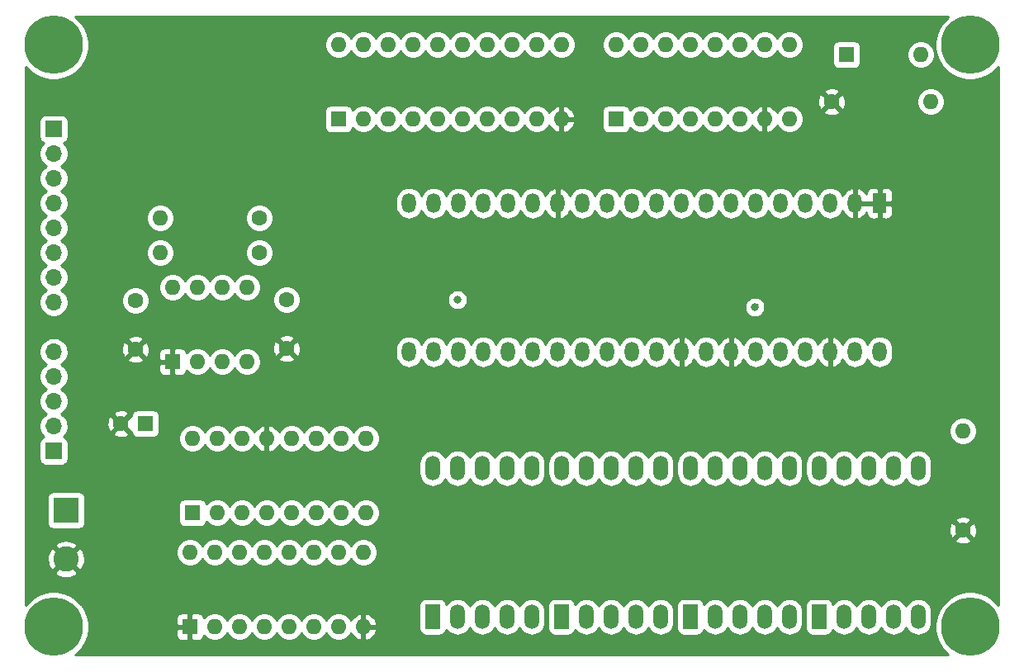
<source format=gbr>
%TF.GenerationSoftware,KiCad,Pcbnew,(5.1.9-0-10_14)*%
%TF.CreationDate,2021-06-28T20:13:29-04:00*%
%TF.ProjectId,DISPLAY,44495350-4c41-4592-9e6b-696361645f70,rev?*%
%TF.SameCoordinates,Original*%
%TF.FileFunction,Copper,L4,Bot*%
%TF.FilePolarity,Positive*%
%FSLAX46Y46*%
G04 Gerber Fmt 4.6, Leading zero omitted, Abs format (unit mm)*
G04 Created by KiCad (PCBNEW (5.1.9-0-10_14)) date 2021-06-28 20:13:29*
%MOMM*%
%LPD*%
G01*
G04 APERTURE LIST*
%TA.AperFunction,ComponentPad*%
%ADD10O,1.600000X1.600000*%
%TD*%
%TA.AperFunction,ComponentPad*%
%ADD11C,1.600000*%
%TD*%
%TA.AperFunction,ComponentPad*%
%ADD12O,1.700000X1.700000*%
%TD*%
%TA.AperFunction,ComponentPad*%
%ADD13R,1.700000X1.700000*%
%TD*%
%TA.AperFunction,ComponentPad*%
%ADD14R,1.600000X1.600000*%
%TD*%
%TA.AperFunction,ComponentPad*%
%ADD15C,0.800000*%
%TD*%
%TA.AperFunction,ComponentPad*%
%ADD16C,6.000000*%
%TD*%
%TA.AperFunction,ComponentPad*%
%ADD17O,1.440000X2.000000*%
%TD*%
%TA.AperFunction,ComponentPad*%
%ADD18R,1.440000X2.000000*%
%TD*%
%TA.AperFunction,ComponentPad*%
%ADD19R,1.524000X2.524000*%
%TD*%
%TA.AperFunction,ComponentPad*%
%ADD20O,1.524000X2.524000*%
%TD*%
%TA.AperFunction,ComponentPad*%
%ADD21C,2.600000*%
%TD*%
%TA.AperFunction,ComponentPad*%
%ADD22R,2.600000X2.600000*%
%TD*%
%TA.AperFunction,ViaPad*%
%ADD23C,0.800000*%
%TD*%
%TA.AperFunction,Conductor*%
%ADD24C,0.250000*%
%TD*%
%TA.AperFunction,Conductor*%
%ADD25C,0.254000*%
%TD*%
%TA.AperFunction,Conductor*%
%ADD26C,0.100000*%
%TD*%
G04 APERTURE END LIST*
D10*
%TO.P,R2,2*%
%TO.N,HEX*%
X180086000Y-50800000D03*
D11*
%TO.P,R2,1*%
%TO.N,GND*%
X180086000Y-60960000D03*
%TD*%
D12*
%TO.P,J3,5*%
%TO.N,SIGNED*%
X86868000Y-42672000D03*
%TO.P,J3,4*%
%TO.N,RST*%
X86868000Y-45212000D03*
%TO.P,J3,3*%
%TO.N,CLOCK*%
X86868000Y-47752000D03*
%TO.P,J3,2*%
%TO.N,OI*%
X86868000Y-50292000D03*
D13*
%TO.P,J3,1*%
%TO.N,HEX*%
X86868000Y-52832000D03*
%TD*%
D10*
%TO.P,SW1,2*%
%TO.N,SIGNED*%
X175768000Y-12192000D03*
D14*
%TO.P,SW1,1*%
%TO.N,VCC*%
X168148000Y-12192000D03*
%TD*%
D10*
%TO.P,R1,2*%
%TO.N,SIGNED*%
X176784000Y-17018000D03*
D11*
%TO.P,R1,1*%
%TO.N,GND*%
X166624000Y-17018000D03*
%TD*%
%TO.P,C16,2*%
%TO.N,GND*%
X93766000Y-50038000D03*
D14*
%TO.P,C16,1*%
%TO.N,VCC*%
X96266000Y-50038000D03*
%TD*%
D15*
%TO.P,REF\u002A\u002A,1*%
%TO.N,N/C*%
X88458990Y-9585010D03*
X86868000Y-8926000D03*
X85277010Y-9585010D03*
X84618000Y-11176000D03*
X85277010Y-12766990D03*
X86868000Y-13426000D03*
X88458990Y-12766990D03*
X89118000Y-11176000D03*
D16*
X86868000Y-11176000D03*
%TD*%
%TO.P,REF\u002A\u002A,1*%
%TO.N,N/C*%
X86868000Y-70866000D03*
D15*
X89118000Y-70866000D03*
X88458990Y-72456990D03*
X86868000Y-73116000D03*
X85277010Y-72456990D03*
X84618000Y-70866000D03*
X85277010Y-69275010D03*
X86868000Y-68616000D03*
X88458990Y-69275010D03*
%TD*%
D16*
%TO.P,REF\u002A\u002A,1*%
%TO.N,N/C*%
X180848000Y-11176000D03*
D15*
X183098000Y-11176000D03*
X182438990Y-12766990D03*
X180848000Y-13426000D03*
X179257010Y-12766990D03*
X178598000Y-11176000D03*
X179257010Y-9585010D03*
X180848000Y-8926000D03*
X182438990Y-9585010D03*
%TD*%
%TO.P,REF\u002A\u002A,1*%
%TO.N,N/C*%
X182438990Y-69275010D03*
X180848000Y-68616000D03*
X179257010Y-69275010D03*
X178598000Y-70866000D03*
X179257010Y-72456990D03*
X180848000Y-73116000D03*
X182438990Y-72456990D03*
X183098000Y-70866000D03*
D16*
X180848000Y-70866000D03*
%TD*%
D10*
%TO.P,U4332,16*%
%TO.N,VCC*%
X100838000Y-63246000D03*
%TO.P,U4332,8*%
%TO.N,GND*%
X118618000Y-70866000D03*
%TO.P,U4332,15*%
%TO.N,N/C*%
X103378000Y-63246000D03*
%TO.P,U4332,7*%
%TO.N,SIGN_DISPLAY*%
X116078000Y-70866000D03*
%TO.P,U4332,14*%
%TO.N,N/C*%
X105918000Y-63246000D03*
%TO.P,U4332,6*%
%TO.N,100_DISPLAY*%
X113538000Y-70866000D03*
%TO.P,U4332,13*%
%TO.N,N/C*%
X108458000Y-63246000D03*
%TO.P,U4332,5*%
%TO.N,10_DISPLAY*%
X110998000Y-70866000D03*
%TO.P,U4332,12*%
%TO.N,N/C*%
X110998000Y-63246000D03*
%TO.P,U4332,4*%
%TO.N,1_DISPLAY*%
X108458000Y-70866000D03*
%TO.P,U4332,11*%
%TO.N,N/C*%
X113538000Y-63246000D03*
%TO.P,U4332,3*%
%TO.N,A1*%
X105918000Y-70866000D03*
%TO.P,U4332,10*%
%TO.N,N/C*%
X116078000Y-63246000D03*
%TO.P,U4332,2*%
%TO.N,A0*%
X103378000Y-70866000D03*
%TO.P,U4332,9*%
%TO.N,N/C*%
X118618000Y-63246000D03*
D14*
%TO.P,U4332,1*%
%TO.N,GND*%
X100838000Y-70866000D03*
%TD*%
D10*
%TO.P,U2444,16*%
%TO.N,VCC*%
X101092000Y-51562000D03*
%TO.P,U2444,8*%
X118872000Y-59182000D03*
%TO.P,U2444,15*%
%TO.N,Net-(U2444-Pad15)*%
X103632000Y-51562000D03*
%TO.P,U2444,7*%
%TO.N,VCC*%
X116332000Y-59182000D03*
%TO.P,U2444,14*%
%TO.N,A0*%
X106172000Y-51562000D03*
%TO.P,U2444,6*%
X113792000Y-59182000D03*
%TO.P,U2444,13*%
%TO.N,GND*%
X108712000Y-51562000D03*
%TO.P,U2444,5*%
%TO.N,VCC*%
X111252000Y-59182000D03*
%TO.P,U2444,12*%
X111252000Y-51562000D03*
%TO.P,U2444,4*%
X108712000Y-59182000D03*
%TO.P,U2444,11*%
%TO.N,Net-(U2444-Pad11)*%
X113792000Y-51562000D03*
%TO.P,U2444,3*%
%TO.N,VCC*%
X106172000Y-59182000D03*
%TO.P,U2444,10*%
%TO.N,A1*%
X116332000Y-51562000D03*
%TO.P,U2444,2*%
%TO.N,VCC*%
X103632000Y-59182000D03*
%TO.P,U2444,9*%
X118872000Y-51562000D03*
D14*
%TO.P,U2444,1*%
%TO.N,RATE*%
X101092000Y-59182000D03*
%TD*%
D10*
%TO.P,U1555,8*%
%TO.N,VCC*%
X99060000Y-36068000D03*
%TO.P,U1555,4*%
%TO.N,Net-(U1555-Pad4)*%
X106680000Y-43688000D03*
%TO.P,U1555,7*%
%TO.N,Net-(R1452-Pad1)*%
X101600000Y-36068000D03*
%TO.P,U1555,3*%
%TO.N,RATE*%
X104140000Y-43688000D03*
%TO.P,U1555,6*%
%TO.N,Net-(C133-Pad2)*%
X104140000Y-36068000D03*
%TO.P,U1555,2*%
X101600000Y-43688000D03*
%TO.P,U1555,5*%
%TO.N,Net-(C233-Pad1)*%
X106680000Y-36068000D03*
D14*
%TO.P,U1555,1*%
%TO.N,GND*%
X99060000Y-43688000D03*
%TD*%
D17*
%TO.P,U9,*%
%TO.N,*%
X123291600Y-42672000D03*
X123291600Y-27432000D03*
X125831600Y-42672000D03*
X125831600Y-27432000D03*
X128371600Y-42672000D03*
X128371600Y-27432000D03*
X130911600Y-42672000D03*
X130911600Y-27432000D03*
X133451600Y-42672000D03*
X133451600Y-27432000D03*
X135991600Y-42672000D03*
X135991600Y-27432000D03*
%TO.P,U9,15*%
%TO.N,D_SEG*%
X138531600Y-42672000D03*
%TO.P,U9,14*%
%TO.N,GND*%
X138531600Y-27432000D03*
%TO.P,U9,16*%
%TO.N,C_SEG*%
X141071600Y-42672000D03*
%TO.P,U9,13*%
%TO.N,E_SEG*%
X141071600Y-27432000D03*
%TO.P,U9,17*%
%TO.N,B_SEG*%
X143611600Y-42672000D03*
%TO.P,U9,12*%
%TO.N,F_SEG*%
X143611600Y-27432000D03*
%TO.P,U9,18*%
%TO.N,A_SEG*%
X146151600Y-42672000D03*
%TO.P,U9,11*%
%TO.N,G_SEG*%
X146151600Y-27432000D03*
%TO.P,U9,19*%
%TO.N,DP_SEG*%
X148691600Y-42672000D03*
%TO.P,U9,10*%
%TO.N,Net-(U3-Pad19)*%
X148691600Y-27432000D03*
%TO.P,U9,20*%
%TO.N,GND*%
X151231600Y-42672000D03*
%TO.P,U9,9*%
%TO.N,Net-(U3-Pad16)*%
X151231600Y-27432000D03*
%TO.P,U9,21*%
%TO.N,SIGNED*%
X153771600Y-42672000D03*
%TO.P,U9,8*%
%TO.N,Net-(U3-Pad15)*%
X153771600Y-27432000D03*
%TO.P,U9,22*%
%TO.N,GND*%
X156311600Y-42672000D03*
%TO.P,U9,7*%
%TO.N,Net-(U3-Pad12)*%
X156311600Y-27432000D03*
%TO.P,U9,23*%
%TO.N,HEX*%
X158851600Y-42672000D03*
%TO.P,U9,6*%
%TO.N,Net-(U3-Pad9)*%
X158851600Y-27432000D03*
%TO.P,U9,24*%
%TO.N,A1*%
X161391600Y-42672000D03*
%TO.P,U9,5*%
%TO.N,Net-(U3-Pad6)*%
X161391600Y-27432000D03*
%TO.P,U9,25*%
%TO.N,A0*%
X163931600Y-42672000D03*
%TO.P,U9,4*%
%TO.N,Net-(U3-Pad5)*%
X163931600Y-27432000D03*
%TO.P,U9,26*%
%TO.N,GND*%
X166471600Y-42672000D03*
%TO.P,U9,3*%
%TO.N,Net-(U3-Pad2)*%
X166471600Y-27432000D03*
%TO.P,U9,27*%
%TO.N,VCC*%
X169011600Y-42672000D03*
%TO.P,U9,2*%
%TO.N,GND*%
X169011600Y-27432000D03*
%TO.P,U9,28*%
%TO.N,VCC*%
X171551600Y-42672000D03*
D18*
%TO.P,U9,1*%
%TO.N,GND*%
X171551600Y-27432000D03*
%TD*%
D19*
%TO.P,U6,1*%
%TO.N,E_SEG*%
X165354000Y-69850000D03*
D20*
%TO.P,U6,2*%
%TO.N,D_SEG*%
X167894000Y-69850000D03*
%TO.P,U6,3*%
%TO.N,1_DISPLAY*%
X170434000Y-69850000D03*
%TO.P,U6,4*%
%TO.N,C_SEG*%
X172974000Y-69850000D03*
%TO.P,U6,5*%
%TO.N,DP_SEG*%
X175514000Y-69850000D03*
%TO.P,U6,6*%
%TO.N,B_SEG*%
X175514000Y-54610000D03*
%TO.P,U6,7*%
%TO.N,A_SEG*%
X172974000Y-54610000D03*
%TO.P,U6,8*%
%TO.N,1_DISPLAY*%
X170434000Y-54610000D03*
%TO.P,U6,9*%
%TO.N,F_SEG*%
X167894000Y-54610000D03*
%TO.P,U6,10*%
%TO.N,G_SEG*%
X165354000Y-54610000D03*
%TD*%
D19*
%TO.P,U5,1*%
%TO.N,E_SEG*%
X152146000Y-69850000D03*
D20*
%TO.P,U5,2*%
%TO.N,D_SEG*%
X154686000Y-69850000D03*
%TO.P,U5,3*%
%TO.N,10_DISPLAY*%
X157226000Y-69850000D03*
%TO.P,U5,4*%
%TO.N,C_SEG*%
X159766000Y-69850000D03*
%TO.P,U5,5*%
%TO.N,DP_SEG*%
X162306000Y-69850000D03*
%TO.P,U5,6*%
%TO.N,B_SEG*%
X162306000Y-54610000D03*
%TO.P,U5,7*%
%TO.N,A_SEG*%
X159766000Y-54610000D03*
%TO.P,U5,8*%
%TO.N,10_DISPLAY*%
X157226000Y-54610000D03*
%TO.P,U5,9*%
%TO.N,F_SEG*%
X154686000Y-54610000D03*
%TO.P,U5,10*%
%TO.N,G_SEG*%
X152146000Y-54610000D03*
%TD*%
D19*
%TO.P,U4,1*%
%TO.N,E_SEG*%
X138938000Y-69850000D03*
D20*
%TO.P,U4,2*%
%TO.N,D_SEG*%
X141478000Y-69850000D03*
%TO.P,U4,3*%
%TO.N,100_DISPLAY*%
X144018000Y-69850000D03*
%TO.P,U4,4*%
%TO.N,C_SEG*%
X146558000Y-69850000D03*
%TO.P,U4,5*%
%TO.N,DP_SEG*%
X149098000Y-69850000D03*
%TO.P,U4,6*%
%TO.N,B_SEG*%
X149098000Y-54610000D03*
%TO.P,U4,7*%
%TO.N,A_SEG*%
X146558000Y-54610000D03*
%TO.P,U4,8*%
%TO.N,100_DISPLAY*%
X144018000Y-54610000D03*
%TO.P,U4,9*%
%TO.N,F_SEG*%
X141478000Y-54610000D03*
%TO.P,U4,10*%
%TO.N,G_SEG*%
X138938000Y-54610000D03*
%TD*%
D10*
%TO.P,U3,20*%
%TO.N,VCC*%
X116078000Y-11176000D03*
%TO.P,U3,10*%
%TO.N,GND*%
X138938000Y-18796000D03*
%TO.P,U3,19*%
%TO.N,Net-(U3-Pad19)*%
X118618000Y-11176000D03*
%TO.P,U3,9*%
%TO.N,Net-(U3-Pad9)*%
X136398000Y-18796000D03*
%TO.P,U3,18*%
%TO.N,BUS0*%
X121158000Y-11176000D03*
%TO.P,U3,8*%
%TO.N,BUS4*%
X133858000Y-18796000D03*
%TO.P,U3,17*%
%TO.N,BUS1*%
X123698000Y-11176000D03*
%TO.P,U3,7*%
%TO.N,BUS5*%
X131318000Y-18796000D03*
%TO.P,U3,16*%
%TO.N,Net-(U3-Pad16)*%
X126238000Y-11176000D03*
%TO.P,U3,6*%
%TO.N,Net-(U3-Pad6)*%
X128778000Y-18796000D03*
%TO.P,U3,15*%
%TO.N,Net-(U3-Pad15)*%
X128778000Y-11176000D03*
%TO.P,U3,5*%
%TO.N,Net-(U3-Pad5)*%
X126238000Y-18796000D03*
%TO.P,U3,14*%
%TO.N,BUS2*%
X131318000Y-11176000D03*
%TO.P,U3,4*%
%TO.N,BUS6*%
X123698000Y-18796000D03*
%TO.P,U3,13*%
%TO.N,BUS3*%
X133858000Y-11176000D03*
%TO.P,U3,3*%
%TO.N,BUS7*%
X121158000Y-18796000D03*
%TO.P,U3,12*%
%TO.N,Net-(U3-Pad12)*%
X136398000Y-11176000D03*
%TO.P,U3,2*%
%TO.N,Net-(U3-Pad2)*%
X118618000Y-18796000D03*
%TO.P,U3,11*%
%TO.N,Net-(U2-Pad3)*%
X138938000Y-11176000D03*
D14*
%TO.P,U3,1*%
%TO.N,RST*%
X116078000Y-18796000D03*
%TD*%
D10*
%TO.P,U2,16*%
%TO.N,N/C*%
X144526000Y-11176000D03*
%TO.P,U2,8*%
X162306000Y-18796000D03*
%TO.P,U2,15*%
X147066000Y-11176000D03*
%TO.P,U2,7*%
%TO.N,GND*%
X159766000Y-18796000D03*
%TO.P,U2,14*%
%TO.N,VCC*%
X149606000Y-11176000D03*
%TO.P,U2,6*%
%TO.N,N/C*%
X157226000Y-18796000D03*
%TO.P,U2,13*%
X152146000Y-11176000D03*
%TO.P,U2,5*%
X154686000Y-18796000D03*
%TO.P,U2,12*%
X154686000Y-11176000D03*
%TO.P,U2,4*%
X152146000Y-18796000D03*
%TO.P,U2,11*%
X157226000Y-11176000D03*
%TO.P,U2,3*%
%TO.N,Net-(U2-Pad3)*%
X149606000Y-18796000D03*
%TO.P,U2,10*%
%TO.N,N/C*%
X159766000Y-11176000D03*
%TO.P,U2,2*%
%TO.N,CLOCK*%
X147066000Y-18796000D03*
%TO.P,U2,9*%
%TO.N,N/C*%
X162306000Y-11176000D03*
D14*
%TO.P,U2,1*%
%TO.N,OI*%
X144526000Y-18796000D03*
%TD*%
D19*
%TO.P,U1,1*%
%TO.N,E_SEG*%
X125730000Y-69850000D03*
D20*
%TO.P,U1,2*%
%TO.N,D_SEG*%
X128270000Y-69850000D03*
%TO.P,U1,3*%
%TO.N,SIGN_DISPLAY*%
X130810000Y-69850000D03*
%TO.P,U1,4*%
%TO.N,C_SEG*%
X133350000Y-69850000D03*
%TO.P,U1,5*%
%TO.N,DP_SEG*%
X135890000Y-69850000D03*
%TO.P,U1,6*%
%TO.N,B_SEG*%
X135890000Y-54610000D03*
%TO.P,U1,7*%
%TO.N,A_SEG*%
X133350000Y-54610000D03*
%TO.P,U1,8*%
%TO.N,SIGN_DISPLAY*%
X130810000Y-54610000D03*
%TO.P,U1,9*%
%TO.N,F_SEG*%
X128270000Y-54610000D03*
%TO.P,U1,10*%
%TO.N,G_SEG*%
X125730000Y-54610000D03*
%TD*%
D10*
%TO.P,R2123,2*%
%TO.N,VCC*%
X97790000Y-32512000D03*
D11*
%TO.P,R2123,1*%
%TO.N,Net-(R1452-Pad1)*%
X107950000Y-32512000D03*
%TD*%
D10*
%TO.P,R1452,2*%
%TO.N,Net-(C133-Pad2)*%
X97790000Y-28956000D03*
D11*
%TO.P,R1452,1*%
%TO.N,Net-(R1452-Pad1)*%
X107950000Y-28956000D03*
%TD*%
D12*
%TO.P,J2,8*%
%TO.N,BUS0*%
X86868000Y-37592000D03*
%TO.P,J2,7*%
%TO.N,BUS1*%
X86868000Y-35052000D03*
%TO.P,J2,6*%
%TO.N,BUS2*%
X86868000Y-32512000D03*
%TO.P,J2,5*%
%TO.N,BUS3*%
X86868000Y-29972000D03*
%TO.P,J2,4*%
%TO.N,BUS4*%
X86868000Y-27432000D03*
%TO.P,J2,3*%
%TO.N,BUS5*%
X86868000Y-24892000D03*
%TO.P,J2,2*%
%TO.N,BUS6*%
X86868000Y-22352000D03*
D13*
%TO.P,J2,1*%
%TO.N,BUS7*%
X86868000Y-19812000D03*
%TD*%
D21*
%TO.P,J1,2*%
%TO.N,GND*%
X88138000Y-63928000D03*
D22*
%TO.P,J1,1*%
%TO.N,VCC*%
X88138000Y-58928000D03*
%TD*%
D11*
%TO.P,C233,2*%
%TO.N,GND*%
X110744000Y-42338000D03*
%TO.P,C233,1*%
%TO.N,Net-(C233-Pad1)*%
X110744000Y-37338000D03*
%TD*%
%TO.P,C133,2*%
%TO.N,Net-(C133-Pad2)*%
X95250000Y-37418000D03*
%TO.P,C133,1*%
%TO.N,GND*%
X95250000Y-42418000D03*
%TD*%
D23*
%TO.N,HEX*%
X128270000Y-37338000D03*
X158750000Y-38100000D03*
%TD*%
D24*
%TO.N,HEX*%
X158750000Y-38100000D02*
X159004000Y-37846000D01*
%TD*%
D25*
%TO.N,GND*%
X178530823Y-8352511D02*
X178024511Y-8858823D01*
X177626705Y-9454182D01*
X177352691Y-10115710D01*
X177213000Y-10817984D01*
X177213000Y-11534016D01*
X177352691Y-12236290D01*
X177626705Y-12897818D01*
X178024511Y-13493177D01*
X178530823Y-13999489D01*
X179126182Y-14397295D01*
X179787710Y-14671309D01*
X180489984Y-14811000D01*
X181206016Y-14811000D01*
X181908290Y-14671309D01*
X182569818Y-14397295D01*
X183165177Y-13999489D01*
X183671489Y-13493177D01*
X183719000Y-13422072D01*
X183719001Y-68619930D01*
X183671489Y-68548823D01*
X183165177Y-68042511D01*
X182569818Y-67644705D01*
X181908290Y-67370691D01*
X181206016Y-67231000D01*
X180489984Y-67231000D01*
X179787710Y-67370691D01*
X179126182Y-67644705D01*
X178530823Y-68042511D01*
X178024511Y-68548823D01*
X177626705Y-69144182D01*
X177352691Y-69805710D01*
X177213000Y-70507984D01*
X177213000Y-71224016D01*
X177352691Y-71926290D01*
X177626705Y-72587818D01*
X178024511Y-73183177D01*
X178530823Y-73689489D01*
X178601928Y-73737000D01*
X89114072Y-73737000D01*
X89185177Y-73689489D01*
X89691489Y-73183177D01*
X90089295Y-72587818D01*
X90363309Y-71926290D01*
X90415083Y-71666000D01*
X99399928Y-71666000D01*
X99412188Y-71790482D01*
X99448498Y-71910180D01*
X99507463Y-72020494D01*
X99586815Y-72117185D01*
X99683506Y-72196537D01*
X99793820Y-72255502D01*
X99913518Y-72291812D01*
X100038000Y-72304072D01*
X100552250Y-72301000D01*
X100711000Y-72142250D01*
X100711000Y-70993000D01*
X99561750Y-70993000D01*
X99403000Y-71151750D01*
X99399928Y-71666000D01*
X90415083Y-71666000D01*
X90503000Y-71224016D01*
X90503000Y-70507984D01*
X90415084Y-70066000D01*
X99399928Y-70066000D01*
X99403000Y-70580250D01*
X99561750Y-70739000D01*
X100711000Y-70739000D01*
X100711000Y-69589750D01*
X100965000Y-69589750D01*
X100965000Y-70739000D01*
X100985000Y-70739000D01*
X100985000Y-70993000D01*
X100965000Y-70993000D01*
X100965000Y-72142250D01*
X101123750Y-72301000D01*
X101638000Y-72304072D01*
X101762482Y-72291812D01*
X101882180Y-72255502D01*
X101992494Y-72196537D01*
X102089185Y-72117185D01*
X102168537Y-72020494D01*
X102227502Y-71910180D01*
X102263812Y-71790482D01*
X102264643Y-71782039D01*
X102463241Y-71980637D01*
X102698273Y-72137680D01*
X102959426Y-72245853D01*
X103236665Y-72301000D01*
X103519335Y-72301000D01*
X103796574Y-72245853D01*
X104057727Y-72137680D01*
X104292759Y-71980637D01*
X104492637Y-71780759D01*
X104648000Y-71548241D01*
X104803363Y-71780759D01*
X105003241Y-71980637D01*
X105238273Y-72137680D01*
X105499426Y-72245853D01*
X105776665Y-72301000D01*
X106059335Y-72301000D01*
X106336574Y-72245853D01*
X106597727Y-72137680D01*
X106832759Y-71980637D01*
X107032637Y-71780759D01*
X107188000Y-71548241D01*
X107343363Y-71780759D01*
X107543241Y-71980637D01*
X107778273Y-72137680D01*
X108039426Y-72245853D01*
X108316665Y-72301000D01*
X108599335Y-72301000D01*
X108876574Y-72245853D01*
X109137727Y-72137680D01*
X109372759Y-71980637D01*
X109572637Y-71780759D01*
X109728000Y-71548241D01*
X109883363Y-71780759D01*
X110083241Y-71980637D01*
X110318273Y-72137680D01*
X110579426Y-72245853D01*
X110856665Y-72301000D01*
X111139335Y-72301000D01*
X111416574Y-72245853D01*
X111677727Y-72137680D01*
X111912759Y-71980637D01*
X112112637Y-71780759D01*
X112268000Y-71548241D01*
X112423363Y-71780759D01*
X112623241Y-71980637D01*
X112858273Y-72137680D01*
X113119426Y-72245853D01*
X113396665Y-72301000D01*
X113679335Y-72301000D01*
X113956574Y-72245853D01*
X114217727Y-72137680D01*
X114452759Y-71980637D01*
X114652637Y-71780759D01*
X114808000Y-71548241D01*
X114963363Y-71780759D01*
X115163241Y-71980637D01*
X115398273Y-72137680D01*
X115659426Y-72245853D01*
X115936665Y-72301000D01*
X116219335Y-72301000D01*
X116496574Y-72245853D01*
X116757727Y-72137680D01*
X116992759Y-71980637D01*
X117192637Y-71780759D01*
X117349680Y-71545727D01*
X117354067Y-71535135D01*
X117465615Y-71721131D01*
X117654586Y-71929519D01*
X117880580Y-72097037D01*
X118134913Y-72217246D01*
X118268961Y-72257904D01*
X118491000Y-72135915D01*
X118491000Y-70993000D01*
X118745000Y-70993000D01*
X118745000Y-72135915D01*
X118967039Y-72257904D01*
X119101087Y-72217246D01*
X119355420Y-72097037D01*
X119581414Y-71929519D01*
X119770385Y-71721131D01*
X119915070Y-71479881D01*
X120009909Y-71215040D01*
X119888624Y-70993000D01*
X118745000Y-70993000D01*
X118491000Y-70993000D01*
X118471000Y-70993000D01*
X118471000Y-70739000D01*
X118491000Y-70739000D01*
X118491000Y-69596085D01*
X118745000Y-69596085D01*
X118745000Y-70739000D01*
X119888624Y-70739000D01*
X120009909Y-70516960D01*
X119915070Y-70252119D01*
X119770385Y-70010869D01*
X119581414Y-69802481D01*
X119355420Y-69634963D01*
X119101087Y-69514754D01*
X118967039Y-69474096D01*
X118745000Y-69596085D01*
X118491000Y-69596085D01*
X118268961Y-69474096D01*
X118134913Y-69514754D01*
X117880580Y-69634963D01*
X117654586Y-69802481D01*
X117465615Y-70010869D01*
X117354067Y-70196865D01*
X117349680Y-70186273D01*
X117192637Y-69951241D01*
X116992759Y-69751363D01*
X116757727Y-69594320D01*
X116496574Y-69486147D01*
X116219335Y-69431000D01*
X115936665Y-69431000D01*
X115659426Y-69486147D01*
X115398273Y-69594320D01*
X115163241Y-69751363D01*
X114963363Y-69951241D01*
X114808000Y-70183759D01*
X114652637Y-69951241D01*
X114452759Y-69751363D01*
X114217727Y-69594320D01*
X113956574Y-69486147D01*
X113679335Y-69431000D01*
X113396665Y-69431000D01*
X113119426Y-69486147D01*
X112858273Y-69594320D01*
X112623241Y-69751363D01*
X112423363Y-69951241D01*
X112268000Y-70183759D01*
X112112637Y-69951241D01*
X111912759Y-69751363D01*
X111677727Y-69594320D01*
X111416574Y-69486147D01*
X111139335Y-69431000D01*
X110856665Y-69431000D01*
X110579426Y-69486147D01*
X110318273Y-69594320D01*
X110083241Y-69751363D01*
X109883363Y-69951241D01*
X109728000Y-70183759D01*
X109572637Y-69951241D01*
X109372759Y-69751363D01*
X109137727Y-69594320D01*
X108876574Y-69486147D01*
X108599335Y-69431000D01*
X108316665Y-69431000D01*
X108039426Y-69486147D01*
X107778273Y-69594320D01*
X107543241Y-69751363D01*
X107343363Y-69951241D01*
X107188000Y-70183759D01*
X107032637Y-69951241D01*
X106832759Y-69751363D01*
X106597727Y-69594320D01*
X106336574Y-69486147D01*
X106059335Y-69431000D01*
X105776665Y-69431000D01*
X105499426Y-69486147D01*
X105238273Y-69594320D01*
X105003241Y-69751363D01*
X104803363Y-69951241D01*
X104648000Y-70183759D01*
X104492637Y-69951241D01*
X104292759Y-69751363D01*
X104057727Y-69594320D01*
X103796574Y-69486147D01*
X103519335Y-69431000D01*
X103236665Y-69431000D01*
X102959426Y-69486147D01*
X102698273Y-69594320D01*
X102463241Y-69751363D01*
X102264643Y-69949961D01*
X102263812Y-69941518D01*
X102227502Y-69821820D01*
X102168537Y-69711506D01*
X102089185Y-69614815D01*
X101992494Y-69535463D01*
X101882180Y-69476498D01*
X101762482Y-69440188D01*
X101638000Y-69427928D01*
X101123750Y-69431000D01*
X100965000Y-69589750D01*
X100711000Y-69589750D01*
X100552250Y-69431000D01*
X100038000Y-69427928D01*
X99913518Y-69440188D01*
X99793820Y-69476498D01*
X99683506Y-69535463D01*
X99586815Y-69614815D01*
X99507463Y-69711506D01*
X99448498Y-69821820D01*
X99412188Y-69941518D01*
X99399928Y-70066000D01*
X90415084Y-70066000D01*
X90363309Y-69805710D01*
X90089295Y-69144182D01*
X89717667Y-68588000D01*
X124329928Y-68588000D01*
X124329928Y-71112000D01*
X124342188Y-71236482D01*
X124378498Y-71356180D01*
X124437463Y-71466494D01*
X124516815Y-71563185D01*
X124613506Y-71642537D01*
X124723820Y-71701502D01*
X124843518Y-71737812D01*
X124968000Y-71750072D01*
X126492000Y-71750072D01*
X126616482Y-71737812D01*
X126736180Y-71701502D01*
X126846494Y-71642537D01*
X126943185Y-71563185D01*
X127022537Y-71466494D01*
X127081502Y-71356180D01*
X127117812Y-71236482D01*
X127125579Y-71157622D01*
X127277393Y-71342608D01*
X127490114Y-71517183D01*
X127732806Y-71646904D01*
X127996141Y-71726786D01*
X128270000Y-71753759D01*
X128543860Y-71726786D01*
X128807195Y-71646904D01*
X129049887Y-71517183D01*
X129262608Y-71342608D01*
X129437183Y-71129887D01*
X129540000Y-70937529D01*
X129642817Y-71129887D01*
X129817393Y-71342608D01*
X130030114Y-71517183D01*
X130272806Y-71646904D01*
X130536141Y-71726786D01*
X130810000Y-71753759D01*
X131083860Y-71726786D01*
X131347195Y-71646904D01*
X131589887Y-71517183D01*
X131802608Y-71342608D01*
X131977183Y-71129887D01*
X132080000Y-70937529D01*
X132182817Y-71129887D01*
X132357393Y-71342608D01*
X132570114Y-71517183D01*
X132812806Y-71646904D01*
X133076141Y-71726786D01*
X133350000Y-71753759D01*
X133623860Y-71726786D01*
X133887195Y-71646904D01*
X134129887Y-71517183D01*
X134342608Y-71342608D01*
X134517183Y-71129887D01*
X134620000Y-70937529D01*
X134722817Y-71129887D01*
X134897393Y-71342608D01*
X135110114Y-71517183D01*
X135352806Y-71646904D01*
X135616141Y-71726786D01*
X135890000Y-71753759D01*
X136163860Y-71726786D01*
X136427195Y-71646904D01*
X136669887Y-71517183D01*
X136882608Y-71342608D01*
X137057183Y-71129887D01*
X137186904Y-70887195D01*
X137266786Y-70623860D01*
X137287000Y-70418625D01*
X137287000Y-69281375D01*
X137266786Y-69076140D01*
X137186904Y-68812805D01*
X137066744Y-68588000D01*
X137537928Y-68588000D01*
X137537928Y-71112000D01*
X137550188Y-71236482D01*
X137586498Y-71356180D01*
X137645463Y-71466494D01*
X137724815Y-71563185D01*
X137821506Y-71642537D01*
X137931820Y-71701502D01*
X138051518Y-71737812D01*
X138176000Y-71750072D01*
X139700000Y-71750072D01*
X139824482Y-71737812D01*
X139944180Y-71701502D01*
X140054494Y-71642537D01*
X140151185Y-71563185D01*
X140230537Y-71466494D01*
X140289502Y-71356180D01*
X140325812Y-71236482D01*
X140333579Y-71157622D01*
X140485393Y-71342608D01*
X140698114Y-71517183D01*
X140940806Y-71646904D01*
X141204141Y-71726786D01*
X141478000Y-71753759D01*
X141751860Y-71726786D01*
X142015195Y-71646904D01*
X142257887Y-71517183D01*
X142470608Y-71342608D01*
X142645183Y-71129887D01*
X142748000Y-70937529D01*
X142850817Y-71129887D01*
X143025393Y-71342608D01*
X143238114Y-71517183D01*
X143480806Y-71646904D01*
X143744141Y-71726786D01*
X144018000Y-71753759D01*
X144291860Y-71726786D01*
X144555195Y-71646904D01*
X144797887Y-71517183D01*
X145010608Y-71342608D01*
X145185183Y-71129887D01*
X145288000Y-70937529D01*
X145390817Y-71129887D01*
X145565393Y-71342608D01*
X145778114Y-71517183D01*
X146020806Y-71646904D01*
X146284141Y-71726786D01*
X146558000Y-71753759D01*
X146831860Y-71726786D01*
X147095195Y-71646904D01*
X147337887Y-71517183D01*
X147550608Y-71342608D01*
X147725183Y-71129887D01*
X147828000Y-70937529D01*
X147930817Y-71129887D01*
X148105393Y-71342608D01*
X148318114Y-71517183D01*
X148560806Y-71646904D01*
X148824141Y-71726786D01*
X149098000Y-71753759D01*
X149371860Y-71726786D01*
X149635195Y-71646904D01*
X149877887Y-71517183D01*
X150090608Y-71342608D01*
X150265183Y-71129887D01*
X150394904Y-70887195D01*
X150474786Y-70623860D01*
X150495000Y-70418625D01*
X150495000Y-69281375D01*
X150474786Y-69076140D01*
X150394904Y-68812805D01*
X150274744Y-68588000D01*
X150745928Y-68588000D01*
X150745928Y-71112000D01*
X150758188Y-71236482D01*
X150794498Y-71356180D01*
X150853463Y-71466494D01*
X150932815Y-71563185D01*
X151029506Y-71642537D01*
X151139820Y-71701502D01*
X151259518Y-71737812D01*
X151384000Y-71750072D01*
X152908000Y-71750072D01*
X153032482Y-71737812D01*
X153152180Y-71701502D01*
X153262494Y-71642537D01*
X153359185Y-71563185D01*
X153438537Y-71466494D01*
X153497502Y-71356180D01*
X153533812Y-71236482D01*
X153541579Y-71157622D01*
X153693393Y-71342608D01*
X153906114Y-71517183D01*
X154148806Y-71646904D01*
X154412141Y-71726786D01*
X154686000Y-71753759D01*
X154959860Y-71726786D01*
X155223195Y-71646904D01*
X155465887Y-71517183D01*
X155678608Y-71342608D01*
X155853183Y-71129887D01*
X155956000Y-70937529D01*
X156058817Y-71129887D01*
X156233393Y-71342608D01*
X156446114Y-71517183D01*
X156688806Y-71646904D01*
X156952141Y-71726786D01*
X157226000Y-71753759D01*
X157499860Y-71726786D01*
X157763195Y-71646904D01*
X158005887Y-71517183D01*
X158218608Y-71342608D01*
X158393183Y-71129887D01*
X158496000Y-70937529D01*
X158598817Y-71129887D01*
X158773393Y-71342608D01*
X158986114Y-71517183D01*
X159228806Y-71646904D01*
X159492141Y-71726786D01*
X159766000Y-71753759D01*
X160039860Y-71726786D01*
X160303195Y-71646904D01*
X160545887Y-71517183D01*
X160758608Y-71342608D01*
X160933183Y-71129887D01*
X161036000Y-70937529D01*
X161138817Y-71129887D01*
X161313393Y-71342608D01*
X161526114Y-71517183D01*
X161768806Y-71646904D01*
X162032141Y-71726786D01*
X162306000Y-71753759D01*
X162579860Y-71726786D01*
X162843195Y-71646904D01*
X163085887Y-71517183D01*
X163298608Y-71342608D01*
X163473183Y-71129887D01*
X163602904Y-70887195D01*
X163682786Y-70623860D01*
X163703000Y-70418625D01*
X163703000Y-69281375D01*
X163682786Y-69076140D01*
X163602904Y-68812805D01*
X163482744Y-68588000D01*
X163953928Y-68588000D01*
X163953928Y-71112000D01*
X163966188Y-71236482D01*
X164002498Y-71356180D01*
X164061463Y-71466494D01*
X164140815Y-71563185D01*
X164237506Y-71642537D01*
X164347820Y-71701502D01*
X164467518Y-71737812D01*
X164592000Y-71750072D01*
X166116000Y-71750072D01*
X166240482Y-71737812D01*
X166360180Y-71701502D01*
X166470494Y-71642537D01*
X166567185Y-71563185D01*
X166646537Y-71466494D01*
X166705502Y-71356180D01*
X166741812Y-71236482D01*
X166749579Y-71157622D01*
X166901393Y-71342608D01*
X167114114Y-71517183D01*
X167356806Y-71646904D01*
X167620141Y-71726786D01*
X167894000Y-71753759D01*
X168167860Y-71726786D01*
X168431195Y-71646904D01*
X168673887Y-71517183D01*
X168886608Y-71342608D01*
X169061183Y-71129887D01*
X169164000Y-70937529D01*
X169266817Y-71129887D01*
X169441393Y-71342608D01*
X169654114Y-71517183D01*
X169896806Y-71646904D01*
X170160141Y-71726786D01*
X170434000Y-71753759D01*
X170707860Y-71726786D01*
X170971195Y-71646904D01*
X171213887Y-71517183D01*
X171426608Y-71342608D01*
X171601183Y-71129887D01*
X171704000Y-70937529D01*
X171806817Y-71129887D01*
X171981393Y-71342608D01*
X172194114Y-71517183D01*
X172436806Y-71646904D01*
X172700141Y-71726786D01*
X172974000Y-71753759D01*
X173247860Y-71726786D01*
X173511195Y-71646904D01*
X173753887Y-71517183D01*
X173966608Y-71342608D01*
X174141183Y-71129887D01*
X174244000Y-70937529D01*
X174346817Y-71129887D01*
X174521393Y-71342608D01*
X174734114Y-71517183D01*
X174976806Y-71646904D01*
X175240141Y-71726786D01*
X175514000Y-71753759D01*
X175787860Y-71726786D01*
X176051195Y-71646904D01*
X176293887Y-71517183D01*
X176506608Y-71342608D01*
X176681183Y-71129887D01*
X176810904Y-70887195D01*
X176890786Y-70623860D01*
X176911000Y-70418625D01*
X176911000Y-69281375D01*
X176890786Y-69076140D01*
X176810904Y-68812805D01*
X176681183Y-68570113D01*
X176506607Y-68357392D01*
X176293886Y-68182817D01*
X176051194Y-68053096D01*
X175787859Y-67973214D01*
X175514000Y-67946241D01*
X175240140Y-67973214D01*
X174976805Y-68053096D01*
X174734113Y-68182817D01*
X174521392Y-68357393D01*
X174346817Y-68570114D01*
X174244000Y-68762471D01*
X174141183Y-68570113D01*
X173966607Y-68357392D01*
X173753886Y-68182817D01*
X173511194Y-68053096D01*
X173247859Y-67973214D01*
X172974000Y-67946241D01*
X172700140Y-67973214D01*
X172436805Y-68053096D01*
X172194113Y-68182817D01*
X171981392Y-68357393D01*
X171806817Y-68570114D01*
X171704000Y-68762471D01*
X171601183Y-68570113D01*
X171426607Y-68357392D01*
X171213886Y-68182817D01*
X170971194Y-68053096D01*
X170707859Y-67973214D01*
X170434000Y-67946241D01*
X170160140Y-67973214D01*
X169896805Y-68053096D01*
X169654113Y-68182817D01*
X169441392Y-68357393D01*
X169266817Y-68570114D01*
X169164000Y-68762471D01*
X169061183Y-68570113D01*
X168886607Y-68357392D01*
X168673886Y-68182817D01*
X168431194Y-68053096D01*
X168167859Y-67973214D01*
X167894000Y-67946241D01*
X167620140Y-67973214D01*
X167356805Y-68053096D01*
X167114113Y-68182817D01*
X166901392Y-68357393D01*
X166749579Y-68542379D01*
X166741812Y-68463518D01*
X166705502Y-68343820D01*
X166646537Y-68233506D01*
X166567185Y-68136815D01*
X166470494Y-68057463D01*
X166360180Y-67998498D01*
X166240482Y-67962188D01*
X166116000Y-67949928D01*
X164592000Y-67949928D01*
X164467518Y-67962188D01*
X164347820Y-67998498D01*
X164237506Y-68057463D01*
X164140815Y-68136815D01*
X164061463Y-68233506D01*
X164002498Y-68343820D01*
X163966188Y-68463518D01*
X163953928Y-68588000D01*
X163482744Y-68588000D01*
X163473183Y-68570113D01*
X163298607Y-68357392D01*
X163085886Y-68182817D01*
X162843194Y-68053096D01*
X162579859Y-67973214D01*
X162306000Y-67946241D01*
X162032140Y-67973214D01*
X161768805Y-68053096D01*
X161526113Y-68182817D01*
X161313392Y-68357393D01*
X161138817Y-68570114D01*
X161036000Y-68762471D01*
X160933183Y-68570113D01*
X160758607Y-68357392D01*
X160545886Y-68182817D01*
X160303194Y-68053096D01*
X160039859Y-67973214D01*
X159766000Y-67946241D01*
X159492140Y-67973214D01*
X159228805Y-68053096D01*
X158986113Y-68182817D01*
X158773392Y-68357393D01*
X158598817Y-68570114D01*
X158496000Y-68762471D01*
X158393183Y-68570113D01*
X158218607Y-68357392D01*
X158005886Y-68182817D01*
X157763194Y-68053096D01*
X157499859Y-67973214D01*
X157226000Y-67946241D01*
X156952140Y-67973214D01*
X156688805Y-68053096D01*
X156446113Y-68182817D01*
X156233392Y-68357393D01*
X156058817Y-68570114D01*
X155956000Y-68762471D01*
X155853183Y-68570113D01*
X155678607Y-68357392D01*
X155465886Y-68182817D01*
X155223194Y-68053096D01*
X154959859Y-67973214D01*
X154686000Y-67946241D01*
X154412140Y-67973214D01*
X154148805Y-68053096D01*
X153906113Y-68182817D01*
X153693392Y-68357393D01*
X153541579Y-68542379D01*
X153533812Y-68463518D01*
X153497502Y-68343820D01*
X153438537Y-68233506D01*
X153359185Y-68136815D01*
X153262494Y-68057463D01*
X153152180Y-67998498D01*
X153032482Y-67962188D01*
X152908000Y-67949928D01*
X151384000Y-67949928D01*
X151259518Y-67962188D01*
X151139820Y-67998498D01*
X151029506Y-68057463D01*
X150932815Y-68136815D01*
X150853463Y-68233506D01*
X150794498Y-68343820D01*
X150758188Y-68463518D01*
X150745928Y-68588000D01*
X150274744Y-68588000D01*
X150265183Y-68570113D01*
X150090607Y-68357392D01*
X149877886Y-68182817D01*
X149635194Y-68053096D01*
X149371859Y-67973214D01*
X149098000Y-67946241D01*
X148824140Y-67973214D01*
X148560805Y-68053096D01*
X148318113Y-68182817D01*
X148105392Y-68357393D01*
X147930817Y-68570114D01*
X147828000Y-68762471D01*
X147725183Y-68570113D01*
X147550607Y-68357392D01*
X147337886Y-68182817D01*
X147095194Y-68053096D01*
X146831859Y-67973214D01*
X146558000Y-67946241D01*
X146284140Y-67973214D01*
X146020805Y-68053096D01*
X145778113Y-68182817D01*
X145565392Y-68357393D01*
X145390817Y-68570114D01*
X145288000Y-68762471D01*
X145185183Y-68570113D01*
X145010607Y-68357392D01*
X144797886Y-68182817D01*
X144555194Y-68053096D01*
X144291859Y-67973214D01*
X144018000Y-67946241D01*
X143744140Y-67973214D01*
X143480805Y-68053096D01*
X143238113Y-68182817D01*
X143025392Y-68357393D01*
X142850817Y-68570114D01*
X142748000Y-68762471D01*
X142645183Y-68570113D01*
X142470607Y-68357392D01*
X142257886Y-68182817D01*
X142015194Y-68053096D01*
X141751859Y-67973214D01*
X141478000Y-67946241D01*
X141204140Y-67973214D01*
X140940805Y-68053096D01*
X140698113Y-68182817D01*
X140485392Y-68357393D01*
X140333579Y-68542379D01*
X140325812Y-68463518D01*
X140289502Y-68343820D01*
X140230537Y-68233506D01*
X140151185Y-68136815D01*
X140054494Y-68057463D01*
X139944180Y-67998498D01*
X139824482Y-67962188D01*
X139700000Y-67949928D01*
X138176000Y-67949928D01*
X138051518Y-67962188D01*
X137931820Y-67998498D01*
X137821506Y-68057463D01*
X137724815Y-68136815D01*
X137645463Y-68233506D01*
X137586498Y-68343820D01*
X137550188Y-68463518D01*
X137537928Y-68588000D01*
X137066744Y-68588000D01*
X137057183Y-68570113D01*
X136882607Y-68357392D01*
X136669886Y-68182817D01*
X136427194Y-68053096D01*
X136163859Y-67973214D01*
X135890000Y-67946241D01*
X135616140Y-67973214D01*
X135352805Y-68053096D01*
X135110113Y-68182817D01*
X134897392Y-68357393D01*
X134722817Y-68570114D01*
X134620000Y-68762471D01*
X134517183Y-68570113D01*
X134342607Y-68357392D01*
X134129886Y-68182817D01*
X133887194Y-68053096D01*
X133623859Y-67973214D01*
X133350000Y-67946241D01*
X133076140Y-67973214D01*
X132812805Y-68053096D01*
X132570113Y-68182817D01*
X132357392Y-68357393D01*
X132182817Y-68570114D01*
X132080000Y-68762471D01*
X131977183Y-68570113D01*
X131802607Y-68357392D01*
X131589886Y-68182817D01*
X131347194Y-68053096D01*
X131083859Y-67973214D01*
X130810000Y-67946241D01*
X130536140Y-67973214D01*
X130272805Y-68053096D01*
X130030113Y-68182817D01*
X129817392Y-68357393D01*
X129642817Y-68570114D01*
X129540000Y-68762471D01*
X129437183Y-68570113D01*
X129262607Y-68357392D01*
X129049886Y-68182817D01*
X128807194Y-68053096D01*
X128543859Y-67973214D01*
X128270000Y-67946241D01*
X127996140Y-67973214D01*
X127732805Y-68053096D01*
X127490113Y-68182817D01*
X127277392Y-68357393D01*
X127125579Y-68542379D01*
X127117812Y-68463518D01*
X127081502Y-68343820D01*
X127022537Y-68233506D01*
X126943185Y-68136815D01*
X126846494Y-68057463D01*
X126736180Y-67998498D01*
X126616482Y-67962188D01*
X126492000Y-67949928D01*
X124968000Y-67949928D01*
X124843518Y-67962188D01*
X124723820Y-67998498D01*
X124613506Y-68057463D01*
X124516815Y-68136815D01*
X124437463Y-68233506D01*
X124378498Y-68343820D01*
X124342188Y-68463518D01*
X124329928Y-68588000D01*
X89717667Y-68588000D01*
X89691489Y-68548823D01*
X89185177Y-68042511D01*
X88589818Y-67644705D01*
X87928290Y-67370691D01*
X87226016Y-67231000D01*
X86509984Y-67231000D01*
X85807710Y-67370691D01*
X85146182Y-67644705D01*
X84550823Y-68042511D01*
X84044511Y-68548823D01*
X83997000Y-68619928D01*
X83997000Y-65277224D01*
X86968381Y-65277224D01*
X87100317Y-65572312D01*
X87441045Y-65743159D01*
X87808557Y-65844250D01*
X88188729Y-65871701D01*
X88566951Y-65824457D01*
X88928690Y-65704333D01*
X89175683Y-65572312D01*
X89307619Y-65277224D01*
X88138000Y-64107605D01*
X86968381Y-65277224D01*
X83997000Y-65277224D01*
X83997000Y-63978729D01*
X86194299Y-63978729D01*
X86241543Y-64356951D01*
X86361667Y-64718690D01*
X86493688Y-64965683D01*
X86788776Y-65097619D01*
X87958395Y-63928000D01*
X88317605Y-63928000D01*
X89487224Y-65097619D01*
X89782312Y-64965683D01*
X89953159Y-64624955D01*
X90054250Y-64257443D01*
X90081701Y-63877271D01*
X90034457Y-63499049D01*
X89914333Y-63137310D01*
X89896884Y-63104665D01*
X99403000Y-63104665D01*
X99403000Y-63387335D01*
X99458147Y-63664574D01*
X99566320Y-63925727D01*
X99723363Y-64160759D01*
X99923241Y-64360637D01*
X100158273Y-64517680D01*
X100419426Y-64625853D01*
X100696665Y-64681000D01*
X100979335Y-64681000D01*
X101256574Y-64625853D01*
X101517727Y-64517680D01*
X101752759Y-64360637D01*
X101952637Y-64160759D01*
X102108000Y-63928241D01*
X102263363Y-64160759D01*
X102463241Y-64360637D01*
X102698273Y-64517680D01*
X102959426Y-64625853D01*
X103236665Y-64681000D01*
X103519335Y-64681000D01*
X103796574Y-64625853D01*
X104057727Y-64517680D01*
X104292759Y-64360637D01*
X104492637Y-64160759D01*
X104648000Y-63928241D01*
X104803363Y-64160759D01*
X105003241Y-64360637D01*
X105238273Y-64517680D01*
X105499426Y-64625853D01*
X105776665Y-64681000D01*
X106059335Y-64681000D01*
X106336574Y-64625853D01*
X106597727Y-64517680D01*
X106832759Y-64360637D01*
X107032637Y-64160759D01*
X107188000Y-63928241D01*
X107343363Y-64160759D01*
X107543241Y-64360637D01*
X107778273Y-64517680D01*
X108039426Y-64625853D01*
X108316665Y-64681000D01*
X108599335Y-64681000D01*
X108876574Y-64625853D01*
X109137727Y-64517680D01*
X109372759Y-64360637D01*
X109572637Y-64160759D01*
X109728000Y-63928241D01*
X109883363Y-64160759D01*
X110083241Y-64360637D01*
X110318273Y-64517680D01*
X110579426Y-64625853D01*
X110856665Y-64681000D01*
X111139335Y-64681000D01*
X111416574Y-64625853D01*
X111677727Y-64517680D01*
X111912759Y-64360637D01*
X112112637Y-64160759D01*
X112268000Y-63928241D01*
X112423363Y-64160759D01*
X112623241Y-64360637D01*
X112858273Y-64517680D01*
X113119426Y-64625853D01*
X113396665Y-64681000D01*
X113679335Y-64681000D01*
X113956574Y-64625853D01*
X114217727Y-64517680D01*
X114452759Y-64360637D01*
X114652637Y-64160759D01*
X114808000Y-63928241D01*
X114963363Y-64160759D01*
X115163241Y-64360637D01*
X115398273Y-64517680D01*
X115659426Y-64625853D01*
X115936665Y-64681000D01*
X116219335Y-64681000D01*
X116496574Y-64625853D01*
X116757727Y-64517680D01*
X116992759Y-64360637D01*
X117192637Y-64160759D01*
X117348000Y-63928241D01*
X117503363Y-64160759D01*
X117703241Y-64360637D01*
X117938273Y-64517680D01*
X118199426Y-64625853D01*
X118476665Y-64681000D01*
X118759335Y-64681000D01*
X119036574Y-64625853D01*
X119297727Y-64517680D01*
X119532759Y-64360637D01*
X119732637Y-64160759D01*
X119889680Y-63925727D01*
X119997853Y-63664574D01*
X120053000Y-63387335D01*
X120053000Y-63104665D01*
X119997853Y-62827426D01*
X119889680Y-62566273D01*
X119732637Y-62331241D01*
X119532759Y-62131363D01*
X119297727Y-61974320D01*
X119245537Y-61952702D01*
X179272903Y-61952702D01*
X179344486Y-62196671D01*
X179599996Y-62317571D01*
X179874184Y-62386300D01*
X180156512Y-62400217D01*
X180436130Y-62358787D01*
X180702292Y-62263603D01*
X180827514Y-62196671D01*
X180899097Y-61952702D01*
X180086000Y-61139605D01*
X179272903Y-61952702D01*
X119245537Y-61952702D01*
X119036574Y-61866147D01*
X118759335Y-61811000D01*
X118476665Y-61811000D01*
X118199426Y-61866147D01*
X117938273Y-61974320D01*
X117703241Y-62131363D01*
X117503363Y-62331241D01*
X117348000Y-62563759D01*
X117192637Y-62331241D01*
X116992759Y-62131363D01*
X116757727Y-61974320D01*
X116496574Y-61866147D01*
X116219335Y-61811000D01*
X115936665Y-61811000D01*
X115659426Y-61866147D01*
X115398273Y-61974320D01*
X115163241Y-62131363D01*
X114963363Y-62331241D01*
X114808000Y-62563759D01*
X114652637Y-62331241D01*
X114452759Y-62131363D01*
X114217727Y-61974320D01*
X113956574Y-61866147D01*
X113679335Y-61811000D01*
X113396665Y-61811000D01*
X113119426Y-61866147D01*
X112858273Y-61974320D01*
X112623241Y-62131363D01*
X112423363Y-62331241D01*
X112268000Y-62563759D01*
X112112637Y-62331241D01*
X111912759Y-62131363D01*
X111677727Y-61974320D01*
X111416574Y-61866147D01*
X111139335Y-61811000D01*
X110856665Y-61811000D01*
X110579426Y-61866147D01*
X110318273Y-61974320D01*
X110083241Y-62131363D01*
X109883363Y-62331241D01*
X109728000Y-62563759D01*
X109572637Y-62331241D01*
X109372759Y-62131363D01*
X109137727Y-61974320D01*
X108876574Y-61866147D01*
X108599335Y-61811000D01*
X108316665Y-61811000D01*
X108039426Y-61866147D01*
X107778273Y-61974320D01*
X107543241Y-62131363D01*
X107343363Y-62331241D01*
X107188000Y-62563759D01*
X107032637Y-62331241D01*
X106832759Y-62131363D01*
X106597727Y-61974320D01*
X106336574Y-61866147D01*
X106059335Y-61811000D01*
X105776665Y-61811000D01*
X105499426Y-61866147D01*
X105238273Y-61974320D01*
X105003241Y-62131363D01*
X104803363Y-62331241D01*
X104648000Y-62563759D01*
X104492637Y-62331241D01*
X104292759Y-62131363D01*
X104057727Y-61974320D01*
X103796574Y-61866147D01*
X103519335Y-61811000D01*
X103236665Y-61811000D01*
X102959426Y-61866147D01*
X102698273Y-61974320D01*
X102463241Y-62131363D01*
X102263363Y-62331241D01*
X102108000Y-62563759D01*
X101952637Y-62331241D01*
X101752759Y-62131363D01*
X101517727Y-61974320D01*
X101256574Y-61866147D01*
X100979335Y-61811000D01*
X100696665Y-61811000D01*
X100419426Y-61866147D01*
X100158273Y-61974320D01*
X99923241Y-62131363D01*
X99723363Y-62331241D01*
X99566320Y-62566273D01*
X99458147Y-62827426D01*
X99403000Y-63104665D01*
X89896884Y-63104665D01*
X89782312Y-62890317D01*
X89487224Y-62758381D01*
X88317605Y-63928000D01*
X87958395Y-63928000D01*
X86788776Y-62758381D01*
X86493688Y-62890317D01*
X86322841Y-63231045D01*
X86221750Y-63598557D01*
X86194299Y-63978729D01*
X83997000Y-63978729D01*
X83997000Y-62578776D01*
X86968381Y-62578776D01*
X88138000Y-63748395D01*
X89307619Y-62578776D01*
X89175683Y-62283688D01*
X88834955Y-62112841D01*
X88467443Y-62011750D01*
X88087271Y-61984299D01*
X87709049Y-62031543D01*
X87347310Y-62151667D01*
X87100317Y-62283688D01*
X86968381Y-62578776D01*
X83997000Y-62578776D01*
X83997000Y-61030512D01*
X178645783Y-61030512D01*
X178687213Y-61310130D01*
X178782397Y-61576292D01*
X178849329Y-61701514D01*
X179093298Y-61773097D01*
X179906395Y-60960000D01*
X180265605Y-60960000D01*
X181078702Y-61773097D01*
X181322671Y-61701514D01*
X181443571Y-61446004D01*
X181512300Y-61171816D01*
X181526217Y-60889488D01*
X181484787Y-60609870D01*
X181389603Y-60343708D01*
X181322671Y-60218486D01*
X181078702Y-60146903D01*
X180265605Y-60960000D01*
X179906395Y-60960000D01*
X179093298Y-60146903D01*
X178849329Y-60218486D01*
X178728429Y-60473996D01*
X178659700Y-60748184D01*
X178645783Y-61030512D01*
X83997000Y-61030512D01*
X83997000Y-57628000D01*
X86199928Y-57628000D01*
X86199928Y-60228000D01*
X86212188Y-60352482D01*
X86248498Y-60472180D01*
X86307463Y-60582494D01*
X86386815Y-60679185D01*
X86483506Y-60758537D01*
X86593820Y-60817502D01*
X86713518Y-60853812D01*
X86838000Y-60866072D01*
X89438000Y-60866072D01*
X89562482Y-60853812D01*
X89682180Y-60817502D01*
X89792494Y-60758537D01*
X89889185Y-60679185D01*
X89968537Y-60582494D01*
X90027502Y-60472180D01*
X90063812Y-60352482D01*
X90076072Y-60228000D01*
X90076072Y-58382000D01*
X99653928Y-58382000D01*
X99653928Y-59982000D01*
X99666188Y-60106482D01*
X99702498Y-60226180D01*
X99761463Y-60336494D01*
X99840815Y-60433185D01*
X99937506Y-60512537D01*
X100047820Y-60571502D01*
X100167518Y-60607812D01*
X100292000Y-60620072D01*
X101892000Y-60620072D01*
X102016482Y-60607812D01*
X102136180Y-60571502D01*
X102246494Y-60512537D01*
X102343185Y-60433185D01*
X102422537Y-60336494D01*
X102481502Y-60226180D01*
X102517812Y-60106482D01*
X102518643Y-60098039D01*
X102717241Y-60296637D01*
X102952273Y-60453680D01*
X103213426Y-60561853D01*
X103490665Y-60617000D01*
X103773335Y-60617000D01*
X104050574Y-60561853D01*
X104311727Y-60453680D01*
X104546759Y-60296637D01*
X104746637Y-60096759D01*
X104902000Y-59864241D01*
X105057363Y-60096759D01*
X105257241Y-60296637D01*
X105492273Y-60453680D01*
X105753426Y-60561853D01*
X106030665Y-60617000D01*
X106313335Y-60617000D01*
X106590574Y-60561853D01*
X106851727Y-60453680D01*
X107086759Y-60296637D01*
X107286637Y-60096759D01*
X107442000Y-59864241D01*
X107597363Y-60096759D01*
X107797241Y-60296637D01*
X108032273Y-60453680D01*
X108293426Y-60561853D01*
X108570665Y-60617000D01*
X108853335Y-60617000D01*
X109130574Y-60561853D01*
X109391727Y-60453680D01*
X109626759Y-60296637D01*
X109826637Y-60096759D01*
X109982000Y-59864241D01*
X110137363Y-60096759D01*
X110337241Y-60296637D01*
X110572273Y-60453680D01*
X110833426Y-60561853D01*
X111110665Y-60617000D01*
X111393335Y-60617000D01*
X111670574Y-60561853D01*
X111931727Y-60453680D01*
X112166759Y-60296637D01*
X112366637Y-60096759D01*
X112522000Y-59864241D01*
X112677363Y-60096759D01*
X112877241Y-60296637D01*
X113112273Y-60453680D01*
X113373426Y-60561853D01*
X113650665Y-60617000D01*
X113933335Y-60617000D01*
X114210574Y-60561853D01*
X114471727Y-60453680D01*
X114706759Y-60296637D01*
X114906637Y-60096759D01*
X115062000Y-59864241D01*
X115217363Y-60096759D01*
X115417241Y-60296637D01*
X115652273Y-60453680D01*
X115913426Y-60561853D01*
X116190665Y-60617000D01*
X116473335Y-60617000D01*
X116750574Y-60561853D01*
X117011727Y-60453680D01*
X117246759Y-60296637D01*
X117446637Y-60096759D01*
X117602000Y-59864241D01*
X117757363Y-60096759D01*
X117957241Y-60296637D01*
X118192273Y-60453680D01*
X118453426Y-60561853D01*
X118730665Y-60617000D01*
X119013335Y-60617000D01*
X119290574Y-60561853D01*
X119551727Y-60453680D01*
X119786759Y-60296637D01*
X119986637Y-60096759D01*
X120073139Y-59967298D01*
X179272903Y-59967298D01*
X180086000Y-60780395D01*
X180899097Y-59967298D01*
X180827514Y-59723329D01*
X180572004Y-59602429D01*
X180297816Y-59533700D01*
X180015488Y-59519783D01*
X179735870Y-59561213D01*
X179469708Y-59656397D01*
X179344486Y-59723329D01*
X179272903Y-59967298D01*
X120073139Y-59967298D01*
X120143680Y-59861727D01*
X120251853Y-59600574D01*
X120307000Y-59323335D01*
X120307000Y-59040665D01*
X120251853Y-58763426D01*
X120143680Y-58502273D01*
X119986637Y-58267241D01*
X119786759Y-58067363D01*
X119551727Y-57910320D01*
X119290574Y-57802147D01*
X119013335Y-57747000D01*
X118730665Y-57747000D01*
X118453426Y-57802147D01*
X118192273Y-57910320D01*
X117957241Y-58067363D01*
X117757363Y-58267241D01*
X117602000Y-58499759D01*
X117446637Y-58267241D01*
X117246759Y-58067363D01*
X117011727Y-57910320D01*
X116750574Y-57802147D01*
X116473335Y-57747000D01*
X116190665Y-57747000D01*
X115913426Y-57802147D01*
X115652273Y-57910320D01*
X115417241Y-58067363D01*
X115217363Y-58267241D01*
X115062000Y-58499759D01*
X114906637Y-58267241D01*
X114706759Y-58067363D01*
X114471727Y-57910320D01*
X114210574Y-57802147D01*
X113933335Y-57747000D01*
X113650665Y-57747000D01*
X113373426Y-57802147D01*
X113112273Y-57910320D01*
X112877241Y-58067363D01*
X112677363Y-58267241D01*
X112522000Y-58499759D01*
X112366637Y-58267241D01*
X112166759Y-58067363D01*
X111931727Y-57910320D01*
X111670574Y-57802147D01*
X111393335Y-57747000D01*
X111110665Y-57747000D01*
X110833426Y-57802147D01*
X110572273Y-57910320D01*
X110337241Y-58067363D01*
X110137363Y-58267241D01*
X109982000Y-58499759D01*
X109826637Y-58267241D01*
X109626759Y-58067363D01*
X109391727Y-57910320D01*
X109130574Y-57802147D01*
X108853335Y-57747000D01*
X108570665Y-57747000D01*
X108293426Y-57802147D01*
X108032273Y-57910320D01*
X107797241Y-58067363D01*
X107597363Y-58267241D01*
X107442000Y-58499759D01*
X107286637Y-58267241D01*
X107086759Y-58067363D01*
X106851727Y-57910320D01*
X106590574Y-57802147D01*
X106313335Y-57747000D01*
X106030665Y-57747000D01*
X105753426Y-57802147D01*
X105492273Y-57910320D01*
X105257241Y-58067363D01*
X105057363Y-58267241D01*
X104902000Y-58499759D01*
X104746637Y-58267241D01*
X104546759Y-58067363D01*
X104311727Y-57910320D01*
X104050574Y-57802147D01*
X103773335Y-57747000D01*
X103490665Y-57747000D01*
X103213426Y-57802147D01*
X102952273Y-57910320D01*
X102717241Y-58067363D01*
X102518643Y-58265961D01*
X102517812Y-58257518D01*
X102481502Y-58137820D01*
X102422537Y-58027506D01*
X102343185Y-57930815D01*
X102246494Y-57851463D01*
X102136180Y-57792498D01*
X102016482Y-57756188D01*
X101892000Y-57743928D01*
X100292000Y-57743928D01*
X100167518Y-57756188D01*
X100047820Y-57792498D01*
X99937506Y-57851463D01*
X99840815Y-57930815D01*
X99761463Y-58027506D01*
X99702498Y-58137820D01*
X99666188Y-58257518D01*
X99653928Y-58382000D01*
X90076072Y-58382000D01*
X90076072Y-57628000D01*
X90063812Y-57503518D01*
X90027502Y-57383820D01*
X89968537Y-57273506D01*
X89889185Y-57176815D01*
X89792494Y-57097463D01*
X89682180Y-57038498D01*
X89562482Y-57002188D01*
X89438000Y-56989928D01*
X86838000Y-56989928D01*
X86713518Y-57002188D01*
X86593820Y-57038498D01*
X86483506Y-57097463D01*
X86386815Y-57176815D01*
X86307463Y-57273506D01*
X86248498Y-57383820D01*
X86212188Y-57503518D01*
X86199928Y-57628000D01*
X83997000Y-57628000D01*
X83997000Y-51982000D01*
X85379928Y-51982000D01*
X85379928Y-53682000D01*
X85392188Y-53806482D01*
X85428498Y-53926180D01*
X85487463Y-54036494D01*
X85566815Y-54133185D01*
X85663506Y-54212537D01*
X85773820Y-54271502D01*
X85893518Y-54307812D01*
X86018000Y-54320072D01*
X87718000Y-54320072D01*
X87842482Y-54307812D01*
X87962180Y-54271502D01*
X88072494Y-54212537D01*
X88169185Y-54133185D01*
X88244530Y-54041376D01*
X124333000Y-54041376D01*
X124333000Y-55178625D01*
X124353214Y-55383860D01*
X124433096Y-55647195D01*
X124562817Y-55889887D01*
X124737393Y-56102608D01*
X124950114Y-56277183D01*
X125192806Y-56406904D01*
X125456141Y-56486786D01*
X125730000Y-56513759D01*
X126003860Y-56486786D01*
X126267195Y-56406904D01*
X126509887Y-56277183D01*
X126722608Y-56102608D01*
X126897183Y-55889887D01*
X127000000Y-55697529D01*
X127102817Y-55889887D01*
X127277393Y-56102608D01*
X127490114Y-56277183D01*
X127732806Y-56406904D01*
X127996141Y-56486786D01*
X128270000Y-56513759D01*
X128543860Y-56486786D01*
X128807195Y-56406904D01*
X129049887Y-56277183D01*
X129262608Y-56102608D01*
X129437183Y-55889887D01*
X129540000Y-55697529D01*
X129642817Y-55889887D01*
X129817393Y-56102608D01*
X130030114Y-56277183D01*
X130272806Y-56406904D01*
X130536141Y-56486786D01*
X130810000Y-56513759D01*
X131083860Y-56486786D01*
X131347195Y-56406904D01*
X131589887Y-56277183D01*
X131802608Y-56102608D01*
X131977183Y-55889887D01*
X132080000Y-55697529D01*
X132182817Y-55889887D01*
X132357393Y-56102608D01*
X132570114Y-56277183D01*
X132812806Y-56406904D01*
X133076141Y-56486786D01*
X133350000Y-56513759D01*
X133623860Y-56486786D01*
X133887195Y-56406904D01*
X134129887Y-56277183D01*
X134342608Y-56102608D01*
X134517183Y-55889887D01*
X134620000Y-55697529D01*
X134722817Y-55889887D01*
X134897393Y-56102608D01*
X135110114Y-56277183D01*
X135352806Y-56406904D01*
X135616141Y-56486786D01*
X135890000Y-56513759D01*
X136163860Y-56486786D01*
X136427195Y-56406904D01*
X136669887Y-56277183D01*
X136882608Y-56102608D01*
X137057183Y-55889887D01*
X137186904Y-55647195D01*
X137266786Y-55383860D01*
X137287000Y-55178625D01*
X137287000Y-54041376D01*
X137541000Y-54041376D01*
X137541000Y-55178625D01*
X137561214Y-55383860D01*
X137641096Y-55647195D01*
X137770817Y-55889887D01*
X137945393Y-56102608D01*
X138158114Y-56277183D01*
X138400806Y-56406904D01*
X138664141Y-56486786D01*
X138938000Y-56513759D01*
X139211860Y-56486786D01*
X139475195Y-56406904D01*
X139717887Y-56277183D01*
X139930608Y-56102608D01*
X140105183Y-55889887D01*
X140208000Y-55697529D01*
X140310817Y-55889887D01*
X140485393Y-56102608D01*
X140698114Y-56277183D01*
X140940806Y-56406904D01*
X141204141Y-56486786D01*
X141478000Y-56513759D01*
X141751860Y-56486786D01*
X142015195Y-56406904D01*
X142257887Y-56277183D01*
X142470608Y-56102608D01*
X142645183Y-55889887D01*
X142748000Y-55697529D01*
X142850817Y-55889887D01*
X143025393Y-56102608D01*
X143238114Y-56277183D01*
X143480806Y-56406904D01*
X143744141Y-56486786D01*
X144018000Y-56513759D01*
X144291860Y-56486786D01*
X144555195Y-56406904D01*
X144797887Y-56277183D01*
X145010608Y-56102608D01*
X145185183Y-55889887D01*
X145288000Y-55697529D01*
X145390817Y-55889887D01*
X145565393Y-56102608D01*
X145778114Y-56277183D01*
X146020806Y-56406904D01*
X146284141Y-56486786D01*
X146558000Y-56513759D01*
X146831860Y-56486786D01*
X147095195Y-56406904D01*
X147337887Y-56277183D01*
X147550608Y-56102608D01*
X147725183Y-55889887D01*
X147828000Y-55697529D01*
X147930817Y-55889887D01*
X148105393Y-56102608D01*
X148318114Y-56277183D01*
X148560806Y-56406904D01*
X148824141Y-56486786D01*
X149098000Y-56513759D01*
X149371860Y-56486786D01*
X149635195Y-56406904D01*
X149877887Y-56277183D01*
X150090608Y-56102608D01*
X150265183Y-55889887D01*
X150394904Y-55647195D01*
X150474786Y-55383860D01*
X150495000Y-55178625D01*
X150495000Y-54041376D01*
X150749000Y-54041376D01*
X150749000Y-55178625D01*
X150769214Y-55383860D01*
X150849096Y-55647195D01*
X150978817Y-55889887D01*
X151153393Y-56102608D01*
X151366114Y-56277183D01*
X151608806Y-56406904D01*
X151872141Y-56486786D01*
X152146000Y-56513759D01*
X152419860Y-56486786D01*
X152683195Y-56406904D01*
X152925887Y-56277183D01*
X153138608Y-56102608D01*
X153313183Y-55889887D01*
X153416000Y-55697529D01*
X153518817Y-55889887D01*
X153693393Y-56102608D01*
X153906114Y-56277183D01*
X154148806Y-56406904D01*
X154412141Y-56486786D01*
X154686000Y-56513759D01*
X154959860Y-56486786D01*
X155223195Y-56406904D01*
X155465887Y-56277183D01*
X155678608Y-56102608D01*
X155853183Y-55889887D01*
X155956000Y-55697529D01*
X156058817Y-55889887D01*
X156233393Y-56102608D01*
X156446114Y-56277183D01*
X156688806Y-56406904D01*
X156952141Y-56486786D01*
X157226000Y-56513759D01*
X157499860Y-56486786D01*
X157763195Y-56406904D01*
X158005887Y-56277183D01*
X158218608Y-56102608D01*
X158393183Y-55889887D01*
X158496000Y-55697529D01*
X158598817Y-55889887D01*
X158773393Y-56102608D01*
X158986114Y-56277183D01*
X159228806Y-56406904D01*
X159492141Y-56486786D01*
X159766000Y-56513759D01*
X160039860Y-56486786D01*
X160303195Y-56406904D01*
X160545887Y-56277183D01*
X160758608Y-56102608D01*
X160933183Y-55889887D01*
X161036000Y-55697529D01*
X161138817Y-55889887D01*
X161313393Y-56102608D01*
X161526114Y-56277183D01*
X161768806Y-56406904D01*
X162032141Y-56486786D01*
X162306000Y-56513759D01*
X162579860Y-56486786D01*
X162843195Y-56406904D01*
X163085887Y-56277183D01*
X163298608Y-56102608D01*
X163473183Y-55889887D01*
X163602904Y-55647195D01*
X163682786Y-55383860D01*
X163703000Y-55178625D01*
X163703000Y-54041376D01*
X163957000Y-54041376D01*
X163957000Y-55178625D01*
X163977214Y-55383860D01*
X164057096Y-55647195D01*
X164186817Y-55889887D01*
X164361393Y-56102608D01*
X164574114Y-56277183D01*
X164816806Y-56406904D01*
X165080141Y-56486786D01*
X165354000Y-56513759D01*
X165627860Y-56486786D01*
X165891195Y-56406904D01*
X166133887Y-56277183D01*
X166346608Y-56102608D01*
X166521183Y-55889887D01*
X166624000Y-55697529D01*
X166726817Y-55889887D01*
X166901393Y-56102608D01*
X167114114Y-56277183D01*
X167356806Y-56406904D01*
X167620141Y-56486786D01*
X167894000Y-56513759D01*
X168167860Y-56486786D01*
X168431195Y-56406904D01*
X168673887Y-56277183D01*
X168886608Y-56102608D01*
X169061183Y-55889887D01*
X169164000Y-55697529D01*
X169266817Y-55889887D01*
X169441393Y-56102608D01*
X169654114Y-56277183D01*
X169896806Y-56406904D01*
X170160141Y-56486786D01*
X170434000Y-56513759D01*
X170707860Y-56486786D01*
X170971195Y-56406904D01*
X171213887Y-56277183D01*
X171426608Y-56102608D01*
X171601183Y-55889887D01*
X171704000Y-55697529D01*
X171806817Y-55889887D01*
X171981393Y-56102608D01*
X172194114Y-56277183D01*
X172436806Y-56406904D01*
X172700141Y-56486786D01*
X172974000Y-56513759D01*
X173247860Y-56486786D01*
X173511195Y-56406904D01*
X173753887Y-56277183D01*
X173966608Y-56102608D01*
X174141183Y-55889887D01*
X174244000Y-55697529D01*
X174346817Y-55889887D01*
X174521393Y-56102608D01*
X174734114Y-56277183D01*
X174976806Y-56406904D01*
X175240141Y-56486786D01*
X175514000Y-56513759D01*
X175787860Y-56486786D01*
X176051195Y-56406904D01*
X176293887Y-56277183D01*
X176506608Y-56102608D01*
X176681183Y-55889887D01*
X176810904Y-55647195D01*
X176890786Y-55383860D01*
X176911000Y-55178625D01*
X176911000Y-54041375D01*
X176890786Y-53836140D01*
X176810904Y-53572805D01*
X176681183Y-53330113D01*
X176506607Y-53117392D01*
X176293886Y-52942817D01*
X176051194Y-52813096D01*
X175787859Y-52733214D01*
X175514000Y-52706241D01*
X175240140Y-52733214D01*
X174976805Y-52813096D01*
X174734113Y-52942817D01*
X174521392Y-53117393D01*
X174346817Y-53330114D01*
X174244000Y-53522471D01*
X174141183Y-53330113D01*
X173966607Y-53117392D01*
X173753886Y-52942817D01*
X173511194Y-52813096D01*
X173247859Y-52733214D01*
X172974000Y-52706241D01*
X172700140Y-52733214D01*
X172436805Y-52813096D01*
X172194113Y-52942817D01*
X171981392Y-53117393D01*
X171806817Y-53330114D01*
X171704000Y-53522471D01*
X171601183Y-53330113D01*
X171426607Y-53117392D01*
X171213886Y-52942817D01*
X170971194Y-52813096D01*
X170707859Y-52733214D01*
X170434000Y-52706241D01*
X170160140Y-52733214D01*
X169896805Y-52813096D01*
X169654113Y-52942817D01*
X169441392Y-53117393D01*
X169266817Y-53330114D01*
X169164000Y-53522471D01*
X169061183Y-53330113D01*
X168886607Y-53117392D01*
X168673886Y-52942817D01*
X168431194Y-52813096D01*
X168167859Y-52733214D01*
X167894000Y-52706241D01*
X167620140Y-52733214D01*
X167356805Y-52813096D01*
X167114113Y-52942817D01*
X166901392Y-53117393D01*
X166726817Y-53330114D01*
X166624000Y-53522471D01*
X166521183Y-53330113D01*
X166346607Y-53117392D01*
X166133886Y-52942817D01*
X165891194Y-52813096D01*
X165627859Y-52733214D01*
X165354000Y-52706241D01*
X165080140Y-52733214D01*
X164816805Y-52813096D01*
X164574113Y-52942817D01*
X164361392Y-53117393D01*
X164186817Y-53330114D01*
X164057096Y-53572806D01*
X163977214Y-53836141D01*
X163957000Y-54041376D01*
X163703000Y-54041376D01*
X163703000Y-54041375D01*
X163682786Y-53836140D01*
X163602904Y-53572805D01*
X163473183Y-53330113D01*
X163298607Y-53117392D01*
X163085886Y-52942817D01*
X162843194Y-52813096D01*
X162579859Y-52733214D01*
X162306000Y-52706241D01*
X162032140Y-52733214D01*
X161768805Y-52813096D01*
X161526113Y-52942817D01*
X161313392Y-53117393D01*
X161138817Y-53330114D01*
X161036000Y-53522471D01*
X160933183Y-53330113D01*
X160758607Y-53117392D01*
X160545886Y-52942817D01*
X160303194Y-52813096D01*
X160039859Y-52733214D01*
X159766000Y-52706241D01*
X159492140Y-52733214D01*
X159228805Y-52813096D01*
X158986113Y-52942817D01*
X158773392Y-53117393D01*
X158598817Y-53330114D01*
X158496000Y-53522471D01*
X158393183Y-53330113D01*
X158218607Y-53117392D01*
X158005886Y-52942817D01*
X157763194Y-52813096D01*
X157499859Y-52733214D01*
X157226000Y-52706241D01*
X156952140Y-52733214D01*
X156688805Y-52813096D01*
X156446113Y-52942817D01*
X156233392Y-53117393D01*
X156058817Y-53330114D01*
X155956000Y-53522471D01*
X155853183Y-53330113D01*
X155678607Y-53117392D01*
X155465886Y-52942817D01*
X155223194Y-52813096D01*
X154959859Y-52733214D01*
X154686000Y-52706241D01*
X154412140Y-52733214D01*
X154148805Y-52813096D01*
X153906113Y-52942817D01*
X153693392Y-53117393D01*
X153518817Y-53330114D01*
X153416000Y-53522471D01*
X153313183Y-53330113D01*
X153138607Y-53117392D01*
X152925886Y-52942817D01*
X152683194Y-52813096D01*
X152419859Y-52733214D01*
X152146000Y-52706241D01*
X151872140Y-52733214D01*
X151608805Y-52813096D01*
X151366113Y-52942817D01*
X151153392Y-53117393D01*
X150978817Y-53330114D01*
X150849096Y-53572806D01*
X150769214Y-53836141D01*
X150749000Y-54041376D01*
X150495000Y-54041376D01*
X150495000Y-54041375D01*
X150474786Y-53836140D01*
X150394904Y-53572805D01*
X150265183Y-53330113D01*
X150090607Y-53117392D01*
X149877886Y-52942817D01*
X149635194Y-52813096D01*
X149371859Y-52733214D01*
X149098000Y-52706241D01*
X148824140Y-52733214D01*
X148560805Y-52813096D01*
X148318113Y-52942817D01*
X148105392Y-53117393D01*
X147930817Y-53330114D01*
X147828000Y-53522471D01*
X147725183Y-53330113D01*
X147550607Y-53117392D01*
X147337886Y-52942817D01*
X147095194Y-52813096D01*
X146831859Y-52733214D01*
X146558000Y-52706241D01*
X146284140Y-52733214D01*
X146020805Y-52813096D01*
X145778113Y-52942817D01*
X145565392Y-53117393D01*
X145390817Y-53330114D01*
X145288000Y-53522471D01*
X145185183Y-53330113D01*
X145010607Y-53117392D01*
X144797886Y-52942817D01*
X144555194Y-52813096D01*
X144291859Y-52733214D01*
X144018000Y-52706241D01*
X143744140Y-52733214D01*
X143480805Y-52813096D01*
X143238113Y-52942817D01*
X143025392Y-53117393D01*
X142850817Y-53330114D01*
X142748000Y-53522471D01*
X142645183Y-53330113D01*
X142470607Y-53117392D01*
X142257886Y-52942817D01*
X142015194Y-52813096D01*
X141751859Y-52733214D01*
X141478000Y-52706241D01*
X141204140Y-52733214D01*
X140940805Y-52813096D01*
X140698113Y-52942817D01*
X140485392Y-53117393D01*
X140310817Y-53330114D01*
X140208000Y-53522471D01*
X140105183Y-53330113D01*
X139930607Y-53117392D01*
X139717886Y-52942817D01*
X139475194Y-52813096D01*
X139211859Y-52733214D01*
X138938000Y-52706241D01*
X138664140Y-52733214D01*
X138400805Y-52813096D01*
X138158113Y-52942817D01*
X137945392Y-53117393D01*
X137770817Y-53330114D01*
X137641096Y-53572806D01*
X137561214Y-53836141D01*
X137541000Y-54041376D01*
X137287000Y-54041376D01*
X137287000Y-54041375D01*
X137266786Y-53836140D01*
X137186904Y-53572805D01*
X137057183Y-53330113D01*
X136882607Y-53117392D01*
X136669886Y-52942817D01*
X136427194Y-52813096D01*
X136163859Y-52733214D01*
X135890000Y-52706241D01*
X135616140Y-52733214D01*
X135352805Y-52813096D01*
X135110113Y-52942817D01*
X134897392Y-53117393D01*
X134722817Y-53330114D01*
X134620000Y-53522471D01*
X134517183Y-53330113D01*
X134342607Y-53117392D01*
X134129886Y-52942817D01*
X133887194Y-52813096D01*
X133623859Y-52733214D01*
X133350000Y-52706241D01*
X133076140Y-52733214D01*
X132812805Y-52813096D01*
X132570113Y-52942817D01*
X132357392Y-53117393D01*
X132182817Y-53330114D01*
X132080000Y-53522471D01*
X131977183Y-53330113D01*
X131802607Y-53117392D01*
X131589886Y-52942817D01*
X131347194Y-52813096D01*
X131083859Y-52733214D01*
X130810000Y-52706241D01*
X130536140Y-52733214D01*
X130272805Y-52813096D01*
X130030113Y-52942817D01*
X129817392Y-53117393D01*
X129642817Y-53330114D01*
X129540000Y-53522471D01*
X129437183Y-53330113D01*
X129262607Y-53117392D01*
X129049886Y-52942817D01*
X128807194Y-52813096D01*
X128543859Y-52733214D01*
X128270000Y-52706241D01*
X127996140Y-52733214D01*
X127732805Y-52813096D01*
X127490113Y-52942817D01*
X127277392Y-53117393D01*
X127102817Y-53330114D01*
X127000000Y-53522471D01*
X126897183Y-53330113D01*
X126722607Y-53117392D01*
X126509886Y-52942817D01*
X126267194Y-52813096D01*
X126003859Y-52733214D01*
X125730000Y-52706241D01*
X125456140Y-52733214D01*
X125192805Y-52813096D01*
X124950113Y-52942817D01*
X124737392Y-53117393D01*
X124562817Y-53330114D01*
X124433096Y-53572806D01*
X124353214Y-53836141D01*
X124333000Y-54041376D01*
X88244530Y-54041376D01*
X88248537Y-54036494D01*
X88307502Y-53926180D01*
X88343812Y-53806482D01*
X88356072Y-53682000D01*
X88356072Y-51982000D01*
X88343812Y-51857518D01*
X88307502Y-51737820D01*
X88248537Y-51627506D01*
X88169185Y-51530815D01*
X88072494Y-51451463D01*
X87962180Y-51392498D01*
X87889620Y-51370487D01*
X88021475Y-51238632D01*
X88160409Y-51030702D01*
X92952903Y-51030702D01*
X93024486Y-51274671D01*
X93279996Y-51395571D01*
X93554184Y-51464300D01*
X93836512Y-51478217D01*
X94116130Y-51436787D01*
X94382292Y-51341603D01*
X94507514Y-51274671D01*
X94579097Y-51030702D01*
X93766000Y-50217605D01*
X92952903Y-51030702D01*
X88160409Y-51030702D01*
X88183990Y-50995411D01*
X88295932Y-50725158D01*
X88353000Y-50438260D01*
X88353000Y-50145740D01*
X88345595Y-50108512D01*
X92325783Y-50108512D01*
X92367213Y-50388130D01*
X92462397Y-50654292D01*
X92529329Y-50779514D01*
X92773298Y-50851097D01*
X93586395Y-50038000D01*
X93945605Y-50038000D01*
X94758702Y-50851097D01*
X94827928Y-50830785D01*
X94827928Y-50838000D01*
X94840188Y-50962482D01*
X94876498Y-51082180D01*
X94935463Y-51192494D01*
X95014815Y-51289185D01*
X95111506Y-51368537D01*
X95221820Y-51427502D01*
X95341518Y-51463812D01*
X95466000Y-51476072D01*
X97066000Y-51476072D01*
X97190482Y-51463812D01*
X97310180Y-51427502D01*
X97322970Y-51420665D01*
X99657000Y-51420665D01*
X99657000Y-51703335D01*
X99712147Y-51980574D01*
X99820320Y-52241727D01*
X99977363Y-52476759D01*
X100177241Y-52676637D01*
X100412273Y-52833680D01*
X100673426Y-52941853D01*
X100950665Y-52997000D01*
X101233335Y-52997000D01*
X101510574Y-52941853D01*
X101771727Y-52833680D01*
X102006759Y-52676637D01*
X102206637Y-52476759D01*
X102362000Y-52244241D01*
X102517363Y-52476759D01*
X102717241Y-52676637D01*
X102952273Y-52833680D01*
X103213426Y-52941853D01*
X103490665Y-52997000D01*
X103773335Y-52997000D01*
X104050574Y-52941853D01*
X104311727Y-52833680D01*
X104546759Y-52676637D01*
X104746637Y-52476759D01*
X104902000Y-52244241D01*
X105057363Y-52476759D01*
X105257241Y-52676637D01*
X105492273Y-52833680D01*
X105753426Y-52941853D01*
X106030665Y-52997000D01*
X106313335Y-52997000D01*
X106590574Y-52941853D01*
X106851727Y-52833680D01*
X107086759Y-52676637D01*
X107286637Y-52476759D01*
X107443680Y-52241727D01*
X107448067Y-52231135D01*
X107559615Y-52417131D01*
X107748586Y-52625519D01*
X107974580Y-52793037D01*
X108228913Y-52913246D01*
X108362961Y-52953904D01*
X108585000Y-52831915D01*
X108585000Y-51689000D01*
X108565000Y-51689000D01*
X108565000Y-51435000D01*
X108585000Y-51435000D01*
X108585000Y-50292085D01*
X108839000Y-50292085D01*
X108839000Y-51435000D01*
X108859000Y-51435000D01*
X108859000Y-51689000D01*
X108839000Y-51689000D01*
X108839000Y-52831915D01*
X109061039Y-52953904D01*
X109195087Y-52913246D01*
X109449420Y-52793037D01*
X109675414Y-52625519D01*
X109864385Y-52417131D01*
X109975933Y-52231135D01*
X109980320Y-52241727D01*
X110137363Y-52476759D01*
X110337241Y-52676637D01*
X110572273Y-52833680D01*
X110833426Y-52941853D01*
X111110665Y-52997000D01*
X111393335Y-52997000D01*
X111670574Y-52941853D01*
X111931727Y-52833680D01*
X112166759Y-52676637D01*
X112366637Y-52476759D01*
X112522000Y-52244241D01*
X112677363Y-52476759D01*
X112877241Y-52676637D01*
X113112273Y-52833680D01*
X113373426Y-52941853D01*
X113650665Y-52997000D01*
X113933335Y-52997000D01*
X114210574Y-52941853D01*
X114471727Y-52833680D01*
X114706759Y-52676637D01*
X114906637Y-52476759D01*
X115062000Y-52244241D01*
X115217363Y-52476759D01*
X115417241Y-52676637D01*
X115652273Y-52833680D01*
X115913426Y-52941853D01*
X116190665Y-52997000D01*
X116473335Y-52997000D01*
X116750574Y-52941853D01*
X117011727Y-52833680D01*
X117246759Y-52676637D01*
X117446637Y-52476759D01*
X117602000Y-52244241D01*
X117757363Y-52476759D01*
X117957241Y-52676637D01*
X118192273Y-52833680D01*
X118453426Y-52941853D01*
X118730665Y-52997000D01*
X119013335Y-52997000D01*
X119290574Y-52941853D01*
X119551727Y-52833680D01*
X119786759Y-52676637D01*
X119986637Y-52476759D01*
X120143680Y-52241727D01*
X120251853Y-51980574D01*
X120307000Y-51703335D01*
X120307000Y-51420665D01*
X120251853Y-51143426D01*
X120143680Y-50882273D01*
X119994271Y-50658665D01*
X178651000Y-50658665D01*
X178651000Y-50941335D01*
X178706147Y-51218574D01*
X178814320Y-51479727D01*
X178971363Y-51714759D01*
X179171241Y-51914637D01*
X179406273Y-52071680D01*
X179667426Y-52179853D01*
X179944665Y-52235000D01*
X180227335Y-52235000D01*
X180504574Y-52179853D01*
X180765727Y-52071680D01*
X181000759Y-51914637D01*
X181200637Y-51714759D01*
X181357680Y-51479727D01*
X181465853Y-51218574D01*
X181521000Y-50941335D01*
X181521000Y-50658665D01*
X181465853Y-50381426D01*
X181357680Y-50120273D01*
X181200637Y-49885241D01*
X181000759Y-49685363D01*
X180765727Y-49528320D01*
X180504574Y-49420147D01*
X180227335Y-49365000D01*
X179944665Y-49365000D01*
X179667426Y-49420147D01*
X179406273Y-49528320D01*
X179171241Y-49685363D01*
X178971363Y-49885241D01*
X178814320Y-50120273D01*
X178706147Y-50381426D01*
X178651000Y-50658665D01*
X119994271Y-50658665D01*
X119986637Y-50647241D01*
X119786759Y-50447363D01*
X119551727Y-50290320D01*
X119290574Y-50182147D01*
X119013335Y-50127000D01*
X118730665Y-50127000D01*
X118453426Y-50182147D01*
X118192273Y-50290320D01*
X117957241Y-50447363D01*
X117757363Y-50647241D01*
X117602000Y-50879759D01*
X117446637Y-50647241D01*
X117246759Y-50447363D01*
X117011727Y-50290320D01*
X116750574Y-50182147D01*
X116473335Y-50127000D01*
X116190665Y-50127000D01*
X115913426Y-50182147D01*
X115652273Y-50290320D01*
X115417241Y-50447363D01*
X115217363Y-50647241D01*
X115062000Y-50879759D01*
X114906637Y-50647241D01*
X114706759Y-50447363D01*
X114471727Y-50290320D01*
X114210574Y-50182147D01*
X113933335Y-50127000D01*
X113650665Y-50127000D01*
X113373426Y-50182147D01*
X113112273Y-50290320D01*
X112877241Y-50447363D01*
X112677363Y-50647241D01*
X112522000Y-50879759D01*
X112366637Y-50647241D01*
X112166759Y-50447363D01*
X111931727Y-50290320D01*
X111670574Y-50182147D01*
X111393335Y-50127000D01*
X111110665Y-50127000D01*
X110833426Y-50182147D01*
X110572273Y-50290320D01*
X110337241Y-50447363D01*
X110137363Y-50647241D01*
X109980320Y-50882273D01*
X109975933Y-50892865D01*
X109864385Y-50706869D01*
X109675414Y-50498481D01*
X109449420Y-50330963D01*
X109195087Y-50210754D01*
X109061039Y-50170096D01*
X108839000Y-50292085D01*
X108585000Y-50292085D01*
X108362961Y-50170096D01*
X108228913Y-50210754D01*
X107974580Y-50330963D01*
X107748586Y-50498481D01*
X107559615Y-50706869D01*
X107448067Y-50892865D01*
X107443680Y-50882273D01*
X107286637Y-50647241D01*
X107086759Y-50447363D01*
X106851727Y-50290320D01*
X106590574Y-50182147D01*
X106313335Y-50127000D01*
X106030665Y-50127000D01*
X105753426Y-50182147D01*
X105492273Y-50290320D01*
X105257241Y-50447363D01*
X105057363Y-50647241D01*
X104902000Y-50879759D01*
X104746637Y-50647241D01*
X104546759Y-50447363D01*
X104311727Y-50290320D01*
X104050574Y-50182147D01*
X103773335Y-50127000D01*
X103490665Y-50127000D01*
X103213426Y-50182147D01*
X102952273Y-50290320D01*
X102717241Y-50447363D01*
X102517363Y-50647241D01*
X102362000Y-50879759D01*
X102206637Y-50647241D01*
X102006759Y-50447363D01*
X101771727Y-50290320D01*
X101510574Y-50182147D01*
X101233335Y-50127000D01*
X100950665Y-50127000D01*
X100673426Y-50182147D01*
X100412273Y-50290320D01*
X100177241Y-50447363D01*
X99977363Y-50647241D01*
X99820320Y-50882273D01*
X99712147Y-51143426D01*
X99657000Y-51420665D01*
X97322970Y-51420665D01*
X97420494Y-51368537D01*
X97517185Y-51289185D01*
X97596537Y-51192494D01*
X97655502Y-51082180D01*
X97691812Y-50962482D01*
X97704072Y-50838000D01*
X97704072Y-49238000D01*
X97691812Y-49113518D01*
X97655502Y-48993820D01*
X97596537Y-48883506D01*
X97517185Y-48786815D01*
X97420494Y-48707463D01*
X97310180Y-48648498D01*
X97190482Y-48612188D01*
X97066000Y-48599928D01*
X95466000Y-48599928D01*
X95341518Y-48612188D01*
X95221820Y-48648498D01*
X95111506Y-48707463D01*
X95014815Y-48786815D01*
X94935463Y-48883506D01*
X94876498Y-48993820D01*
X94840188Y-49113518D01*
X94827928Y-49238000D01*
X94827928Y-49245215D01*
X94758702Y-49224903D01*
X93945605Y-50038000D01*
X93586395Y-50038000D01*
X92773298Y-49224903D01*
X92529329Y-49296486D01*
X92408429Y-49551996D01*
X92339700Y-49826184D01*
X92325783Y-50108512D01*
X88345595Y-50108512D01*
X88295932Y-49858842D01*
X88183990Y-49588589D01*
X88021475Y-49345368D01*
X87814632Y-49138525D01*
X87675108Y-49045298D01*
X92952903Y-49045298D01*
X93766000Y-49858395D01*
X94579097Y-49045298D01*
X94507514Y-48801329D01*
X94252004Y-48680429D01*
X93977816Y-48611700D01*
X93695488Y-48597783D01*
X93415870Y-48639213D01*
X93149708Y-48734397D01*
X93024486Y-48801329D01*
X92952903Y-49045298D01*
X87675108Y-49045298D01*
X87640240Y-49022000D01*
X87814632Y-48905475D01*
X88021475Y-48698632D01*
X88183990Y-48455411D01*
X88295932Y-48185158D01*
X88353000Y-47898260D01*
X88353000Y-47605740D01*
X88295932Y-47318842D01*
X88183990Y-47048589D01*
X88021475Y-46805368D01*
X87814632Y-46598525D01*
X87640240Y-46482000D01*
X87814632Y-46365475D01*
X88021475Y-46158632D01*
X88183990Y-45915411D01*
X88295932Y-45645158D01*
X88353000Y-45358260D01*
X88353000Y-45065740D01*
X88295932Y-44778842D01*
X88183990Y-44508589D01*
X88170233Y-44488000D01*
X97621928Y-44488000D01*
X97634188Y-44612482D01*
X97670498Y-44732180D01*
X97729463Y-44842494D01*
X97808815Y-44939185D01*
X97905506Y-45018537D01*
X98015820Y-45077502D01*
X98135518Y-45113812D01*
X98260000Y-45126072D01*
X98774250Y-45123000D01*
X98933000Y-44964250D01*
X98933000Y-43815000D01*
X97783750Y-43815000D01*
X97625000Y-43973750D01*
X97621928Y-44488000D01*
X88170233Y-44488000D01*
X88021475Y-44265368D01*
X87814632Y-44058525D01*
X87640240Y-43942000D01*
X87814632Y-43825475D01*
X88021475Y-43618632D01*
X88160409Y-43410702D01*
X94436903Y-43410702D01*
X94508486Y-43654671D01*
X94763996Y-43775571D01*
X95038184Y-43844300D01*
X95320512Y-43858217D01*
X95600130Y-43816787D01*
X95866292Y-43721603D01*
X95991514Y-43654671D01*
X96063097Y-43410702D01*
X95250000Y-42597605D01*
X94436903Y-43410702D01*
X88160409Y-43410702D01*
X88183990Y-43375411D01*
X88295932Y-43105158D01*
X88353000Y-42818260D01*
X88353000Y-42525740D01*
X88345595Y-42488512D01*
X93809783Y-42488512D01*
X93851213Y-42768130D01*
X93946397Y-43034292D01*
X94013329Y-43159514D01*
X94257298Y-43231097D01*
X95070395Y-42418000D01*
X95429605Y-42418000D01*
X96242702Y-43231097D01*
X96486671Y-43159514D01*
X96607571Y-42904004D01*
X96611582Y-42888000D01*
X97621928Y-42888000D01*
X97625000Y-43402250D01*
X97783750Y-43561000D01*
X98933000Y-43561000D01*
X98933000Y-42411750D01*
X99187000Y-42411750D01*
X99187000Y-43561000D01*
X99207000Y-43561000D01*
X99207000Y-43815000D01*
X99187000Y-43815000D01*
X99187000Y-44964250D01*
X99345750Y-45123000D01*
X99860000Y-45126072D01*
X99984482Y-45113812D01*
X100104180Y-45077502D01*
X100214494Y-45018537D01*
X100311185Y-44939185D01*
X100390537Y-44842494D01*
X100449502Y-44732180D01*
X100485812Y-44612482D01*
X100486643Y-44604039D01*
X100685241Y-44802637D01*
X100920273Y-44959680D01*
X101181426Y-45067853D01*
X101458665Y-45123000D01*
X101741335Y-45123000D01*
X102018574Y-45067853D01*
X102279727Y-44959680D01*
X102514759Y-44802637D01*
X102714637Y-44602759D01*
X102870000Y-44370241D01*
X103025363Y-44602759D01*
X103225241Y-44802637D01*
X103460273Y-44959680D01*
X103721426Y-45067853D01*
X103998665Y-45123000D01*
X104281335Y-45123000D01*
X104558574Y-45067853D01*
X104819727Y-44959680D01*
X105054759Y-44802637D01*
X105254637Y-44602759D01*
X105410000Y-44370241D01*
X105565363Y-44602759D01*
X105765241Y-44802637D01*
X106000273Y-44959680D01*
X106261426Y-45067853D01*
X106538665Y-45123000D01*
X106821335Y-45123000D01*
X107098574Y-45067853D01*
X107359727Y-44959680D01*
X107594759Y-44802637D01*
X107794637Y-44602759D01*
X107951680Y-44367727D01*
X108059853Y-44106574D01*
X108115000Y-43829335D01*
X108115000Y-43546665D01*
X108072042Y-43330702D01*
X109930903Y-43330702D01*
X110002486Y-43574671D01*
X110257996Y-43695571D01*
X110532184Y-43764300D01*
X110814512Y-43778217D01*
X111094130Y-43736787D01*
X111360292Y-43641603D01*
X111485514Y-43574671D01*
X111557097Y-43330702D01*
X110744000Y-42517605D01*
X109930903Y-43330702D01*
X108072042Y-43330702D01*
X108059853Y-43269426D01*
X107951680Y-43008273D01*
X107794637Y-42773241D01*
X107594759Y-42573363D01*
X107359727Y-42416320D01*
X107340877Y-42408512D01*
X109303783Y-42408512D01*
X109345213Y-42688130D01*
X109440397Y-42954292D01*
X109507329Y-43079514D01*
X109751298Y-43151097D01*
X110564395Y-42338000D01*
X110923605Y-42338000D01*
X111736702Y-43151097D01*
X111980671Y-43079514D01*
X112101571Y-42824004D01*
X112170300Y-42549816D01*
X112181360Y-42325436D01*
X121936600Y-42325436D01*
X121936600Y-43018563D01*
X121956206Y-43217625D01*
X122033686Y-43473044D01*
X122159508Y-43708439D01*
X122328835Y-43914764D01*
X122535160Y-44084092D01*
X122770555Y-44209914D01*
X123025974Y-44287394D01*
X123291600Y-44313556D01*
X123557225Y-44287394D01*
X123812644Y-44209914D01*
X124048039Y-44084092D01*
X124254364Y-43914765D01*
X124423692Y-43708440D01*
X124549514Y-43473045D01*
X124561600Y-43433202D01*
X124573686Y-43473044D01*
X124699508Y-43708439D01*
X124868835Y-43914764D01*
X125075160Y-44084092D01*
X125310555Y-44209914D01*
X125565974Y-44287394D01*
X125831600Y-44313556D01*
X126097225Y-44287394D01*
X126352644Y-44209914D01*
X126588039Y-44084092D01*
X126794364Y-43914765D01*
X126963692Y-43708440D01*
X127089514Y-43473045D01*
X127101600Y-43433202D01*
X127113686Y-43473044D01*
X127239508Y-43708439D01*
X127408835Y-43914764D01*
X127615160Y-44084092D01*
X127850555Y-44209914D01*
X128105974Y-44287394D01*
X128371600Y-44313556D01*
X128637225Y-44287394D01*
X128892644Y-44209914D01*
X129128039Y-44084092D01*
X129334364Y-43914765D01*
X129503692Y-43708440D01*
X129629514Y-43473045D01*
X129641600Y-43433202D01*
X129653686Y-43473044D01*
X129779508Y-43708439D01*
X129948835Y-43914764D01*
X130155160Y-44084092D01*
X130390555Y-44209914D01*
X130645974Y-44287394D01*
X130911600Y-44313556D01*
X131177225Y-44287394D01*
X131432644Y-44209914D01*
X131668039Y-44084092D01*
X131874364Y-43914765D01*
X132043692Y-43708440D01*
X132169514Y-43473045D01*
X132181600Y-43433202D01*
X132193686Y-43473044D01*
X132319508Y-43708439D01*
X132488835Y-43914764D01*
X132695160Y-44084092D01*
X132930555Y-44209914D01*
X133185974Y-44287394D01*
X133451600Y-44313556D01*
X133717225Y-44287394D01*
X133972644Y-44209914D01*
X134208039Y-44084092D01*
X134414364Y-43914765D01*
X134583692Y-43708440D01*
X134709514Y-43473045D01*
X134721600Y-43433202D01*
X134733686Y-43473044D01*
X134859508Y-43708439D01*
X135028835Y-43914764D01*
X135235160Y-44084092D01*
X135470555Y-44209914D01*
X135725974Y-44287394D01*
X135991600Y-44313556D01*
X136257225Y-44287394D01*
X136512644Y-44209914D01*
X136748039Y-44084092D01*
X136954364Y-43914765D01*
X137123692Y-43708440D01*
X137249514Y-43473045D01*
X137261600Y-43433202D01*
X137273686Y-43473044D01*
X137399508Y-43708439D01*
X137568835Y-43914764D01*
X137775160Y-44084092D01*
X138010555Y-44209914D01*
X138265974Y-44287394D01*
X138531600Y-44313556D01*
X138797225Y-44287394D01*
X139052644Y-44209914D01*
X139288039Y-44084092D01*
X139494364Y-43914765D01*
X139663692Y-43708440D01*
X139789514Y-43473045D01*
X139801600Y-43433202D01*
X139813686Y-43473044D01*
X139939508Y-43708439D01*
X140108835Y-43914764D01*
X140315160Y-44084092D01*
X140550555Y-44209914D01*
X140805974Y-44287394D01*
X141071600Y-44313556D01*
X141337225Y-44287394D01*
X141592644Y-44209914D01*
X141828039Y-44084092D01*
X142034364Y-43914765D01*
X142203692Y-43708440D01*
X142329514Y-43473045D01*
X142341600Y-43433202D01*
X142353686Y-43473044D01*
X142479508Y-43708439D01*
X142648835Y-43914764D01*
X142855160Y-44084092D01*
X143090555Y-44209914D01*
X143345974Y-44287394D01*
X143611600Y-44313556D01*
X143877225Y-44287394D01*
X144132644Y-44209914D01*
X144368039Y-44084092D01*
X144574364Y-43914765D01*
X144743692Y-43708440D01*
X144869514Y-43473045D01*
X144881600Y-43433202D01*
X144893686Y-43473044D01*
X145019508Y-43708439D01*
X145188835Y-43914764D01*
X145395160Y-44084092D01*
X145630555Y-44209914D01*
X145885974Y-44287394D01*
X146151600Y-44313556D01*
X146417225Y-44287394D01*
X146672644Y-44209914D01*
X146908039Y-44084092D01*
X147114364Y-43914765D01*
X147283692Y-43708440D01*
X147409514Y-43473045D01*
X147421600Y-43433202D01*
X147433686Y-43473044D01*
X147559508Y-43708439D01*
X147728835Y-43914764D01*
X147935160Y-44084092D01*
X148170555Y-44209914D01*
X148425974Y-44287394D01*
X148691600Y-44313556D01*
X148957225Y-44287394D01*
X149212644Y-44209914D01*
X149448039Y-44084092D01*
X149654364Y-43914765D01*
X149823692Y-43708440D01*
X149949514Y-43473045D01*
X149963105Y-43428241D01*
X150028344Y-43587869D01*
X150175516Y-43810395D01*
X150363273Y-43999933D01*
X150584399Y-44149199D01*
X150830397Y-44252458D01*
X150895128Y-44264559D01*
X151104600Y-44141489D01*
X151104600Y-42799000D01*
X151084600Y-42799000D01*
X151084600Y-42545000D01*
X151104600Y-42545000D01*
X151104600Y-41202511D01*
X151358600Y-41202511D01*
X151358600Y-42545000D01*
X151378600Y-42545000D01*
X151378600Y-42799000D01*
X151358600Y-42799000D01*
X151358600Y-44141489D01*
X151568072Y-44264559D01*
X151632803Y-44252458D01*
X151878801Y-44149199D01*
X152099927Y-43999933D01*
X152287684Y-43810395D01*
X152434856Y-43587869D01*
X152500095Y-43428241D01*
X152513686Y-43473044D01*
X152639508Y-43708439D01*
X152808835Y-43914764D01*
X153015160Y-44084092D01*
X153250555Y-44209914D01*
X153505974Y-44287394D01*
X153771600Y-44313556D01*
X154037225Y-44287394D01*
X154292644Y-44209914D01*
X154528039Y-44084092D01*
X154734364Y-43914765D01*
X154903692Y-43708440D01*
X155029514Y-43473045D01*
X155043105Y-43428241D01*
X155108344Y-43587869D01*
X155255516Y-43810395D01*
X155443273Y-43999933D01*
X155664399Y-44149199D01*
X155910397Y-44252458D01*
X155975128Y-44264559D01*
X156184600Y-44141489D01*
X156184600Y-42799000D01*
X156164600Y-42799000D01*
X156164600Y-42545000D01*
X156184600Y-42545000D01*
X156184600Y-41202511D01*
X156438600Y-41202511D01*
X156438600Y-42545000D01*
X156458600Y-42545000D01*
X156458600Y-42799000D01*
X156438600Y-42799000D01*
X156438600Y-44141489D01*
X156648072Y-44264559D01*
X156712803Y-44252458D01*
X156958801Y-44149199D01*
X157179927Y-43999933D01*
X157367684Y-43810395D01*
X157514856Y-43587869D01*
X157580095Y-43428241D01*
X157593686Y-43473044D01*
X157719508Y-43708439D01*
X157888835Y-43914764D01*
X158095160Y-44084092D01*
X158330555Y-44209914D01*
X158585974Y-44287394D01*
X158851600Y-44313556D01*
X159117225Y-44287394D01*
X159372644Y-44209914D01*
X159608039Y-44084092D01*
X159814364Y-43914765D01*
X159983692Y-43708440D01*
X160109514Y-43473045D01*
X160121600Y-43433202D01*
X160133686Y-43473044D01*
X160259508Y-43708439D01*
X160428835Y-43914764D01*
X160635160Y-44084092D01*
X160870555Y-44209914D01*
X161125974Y-44287394D01*
X161391600Y-44313556D01*
X161657225Y-44287394D01*
X161912644Y-44209914D01*
X162148039Y-44084092D01*
X162354364Y-43914765D01*
X162523692Y-43708440D01*
X162649514Y-43473045D01*
X162661600Y-43433202D01*
X162673686Y-43473044D01*
X162799508Y-43708439D01*
X162968835Y-43914764D01*
X163175160Y-44084092D01*
X163410555Y-44209914D01*
X163665974Y-44287394D01*
X163931600Y-44313556D01*
X164197225Y-44287394D01*
X164452644Y-44209914D01*
X164688039Y-44084092D01*
X164894364Y-43914765D01*
X165063692Y-43708440D01*
X165189514Y-43473045D01*
X165203105Y-43428241D01*
X165268344Y-43587869D01*
X165415516Y-43810395D01*
X165603273Y-43999933D01*
X165824399Y-44149199D01*
X166070397Y-44252458D01*
X166135128Y-44264559D01*
X166344600Y-44141489D01*
X166344600Y-42799000D01*
X166324600Y-42799000D01*
X166324600Y-42545000D01*
X166344600Y-42545000D01*
X166344600Y-41202511D01*
X166598600Y-41202511D01*
X166598600Y-42545000D01*
X166618600Y-42545000D01*
X166618600Y-42799000D01*
X166598600Y-42799000D01*
X166598600Y-44141489D01*
X166808072Y-44264559D01*
X166872803Y-44252458D01*
X167118801Y-44149199D01*
X167339927Y-43999933D01*
X167527684Y-43810395D01*
X167674856Y-43587869D01*
X167740095Y-43428241D01*
X167753686Y-43473044D01*
X167879508Y-43708439D01*
X168048835Y-43914764D01*
X168255160Y-44084092D01*
X168490555Y-44209914D01*
X168745974Y-44287394D01*
X169011600Y-44313556D01*
X169277225Y-44287394D01*
X169532644Y-44209914D01*
X169768039Y-44084092D01*
X169974364Y-43914765D01*
X170143692Y-43708440D01*
X170269514Y-43473045D01*
X170281600Y-43433202D01*
X170293686Y-43473044D01*
X170419508Y-43708439D01*
X170588835Y-43914764D01*
X170795160Y-44084092D01*
X171030555Y-44209914D01*
X171285974Y-44287394D01*
X171551600Y-44313556D01*
X171817225Y-44287394D01*
X172072644Y-44209914D01*
X172308039Y-44084092D01*
X172514364Y-43914765D01*
X172683692Y-43708440D01*
X172809514Y-43473045D01*
X172886994Y-43217626D01*
X172906600Y-43018564D01*
X172906600Y-42325437D01*
X172886994Y-42126375D01*
X172809514Y-41870955D01*
X172683692Y-41635560D01*
X172514365Y-41429235D01*
X172308040Y-41259908D01*
X172072645Y-41134086D01*
X171817226Y-41056606D01*
X171551600Y-41030444D01*
X171285975Y-41056606D01*
X171030556Y-41134086D01*
X170795161Y-41259908D01*
X170588836Y-41429235D01*
X170419508Y-41635560D01*
X170293686Y-41870955D01*
X170281600Y-41910798D01*
X170269514Y-41870955D01*
X170143692Y-41635560D01*
X169974365Y-41429235D01*
X169768040Y-41259908D01*
X169532645Y-41134086D01*
X169277226Y-41056606D01*
X169011600Y-41030444D01*
X168745975Y-41056606D01*
X168490556Y-41134086D01*
X168255161Y-41259908D01*
X168048836Y-41429235D01*
X167879508Y-41635560D01*
X167753686Y-41870955D01*
X167740095Y-41915759D01*
X167674856Y-41756131D01*
X167527684Y-41533605D01*
X167339927Y-41344067D01*
X167118801Y-41194801D01*
X166872803Y-41091542D01*
X166808072Y-41079441D01*
X166598600Y-41202511D01*
X166344600Y-41202511D01*
X166135128Y-41079441D01*
X166070397Y-41091542D01*
X165824399Y-41194801D01*
X165603273Y-41344067D01*
X165415516Y-41533605D01*
X165268344Y-41756131D01*
X165203105Y-41915759D01*
X165189514Y-41870955D01*
X165063692Y-41635560D01*
X164894365Y-41429235D01*
X164688040Y-41259908D01*
X164452645Y-41134086D01*
X164197226Y-41056606D01*
X163931600Y-41030444D01*
X163665975Y-41056606D01*
X163410556Y-41134086D01*
X163175161Y-41259908D01*
X162968836Y-41429235D01*
X162799508Y-41635560D01*
X162673686Y-41870955D01*
X162661600Y-41910798D01*
X162649514Y-41870955D01*
X162523692Y-41635560D01*
X162354365Y-41429235D01*
X162148040Y-41259908D01*
X161912645Y-41134086D01*
X161657226Y-41056606D01*
X161391600Y-41030444D01*
X161125975Y-41056606D01*
X160870556Y-41134086D01*
X160635161Y-41259908D01*
X160428836Y-41429235D01*
X160259508Y-41635560D01*
X160133686Y-41870955D01*
X160121600Y-41910798D01*
X160109514Y-41870955D01*
X159983692Y-41635560D01*
X159814365Y-41429235D01*
X159608040Y-41259908D01*
X159372645Y-41134086D01*
X159117226Y-41056606D01*
X158851600Y-41030444D01*
X158585975Y-41056606D01*
X158330556Y-41134086D01*
X158095161Y-41259908D01*
X157888836Y-41429235D01*
X157719508Y-41635560D01*
X157593686Y-41870955D01*
X157580095Y-41915759D01*
X157514856Y-41756131D01*
X157367684Y-41533605D01*
X157179927Y-41344067D01*
X156958801Y-41194801D01*
X156712803Y-41091542D01*
X156648072Y-41079441D01*
X156438600Y-41202511D01*
X156184600Y-41202511D01*
X155975128Y-41079441D01*
X155910397Y-41091542D01*
X155664399Y-41194801D01*
X155443273Y-41344067D01*
X155255516Y-41533605D01*
X155108344Y-41756131D01*
X155043105Y-41915759D01*
X155029514Y-41870955D01*
X154903692Y-41635560D01*
X154734365Y-41429235D01*
X154528040Y-41259908D01*
X154292645Y-41134086D01*
X154037226Y-41056606D01*
X153771600Y-41030444D01*
X153505975Y-41056606D01*
X153250556Y-41134086D01*
X153015161Y-41259908D01*
X152808836Y-41429235D01*
X152639508Y-41635560D01*
X152513686Y-41870955D01*
X152500095Y-41915759D01*
X152434856Y-41756131D01*
X152287684Y-41533605D01*
X152099927Y-41344067D01*
X151878801Y-41194801D01*
X151632803Y-41091542D01*
X151568072Y-41079441D01*
X151358600Y-41202511D01*
X151104600Y-41202511D01*
X150895128Y-41079441D01*
X150830397Y-41091542D01*
X150584399Y-41194801D01*
X150363273Y-41344067D01*
X150175516Y-41533605D01*
X150028344Y-41756131D01*
X149963105Y-41915759D01*
X149949514Y-41870955D01*
X149823692Y-41635560D01*
X149654365Y-41429235D01*
X149448040Y-41259908D01*
X149212645Y-41134086D01*
X148957226Y-41056606D01*
X148691600Y-41030444D01*
X148425975Y-41056606D01*
X148170556Y-41134086D01*
X147935161Y-41259908D01*
X147728836Y-41429235D01*
X147559508Y-41635560D01*
X147433686Y-41870955D01*
X147421600Y-41910798D01*
X147409514Y-41870955D01*
X147283692Y-41635560D01*
X147114365Y-41429235D01*
X146908040Y-41259908D01*
X146672645Y-41134086D01*
X146417226Y-41056606D01*
X146151600Y-41030444D01*
X145885975Y-41056606D01*
X145630556Y-41134086D01*
X145395161Y-41259908D01*
X145188836Y-41429235D01*
X145019508Y-41635560D01*
X144893686Y-41870955D01*
X144881600Y-41910798D01*
X144869514Y-41870955D01*
X144743692Y-41635560D01*
X144574365Y-41429235D01*
X144368040Y-41259908D01*
X144132645Y-41134086D01*
X143877226Y-41056606D01*
X143611600Y-41030444D01*
X143345975Y-41056606D01*
X143090556Y-41134086D01*
X142855161Y-41259908D01*
X142648836Y-41429235D01*
X142479508Y-41635560D01*
X142353686Y-41870955D01*
X142341600Y-41910798D01*
X142329514Y-41870955D01*
X142203692Y-41635560D01*
X142034365Y-41429235D01*
X141828040Y-41259908D01*
X141592645Y-41134086D01*
X141337226Y-41056606D01*
X141071600Y-41030444D01*
X140805975Y-41056606D01*
X140550556Y-41134086D01*
X140315161Y-41259908D01*
X140108836Y-41429235D01*
X139939508Y-41635560D01*
X139813686Y-41870955D01*
X139801600Y-41910798D01*
X139789514Y-41870955D01*
X139663692Y-41635560D01*
X139494365Y-41429235D01*
X139288040Y-41259908D01*
X139052645Y-41134086D01*
X138797226Y-41056606D01*
X138531600Y-41030444D01*
X138265975Y-41056606D01*
X138010556Y-41134086D01*
X137775161Y-41259908D01*
X137568836Y-41429235D01*
X137399508Y-41635560D01*
X137273686Y-41870955D01*
X137261600Y-41910798D01*
X137249514Y-41870955D01*
X137123692Y-41635560D01*
X136954365Y-41429235D01*
X136748040Y-41259908D01*
X136512645Y-41134086D01*
X136257226Y-41056606D01*
X135991600Y-41030444D01*
X135725975Y-41056606D01*
X135470556Y-41134086D01*
X135235161Y-41259908D01*
X135028836Y-41429235D01*
X134859508Y-41635560D01*
X134733686Y-41870955D01*
X134721600Y-41910798D01*
X134709514Y-41870955D01*
X134583692Y-41635560D01*
X134414365Y-41429235D01*
X134208040Y-41259908D01*
X133972645Y-41134086D01*
X133717226Y-41056606D01*
X133451600Y-41030444D01*
X133185975Y-41056606D01*
X132930556Y-41134086D01*
X132695161Y-41259908D01*
X132488836Y-41429235D01*
X132319508Y-41635560D01*
X132193686Y-41870955D01*
X132181600Y-41910798D01*
X132169514Y-41870955D01*
X132043692Y-41635560D01*
X131874365Y-41429235D01*
X131668040Y-41259908D01*
X131432645Y-41134086D01*
X131177226Y-41056606D01*
X130911600Y-41030444D01*
X130645975Y-41056606D01*
X130390556Y-41134086D01*
X130155161Y-41259908D01*
X129948836Y-41429235D01*
X129779508Y-41635560D01*
X129653686Y-41870955D01*
X129641600Y-41910798D01*
X129629514Y-41870955D01*
X129503692Y-41635560D01*
X129334365Y-41429235D01*
X129128040Y-41259908D01*
X128892645Y-41134086D01*
X128637226Y-41056606D01*
X128371600Y-41030444D01*
X128105975Y-41056606D01*
X127850556Y-41134086D01*
X127615161Y-41259908D01*
X127408836Y-41429235D01*
X127239508Y-41635560D01*
X127113686Y-41870955D01*
X127101600Y-41910798D01*
X127089514Y-41870955D01*
X126963692Y-41635560D01*
X126794365Y-41429235D01*
X126588040Y-41259908D01*
X126352645Y-41134086D01*
X126097226Y-41056606D01*
X125831600Y-41030444D01*
X125565975Y-41056606D01*
X125310556Y-41134086D01*
X125075161Y-41259908D01*
X124868836Y-41429235D01*
X124699508Y-41635560D01*
X124573686Y-41870955D01*
X124561600Y-41910798D01*
X124549514Y-41870955D01*
X124423692Y-41635560D01*
X124254365Y-41429235D01*
X124048040Y-41259908D01*
X123812645Y-41134086D01*
X123557226Y-41056606D01*
X123291600Y-41030444D01*
X123025975Y-41056606D01*
X122770556Y-41134086D01*
X122535161Y-41259908D01*
X122328836Y-41429235D01*
X122159508Y-41635560D01*
X122033686Y-41870955D01*
X121956206Y-42126374D01*
X121936600Y-42325436D01*
X112181360Y-42325436D01*
X112184217Y-42267488D01*
X112142787Y-41987870D01*
X112047603Y-41721708D01*
X111980671Y-41596486D01*
X111736702Y-41524903D01*
X110923605Y-42338000D01*
X110564395Y-42338000D01*
X109751298Y-41524903D01*
X109507329Y-41596486D01*
X109386429Y-41851996D01*
X109317700Y-42126184D01*
X109303783Y-42408512D01*
X107340877Y-42408512D01*
X107098574Y-42308147D01*
X106821335Y-42253000D01*
X106538665Y-42253000D01*
X106261426Y-42308147D01*
X106000273Y-42416320D01*
X105765241Y-42573363D01*
X105565363Y-42773241D01*
X105410000Y-43005759D01*
X105254637Y-42773241D01*
X105054759Y-42573363D01*
X104819727Y-42416320D01*
X104558574Y-42308147D01*
X104281335Y-42253000D01*
X103998665Y-42253000D01*
X103721426Y-42308147D01*
X103460273Y-42416320D01*
X103225241Y-42573363D01*
X103025363Y-42773241D01*
X102870000Y-43005759D01*
X102714637Y-42773241D01*
X102514759Y-42573363D01*
X102279727Y-42416320D01*
X102018574Y-42308147D01*
X101741335Y-42253000D01*
X101458665Y-42253000D01*
X101181426Y-42308147D01*
X100920273Y-42416320D01*
X100685241Y-42573363D01*
X100486643Y-42771961D01*
X100485812Y-42763518D01*
X100449502Y-42643820D01*
X100390537Y-42533506D01*
X100311185Y-42436815D01*
X100214494Y-42357463D01*
X100104180Y-42298498D01*
X99984482Y-42262188D01*
X99860000Y-42249928D01*
X99345750Y-42253000D01*
X99187000Y-42411750D01*
X98933000Y-42411750D01*
X98774250Y-42253000D01*
X98260000Y-42249928D01*
X98135518Y-42262188D01*
X98015820Y-42298498D01*
X97905506Y-42357463D01*
X97808815Y-42436815D01*
X97729463Y-42533506D01*
X97670498Y-42643820D01*
X97634188Y-42763518D01*
X97621928Y-42888000D01*
X96611582Y-42888000D01*
X96676300Y-42629816D01*
X96690217Y-42347488D01*
X96648787Y-42067870D01*
X96553603Y-41801708D01*
X96486671Y-41676486D01*
X96242702Y-41604903D01*
X95429605Y-42418000D01*
X95070395Y-42418000D01*
X94257298Y-41604903D01*
X94013329Y-41676486D01*
X93892429Y-41931996D01*
X93823700Y-42206184D01*
X93809783Y-42488512D01*
X88345595Y-42488512D01*
X88295932Y-42238842D01*
X88183990Y-41968589D01*
X88021475Y-41725368D01*
X87814632Y-41518525D01*
X87675108Y-41425298D01*
X94436903Y-41425298D01*
X95250000Y-42238395D01*
X96063097Y-41425298D01*
X96039625Y-41345298D01*
X109930903Y-41345298D01*
X110744000Y-42158395D01*
X111557097Y-41345298D01*
X111485514Y-41101329D01*
X111230004Y-40980429D01*
X110955816Y-40911700D01*
X110673488Y-40897783D01*
X110393870Y-40939213D01*
X110127708Y-41034397D01*
X110002486Y-41101329D01*
X109930903Y-41345298D01*
X96039625Y-41345298D01*
X95991514Y-41181329D01*
X95736004Y-41060429D01*
X95461816Y-40991700D01*
X95179488Y-40977783D01*
X94899870Y-41019213D01*
X94633708Y-41114397D01*
X94508486Y-41181329D01*
X94436903Y-41425298D01*
X87675108Y-41425298D01*
X87571411Y-41356010D01*
X87301158Y-41244068D01*
X87014260Y-41187000D01*
X86721740Y-41187000D01*
X86434842Y-41244068D01*
X86164589Y-41356010D01*
X85921368Y-41518525D01*
X85714525Y-41725368D01*
X85552010Y-41968589D01*
X85440068Y-42238842D01*
X85383000Y-42525740D01*
X85383000Y-42818260D01*
X85440068Y-43105158D01*
X85552010Y-43375411D01*
X85714525Y-43618632D01*
X85921368Y-43825475D01*
X86095760Y-43942000D01*
X85921368Y-44058525D01*
X85714525Y-44265368D01*
X85552010Y-44508589D01*
X85440068Y-44778842D01*
X85383000Y-45065740D01*
X85383000Y-45358260D01*
X85440068Y-45645158D01*
X85552010Y-45915411D01*
X85714525Y-46158632D01*
X85921368Y-46365475D01*
X86095760Y-46482000D01*
X85921368Y-46598525D01*
X85714525Y-46805368D01*
X85552010Y-47048589D01*
X85440068Y-47318842D01*
X85383000Y-47605740D01*
X85383000Y-47898260D01*
X85440068Y-48185158D01*
X85552010Y-48455411D01*
X85714525Y-48698632D01*
X85921368Y-48905475D01*
X86095760Y-49022000D01*
X85921368Y-49138525D01*
X85714525Y-49345368D01*
X85552010Y-49588589D01*
X85440068Y-49858842D01*
X85383000Y-50145740D01*
X85383000Y-50438260D01*
X85440068Y-50725158D01*
X85552010Y-50995411D01*
X85714525Y-51238632D01*
X85846380Y-51370487D01*
X85773820Y-51392498D01*
X85663506Y-51451463D01*
X85566815Y-51530815D01*
X85487463Y-51627506D01*
X85428498Y-51737820D01*
X85392188Y-51857518D01*
X85379928Y-51982000D01*
X83997000Y-51982000D01*
X83997000Y-18962000D01*
X85379928Y-18962000D01*
X85379928Y-20662000D01*
X85392188Y-20786482D01*
X85428498Y-20906180D01*
X85487463Y-21016494D01*
X85566815Y-21113185D01*
X85663506Y-21192537D01*
X85773820Y-21251502D01*
X85846380Y-21273513D01*
X85714525Y-21405368D01*
X85552010Y-21648589D01*
X85440068Y-21918842D01*
X85383000Y-22205740D01*
X85383000Y-22498260D01*
X85440068Y-22785158D01*
X85552010Y-23055411D01*
X85714525Y-23298632D01*
X85921368Y-23505475D01*
X86095760Y-23622000D01*
X85921368Y-23738525D01*
X85714525Y-23945368D01*
X85552010Y-24188589D01*
X85440068Y-24458842D01*
X85383000Y-24745740D01*
X85383000Y-25038260D01*
X85440068Y-25325158D01*
X85552010Y-25595411D01*
X85714525Y-25838632D01*
X85921368Y-26045475D01*
X86095760Y-26162000D01*
X85921368Y-26278525D01*
X85714525Y-26485368D01*
X85552010Y-26728589D01*
X85440068Y-26998842D01*
X85383000Y-27285740D01*
X85383000Y-27578260D01*
X85440068Y-27865158D01*
X85552010Y-28135411D01*
X85714525Y-28378632D01*
X85921368Y-28585475D01*
X86095760Y-28702000D01*
X85921368Y-28818525D01*
X85714525Y-29025368D01*
X85552010Y-29268589D01*
X85440068Y-29538842D01*
X85383000Y-29825740D01*
X85383000Y-30118260D01*
X85440068Y-30405158D01*
X85552010Y-30675411D01*
X85714525Y-30918632D01*
X85921368Y-31125475D01*
X86095760Y-31242000D01*
X85921368Y-31358525D01*
X85714525Y-31565368D01*
X85552010Y-31808589D01*
X85440068Y-32078842D01*
X85383000Y-32365740D01*
X85383000Y-32658260D01*
X85440068Y-32945158D01*
X85552010Y-33215411D01*
X85714525Y-33458632D01*
X85921368Y-33665475D01*
X86095760Y-33782000D01*
X85921368Y-33898525D01*
X85714525Y-34105368D01*
X85552010Y-34348589D01*
X85440068Y-34618842D01*
X85383000Y-34905740D01*
X85383000Y-35198260D01*
X85440068Y-35485158D01*
X85552010Y-35755411D01*
X85714525Y-35998632D01*
X85921368Y-36205475D01*
X86095760Y-36322000D01*
X85921368Y-36438525D01*
X85714525Y-36645368D01*
X85552010Y-36888589D01*
X85440068Y-37158842D01*
X85383000Y-37445740D01*
X85383000Y-37738260D01*
X85440068Y-38025158D01*
X85552010Y-38295411D01*
X85714525Y-38538632D01*
X85921368Y-38745475D01*
X86164589Y-38907990D01*
X86434842Y-39019932D01*
X86721740Y-39077000D01*
X87014260Y-39077000D01*
X87301158Y-39019932D01*
X87571411Y-38907990D01*
X87814632Y-38745475D01*
X88021475Y-38538632D01*
X88183990Y-38295411D01*
X88295932Y-38025158D01*
X88353000Y-37738260D01*
X88353000Y-37445740D01*
X88319369Y-37276665D01*
X93815000Y-37276665D01*
X93815000Y-37559335D01*
X93870147Y-37836574D01*
X93978320Y-38097727D01*
X94135363Y-38332759D01*
X94335241Y-38532637D01*
X94570273Y-38689680D01*
X94831426Y-38797853D01*
X95108665Y-38853000D01*
X95391335Y-38853000D01*
X95668574Y-38797853D01*
X95929727Y-38689680D01*
X96164759Y-38532637D01*
X96364637Y-38332759D01*
X96521680Y-38097727D01*
X96629853Y-37836574D01*
X96685000Y-37559335D01*
X96685000Y-37276665D01*
X96629853Y-36999426D01*
X96521680Y-36738273D01*
X96364637Y-36503241D01*
X96164759Y-36303363D01*
X95929727Y-36146320D01*
X95668574Y-36038147D01*
X95391335Y-35983000D01*
X95108665Y-35983000D01*
X94831426Y-36038147D01*
X94570273Y-36146320D01*
X94335241Y-36303363D01*
X94135363Y-36503241D01*
X93978320Y-36738273D01*
X93870147Y-36999426D01*
X93815000Y-37276665D01*
X88319369Y-37276665D01*
X88295932Y-37158842D01*
X88183990Y-36888589D01*
X88021475Y-36645368D01*
X87814632Y-36438525D01*
X87640240Y-36322000D01*
X87814632Y-36205475D01*
X88021475Y-35998632D01*
X88069561Y-35926665D01*
X97625000Y-35926665D01*
X97625000Y-36209335D01*
X97680147Y-36486574D01*
X97788320Y-36747727D01*
X97945363Y-36982759D01*
X98145241Y-37182637D01*
X98380273Y-37339680D01*
X98641426Y-37447853D01*
X98918665Y-37503000D01*
X99201335Y-37503000D01*
X99478574Y-37447853D01*
X99739727Y-37339680D01*
X99974759Y-37182637D01*
X100174637Y-36982759D01*
X100330000Y-36750241D01*
X100485363Y-36982759D01*
X100685241Y-37182637D01*
X100920273Y-37339680D01*
X101181426Y-37447853D01*
X101458665Y-37503000D01*
X101741335Y-37503000D01*
X102018574Y-37447853D01*
X102279727Y-37339680D01*
X102514759Y-37182637D01*
X102714637Y-36982759D01*
X102870000Y-36750241D01*
X103025363Y-36982759D01*
X103225241Y-37182637D01*
X103460273Y-37339680D01*
X103721426Y-37447853D01*
X103998665Y-37503000D01*
X104281335Y-37503000D01*
X104558574Y-37447853D01*
X104819727Y-37339680D01*
X105054759Y-37182637D01*
X105254637Y-36982759D01*
X105410000Y-36750241D01*
X105565363Y-36982759D01*
X105765241Y-37182637D01*
X106000273Y-37339680D01*
X106261426Y-37447853D01*
X106538665Y-37503000D01*
X106821335Y-37503000D01*
X107098574Y-37447853D01*
X107359727Y-37339680D01*
X107573764Y-37196665D01*
X109309000Y-37196665D01*
X109309000Y-37479335D01*
X109364147Y-37756574D01*
X109472320Y-38017727D01*
X109629363Y-38252759D01*
X109829241Y-38452637D01*
X110064273Y-38609680D01*
X110325426Y-38717853D01*
X110602665Y-38773000D01*
X110885335Y-38773000D01*
X111162574Y-38717853D01*
X111423727Y-38609680D01*
X111658759Y-38452637D01*
X111858637Y-38252759D01*
X112015680Y-38017727D01*
X112123853Y-37756574D01*
X112179000Y-37479335D01*
X112179000Y-37236061D01*
X127235000Y-37236061D01*
X127235000Y-37439939D01*
X127274774Y-37639898D01*
X127352795Y-37828256D01*
X127466063Y-37997774D01*
X127610226Y-38141937D01*
X127779744Y-38255205D01*
X127968102Y-38333226D01*
X128168061Y-38373000D01*
X128371939Y-38373000D01*
X128571898Y-38333226D01*
X128760256Y-38255205D01*
X128929774Y-38141937D01*
X129073650Y-37998061D01*
X157715000Y-37998061D01*
X157715000Y-38201939D01*
X157754774Y-38401898D01*
X157832795Y-38590256D01*
X157946063Y-38759774D01*
X158090226Y-38903937D01*
X158259744Y-39017205D01*
X158448102Y-39095226D01*
X158648061Y-39135000D01*
X158851939Y-39135000D01*
X159051898Y-39095226D01*
X159240256Y-39017205D01*
X159409774Y-38903937D01*
X159553937Y-38759774D01*
X159667205Y-38590256D01*
X159745226Y-38401898D01*
X159785000Y-38201939D01*
X159785000Y-37998061D01*
X159763396Y-37889452D01*
X159767676Y-37846001D01*
X159753002Y-37697015D01*
X159709546Y-37553754D01*
X159638973Y-37421725D01*
X159544001Y-37305999D01*
X159428275Y-37211027D01*
X159296246Y-37140454D01*
X159152985Y-37096998D01*
X159003999Y-37082324D01*
X158960548Y-37086604D01*
X158851939Y-37065000D01*
X158648061Y-37065000D01*
X158448102Y-37104774D01*
X158259744Y-37182795D01*
X158090226Y-37296063D01*
X157946063Y-37440226D01*
X157832795Y-37609744D01*
X157754774Y-37798102D01*
X157715000Y-37998061D01*
X129073650Y-37998061D01*
X129073937Y-37997774D01*
X129187205Y-37828256D01*
X129265226Y-37639898D01*
X129305000Y-37439939D01*
X129305000Y-37236061D01*
X129265226Y-37036102D01*
X129187205Y-36847744D01*
X129073937Y-36678226D01*
X128929774Y-36534063D01*
X128760256Y-36420795D01*
X128571898Y-36342774D01*
X128371939Y-36303000D01*
X128168061Y-36303000D01*
X127968102Y-36342774D01*
X127779744Y-36420795D01*
X127610226Y-36534063D01*
X127466063Y-36678226D01*
X127352795Y-36847744D01*
X127274774Y-37036102D01*
X127235000Y-37236061D01*
X112179000Y-37236061D01*
X112179000Y-37196665D01*
X112123853Y-36919426D01*
X112015680Y-36658273D01*
X111858637Y-36423241D01*
X111658759Y-36223363D01*
X111423727Y-36066320D01*
X111162574Y-35958147D01*
X110885335Y-35903000D01*
X110602665Y-35903000D01*
X110325426Y-35958147D01*
X110064273Y-36066320D01*
X109829241Y-36223363D01*
X109629363Y-36423241D01*
X109472320Y-36658273D01*
X109364147Y-36919426D01*
X109309000Y-37196665D01*
X107573764Y-37196665D01*
X107594759Y-37182637D01*
X107794637Y-36982759D01*
X107951680Y-36747727D01*
X108059853Y-36486574D01*
X108115000Y-36209335D01*
X108115000Y-35926665D01*
X108059853Y-35649426D01*
X107951680Y-35388273D01*
X107794637Y-35153241D01*
X107594759Y-34953363D01*
X107359727Y-34796320D01*
X107098574Y-34688147D01*
X106821335Y-34633000D01*
X106538665Y-34633000D01*
X106261426Y-34688147D01*
X106000273Y-34796320D01*
X105765241Y-34953363D01*
X105565363Y-35153241D01*
X105410000Y-35385759D01*
X105254637Y-35153241D01*
X105054759Y-34953363D01*
X104819727Y-34796320D01*
X104558574Y-34688147D01*
X104281335Y-34633000D01*
X103998665Y-34633000D01*
X103721426Y-34688147D01*
X103460273Y-34796320D01*
X103225241Y-34953363D01*
X103025363Y-35153241D01*
X102870000Y-35385759D01*
X102714637Y-35153241D01*
X102514759Y-34953363D01*
X102279727Y-34796320D01*
X102018574Y-34688147D01*
X101741335Y-34633000D01*
X101458665Y-34633000D01*
X101181426Y-34688147D01*
X100920273Y-34796320D01*
X100685241Y-34953363D01*
X100485363Y-35153241D01*
X100330000Y-35385759D01*
X100174637Y-35153241D01*
X99974759Y-34953363D01*
X99739727Y-34796320D01*
X99478574Y-34688147D01*
X99201335Y-34633000D01*
X98918665Y-34633000D01*
X98641426Y-34688147D01*
X98380273Y-34796320D01*
X98145241Y-34953363D01*
X97945363Y-35153241D01*
X97788320Y-35388273D01*
X97680147Y-35649426D01*
X97625000Y-35926665D01*
X88069561Y-35926665D01*
X88183990Y-35755411D01*
X88295932Y-35485158D01*
X88353000Y-35198260D01*
X88353000Y-34905740D01*
X88295932Y-34618842D01*
X88183990Y-34348589D01*
X88021475Y-34105368D01*
X87814632Y-33898525D01*
X87640240Y-33782000D01*
X87814632Y-33665475D01*
X88021475Y-33458632D01*
X88183990Y-33215411D01*
X88295932Y-32945158D01*
X88353000Y-32658260D01*
X88353000Y-32370665D01*
X96355000Y-32370665D01*
X96355000Y-32653335D01*
X96410147Y-32930574D01*
X96518320Y-33191727D01*
X96675363Y-33426759D01*
X96875241Y-33626637D01*
X97110273Y-33783680D01*
X97371426Y-33891853D01*
X97648665Y-33947000D01*
X97931335Y-33947000D01*
X98208574Y-33891853D01*
X98469727Y-33783680D01*
X98704759Y-33626637D01*
X98904637Y-33426759D01*
X99061680Y-33191727D01*
X99169853Y-32930574D01*
X99225000Y-32653335D01*
X99225000Y-32370665D01*
X106515000Y-32370665D01*
X106515000Y-32653335D01*
X106570147Y-32930574D01*
X106678320Y-33191727D01*
X106835363Y-33426759D01*
X107035241Y-33626637D01*
X107270273Y-33783680D01*
X107531426Y-33891853D01*
X107808665Y-33947000D01*
X108091335Y-33947000D01*
X108368574Y-33891853D01*
X108629727Y-33783680D01*
X108864759Y-33626637D01*
X109064637Y-33426759D01*
X109221680Y-33191727D01*
X109329853Y-32930574D01*
X109385000Y-32653335D01*
X109385000Y-32370665D01*
X109329853Y-32093426D01*
X109221680Y-31832273D01*
X109064637Y-31597241D01*
X108864759Y-31397363D01*
X108629727Y-31240320D01*
X108368574Y-31132147D01*
X108091335Y-31077000D01*
X107808665Y-31077000D01*
X107531426Y-31132147D01*
X107270273Y-31240320D01*
X107035241Y-31397363D01*
X106835363Y-31597241D01*
X106678320Y-31832273D01*
X106570147Y-32093426D01*
X106515000Y-32370665D01*
X99225000Y-32370665D01*
X99169853Y-32093426D01*
X99061680Y-31832273D01*
X98904637Y-31597241D01*
X98704759Y-31397363D01*
X98469727Y-31240320D01*
X98208574Y-31132147D01*
X97931335Y-31077000D01*
X97648665Y-31077000D01*
X97371426Y-31132147D01*
X97110273Y-31240320D01*
X96875241Y-31397363D01*
X96675363Y-31597241D01*
X96518320Y-31832273D01*
X96410147Y-32093426D01*
X96355000Y-32370665D01*
X88353000Y-32370665D01*
X88353000Y-32365740D01*
X88295932Y-32078842D01*
X88183990Y-31808589D01*
X88021475Y-31565368D01*
X87814632Y-31358525D01*
X87640240Y-31242000D01*
X87814632Y-31125475D01*
X88021475Y-30918632D01*
X88183990Y-30675411D01*
X88295932Y-30405158D01*
X88353000Y-30118260D01*
X88353000Y-29825740D01*
X88295932Y-29538842D01*
X88183990Y-29268589D01*
X88021475Y-29025368D01*
X87814632Y-28818525D01*
X87808856Y-28814665D01*
X96355000Y-28814665D01*
X96355000Y-29097335D01*
X96410147Y-29374574D01*
X96518320Y-29635727D01*
X96675363Y-29870759D01*
X96875241Y-30070637D01*
X97110273Y-30227680D01*
X97371426Y-30335853D01*
X97648665Y-30391000D01*
X97931335Y-30391000D01*
X98208574Y-30335853D01*
X98469727Y-30227680D01*
X98704759Y-30070637D01*
X98904637Y-29870759D01*
X99061680Y-29635727D01*
X99169853Y-29374574D01*
X99225000Y-29097335D01*
X99225000Y-28814665D01*
X106515000Y-28814665D01*
X106515000Y-29097335D01*
X106570147Y-29374574D01*
X106678320Y-29635727D01*
X106835363Y-29870759D01*
X107035241Y-30070637D01*
X107270273Y-30227680D01*
X107531426Y-30335853D01*
X107808665Y-30391000D01*
X108091335Y-30391000D01*
X108368574Y-30335853D01*
X108629727Y-30227680D01*
X108864759Y-30070637D01*
X109064637Y-29870759D01*
X109221680Y-29635727D01*
X109329853Y-29374574D01*
X109385000Y-29097335D01*
X109385000Y-28814665D01*
X109329853Y-28537426D01*
X109221680Y-28276273D01*
X109064637Y-28041241D01*
X108864759Y-27841363D01*
X108629727Y-27684320D01*
X108368574Y-27576147D01*
X108091335Y-27521000D01*
X107808665Y-27521000D01*
X107531426Y-27576147D01*
X107270273Y-27684320D01*
X107035241Y-27841363D01*
X106835363Y-28041241D01*
X106678320Y-28276273D01*
X106570147Y-28537426D01*
X106515000Y-28814665D01*
X99225000Y-28814665D01*
X99169853Y-28537426D01*
X99061680Y-28276273D01*
X98904637Y-28041241D01*
X98704759Y-27841363D01*
X98469727Y-27684320D01*
X98208574Y-27576147D01*
X97931335Y-27521000D01*
X97648665Y-27521000D01*
X97371426Y-27576147D01*
X97110273Y-27684320D01*
X96875241Y-27841363D01*
X96675363Y-28041241D01*
X96518320Y-28276273D01*
X96410147Y-28537426D01*
X96355000Y-28814665D01*
X87808856Y-28814665D01*
X87640240Y-28702000D01*
X87814632Y-28585475D01*
X88021475Y-28378632D01*
X88183990Y-28135411D01*
X88295932Y-27865158D01*
X88353000Y-27578260D01*
X88353000Y-27285740D01*
X88313157Y-27085436D01*
X121936600Y-27085436D01*
X121936600Y-27778563D01*
X121956206Y-27977625D01*
X122033686Y-28233044D01*
X122159508Y-28468439D01*
X122328835Y-28674764D01*
X122535160Y-28844092D01*
X122770555Y-28969914D01*
X123025974Y-29047394D01*
X123291600Y-29073556D01*
X123557225Y-29047394D01*
X123812644Y-28969914D01*
X124048039Y-28844092D01*
X124254364Y-28674765D01*
X124423692Y-28468440D01*
X124549514Y-28233045D01*
X124561600Y-28193202D01*
X124573686Y-28233044D01*
X124699508Y-28468439D01*
X124868835Y-28674764D01*
X125075160Y-28844092D01*
X125310555Y-28969914D01*
X125565974Y-29047394D01*
X125831600Y-29073556D01*
X126097225Y-29047394D01*
X126352644Y-28969914D01*
X126588039Y-28844092D01*
X126794364Y-28674765D01*
X126963692Y-28468440D01*
X127089514Y-28233045D01*
X127101600Y-28193202D01*
X127113686Y-28233044D01*
X127239508Y-28468439D01*
X127408835Y-28674764D01*
X127615160Y-28844092D01*
X127850555Y-28969914D01*
X128105974Y-29047394D01*
X128371600Y-29073556D01*
X128637225Y-29047394D01*
X128892644Y-28969914D01*
X129128039Y-28844092D01*
X129334364Y-28674765D01*
X129503692Y-28468440D01*
X129629514Y-28233045D01*
X129641600Y-28193202D01*
X129653686Y-28233044D01*
X129779508Y-28468439D01*
X129948835Y-28674764D01*
X130155160Y-28844092D01*
X130390555Y-28969914D01*
X130645974Y-29047394D01*
X130911600Y-29073556D01*
X131177225Y-29047394D01*
X131432644Y-28969914D01*
X131668039Y-28844092D01*
X131874364Y-28674765D01*
X132043692Y-28468440D01*
X132169514Y-28233045D01*
X132181600Y-28193202D01*
X132193686Y-28233044D01*
X132319508Y-28468439D01*
X132488835Y-28674764D01*
X132695160Y-28844092D01*
X132930555Y-28969914D01*
X133185974Y-29047394D01*
X133451600Y-29073556D01*
X133717225Y-29047394D01*
X133972644Y-28969914D01*
X134208039Y-28844092D01*
X134414364Y-28674765D01*
X134583692Y-28468440D01*
X134709514Y-28233045D01*
X134721600Y-28193202D01*
X134733686Y-28233044D01*
X134859508Y-28468439D01*
X135028835Y-28674764D01*
X135235160Y-28844092D01*
X135470555Y-28969914D01*
X135725974Y-29047394D01*
X135991600Y-29073556D01*
X136257225Y-29047394D01*
X136512644Y-28969914D01*
X136748039Y-28844092D01*
X136954364Y-28674765D01*
X137123692Y-28468440D01*
X137249514Y-28233045D01*
X137263105Y-28188241D01*
X137328344Y-28347869D01*
X137475516Y-28570395D01*
X137663273Y-28759933D01*
X137884399Y-28909199D01*
X138130397Y-29012458D01*
X138195128Y-29024559D01*
X138404600Y-28901489D01*
X138404600Y-27559000D01*
X138384600Y-27559000D01*
X138384600Y-27305000D01*
X138404600Y-27305000D01*
X138404600Y-25962511D01*
X138658600Y-25962511D01*
X138658600Y-27305000D01*
X138678600Y-27305000D01*
X138678600Y-27559000D01*
X138658600Y-27559000D01*
X138658600Y-28901489D01*
X138868072Y-29024559D01*
X138932803Y-29012458D01*
X139178801Y-28909199D01*
X139399927Y-28759933D01*
X139587684Y-28570395D01*
X139734856Y-28347869D01*
X139800095Y-28188241D01*
X139813686Y-28233044D01*
X139939508Y-28468439D01*
X140108835Y-28674764D01*
X140315160Y-28844092D01*
X140550555Y-28969914D01*
X140805974Y-29047394D01*
X141071600Y-29073556D01*
X141337225Y-29047394D01*
X141592644Y-28969914D01*
X141828039Y-28844092D01*
X142034364Y-28674765D01*
X142203692Y-28468440D01*
X142329514Y-28233045D01*
X142341600Y-28193202D01*
X142353686Y-28233044D01*
X142479508Y-28468439D01*
X142648835Y-28674764D01*
X142855160Y-28844092D01*
X143090555Y-28969914D01*
X143345974Y-29047394D01*
X143611600Y-29073556D01*
X143877225Y-29047394D01*
X144132644Y-28969914D01*
X144368039Y-28844092D01*
X144574364Y-28674765D01*
X144743692Y-28468440D01*
X144869514Y-28233045D01*
X144881600Y-28193202D01*
X144893686Y-28233044D01*
X145019508Y-28468439D01*
X145188835Y-28674764D01*
X145395160Y-28844092D01*
X145630555Y-28969914D01*
X145885974Y-29047394D01*
X146151600Y-29073556D01*
X146417225Y-29047394D01*
X146672644Y-28969914D01*
X146908039Y-28844092D01*
X147114364Y-28674765D01*
X147283692Y-28468440D01*
X147409514Y-28233045D01*
X147421600Y-28193202D01*
X147433686Y-28233044D01*
X147559508Y-28468439D01*
X147728835Y-28674764D01*
X147935160Y-28844092D01*
X148170555Y-28969914D01*
X148425974Y-29047394D01*
X148691600Y-29073556D01*
X148957225Y-29047394D01*
X149212644Y-28969914D01*
X149448039Y-28844092D01*
X149654364Y-28674765D01*
X149823692Y-28468440D01*
X149949514Y-28233045D01*
X149961600Y-28193202D01*
X149973686Y-28233044D01*
X150099508Y-28468439D01*
X150268835Y-28674764D01*
X150475160Y-28844092D01*
X150710555Y-28969914D01*
X150965974Y-29047394D01*
X151231600Y-29073556D01*
X151497225Y-29047394D01*
X151752644Y-28969914D01*
X151988039Y-28844092D01*
X152194364Y-28674765D01*
X152363692Y-28468440D01*
X152489514Y-28233045D01*
X152501600Y-28193202D01*
X152513686Y-28233044D01*
X152639508Y-28468439D01*
X152808835Y-28674764D01*
X153015160Y-28844092D01*
X153250555Y-28969914D01*
X153505974Y-29047394D01*
X153771600Y-29073556D01*
X154037225Y-29047394D01*
X154292644Y-28969914D01*
X154528039Y-28844092D01*
X154734364Y-28674765D01*
X154903692Y-28468440D01*
X155029514Y-28233045D01*
X155041600Y-28193202D01*
X155053686Y-28233044D01*
X155179508Y-28468439D01*
X155348835Y-28674764D01*
X155555160Y-28844092D01*
X155790555Y-28969914D01*
X156045974Y-29047394D01*
X156311600Y-29073556D01*
X156577225Y-29047394D01*
X156832644Y-28969914D01*
X157068039Y-28844092D01*
X157274364Y-28674765D01*
X157443692Y-28468440D01*
X157569514Y-28233045D01*
X157581600Y-28193202D01*
X157593686Y-28233044D01*
X157719508Y-28468439D01*
X157888835Y-28674764D01*
X158095160Y-28844092D01*
X158330555Y-28969914D01*
X158585974Y-29047394D01*
X158851600Y-29073556D01*
X159117225Y-29047394D01*
X159372644Y-28969914D01*
X159608039Y-28844092D01*
X159814364Y-28674765D01*
X159983692Y-28468440D01*
X160109514Y-28233045D01*
X160121600Y-28193202D01*
X160133686Y-28233044D01*
X160259508Y-28468439D01*
X160428835Y-28674764D01*
X160635160Y-28844092D01*
X160870555Y-28969914D01*
X161125974Y-29047394D01*
X161391600Y-29073556D01*
X161657225Y-29047394D01*
X161912644Y-28969914D01*
X162148039Y-28844092D01*
X162354364Y-28674765D01*
X162523692Y-28468440D01*
X162649514Y-28233045D01*
X162661600Y-28193202D01*
X162673686Y-28233044D01*
X162799508Y-28468439D01*
X162968835Y-28674764D01*
X163175160Y-28844092D01*
X163410555Y-28969914D01*
X163665974Y-29047394D01*
X163931600Y-29073556D01*
X164197225Y-29047394D01*
X164452644Y-28969914D01*
X164688039Y-28844092D01*
X164894364Y-28674765D01*
X165063692Y-28468440D01*
X165189514Y-28233045D01*
X165201600Y-28193202D01*
X165213686Y-28233044D01*
X165339508Y-28468439D01*
X165508835Y-28674764D01*
X165715160Y-28844092D01*
X165950555Y-28969914D01*
X166205974Y-29047394D01*
X166471600Y-29073556D01*
X166737225Y-29047394D01*
X166992644Y-28969914D01*
X167228039Y-28844092D01*
X167434364Y-28674765D01*
X167603692Y-28468440D01*
X167729514Y-28233045D01*
X167743105Y-28188241D01*
X167808344Y-28347869D01*
X167955516Y-28570395D01*
X168143273Y-28759933D01*
X168364399Y-28909199D01*
X168610397Y-29012458D01*
X168675128Y-29024559D01*
X168884600Y-28901489D01*
X168884600Y-27559000D01*
X169138600Y-27559000D01*
X169138600Y-28901489D01*
X169348072Y-29024559D01*
X169412803Y-29012458D01*
X169658801Y-28909199D01*
X169879927Y-28759933D01*
X170067684Y-28570395D01*
X170193753Y-28379778D01*
X170193528Y-28432000D01*
X170205788Y-28556482D01*
X170242098Y-28676180D01*
X170301063Y-28786494D01*
X170380415Y-28883185D01*
X170477106Y-28962537D01*
X170587420Y-29021502D01*
X170707118Y-29057812D01*
X170831600Y-29070072D01*
X171265850Y-29067000D01*
X171424600Y-28908250D01*
X171424600Y-27559000D01*
X171678600Y-27559000D01*
X171678600Y-28908250D01*
X171837350Y-29067000D01*
X172271600Y-29070072D01*
X172396082Y-29057812D01*
X172515780Y-29021502D01*
X172626094Y-28962537D01*
X172722785Y-28883185D01*
X172802137Y-28786494D01*
X172861102Y-28676180D01*
X172897412Y-28556482D01*
X172909672Y-28432000D01*
X172906600Y-27717750D01*
X172747850Y-27559000D01*
X171678600Y-27559000D01*
X171424600Y-27559000D01*
X169138600Y-27559000D01*
X168884600Y-27559000D01*
X168864600Y-27559000D01*
X168864600Y-27305000D01*
X168884600Y-27305000D01*
X168884600Y-25962511D01*
X169138600Y-25962511D01*
X169138600Y-27305000D01*
X171424600Y-27305000D01*
X171424600Y-25955750D01*
X171678600Y-25955750D01*
X171678600Y-27305000D01*
X172747850Y-27305000D01*
X172906600Y-27146250D01*
X172909672Y-26432000D01*
X172897412Y-26307518D01*
X172861102Y-26187820D01*
X172802137Y-26077506D01*
X172722785Y-25980815D01*
X172626094Y-25901463D01*
X172515780Y-25842498D01*
X172396082Y-25806188D01*
X172271600Y-25793928D01*
X171837350Y-25797000D01*
X171678600Y-25955750D01*
X171424600Y-25955750D01*
X171265850Y-25797000D01*
X170831600Y-25793928D01*
X170707118Y-25806188D01*
X170587420Y-25842498D01*
X170477106Y-25901463D01*
X170380415Y-25980815D01*
X170301063Y-26077506D01*
X170242098Y-26187820D01*
X170205788Y-26307518D01*
X170193528Y-26432000D01*
X170193753Y-26484222D01*
X170067684Y-26293605D01*
X169879927Y-26104067D01*
X169658801Y-25954801D01*
X169412803Y-25851542D01*
X169348072Y-25839441D01*
X169138600Y-25962511D01*
X168884600Y-25962511D01*
X168675128Y-25839441D01*
X168610397Y-25851542D01*
X168364399Y-25954801D01*
X168143273Y-26104067D01*
X167955516Y-26293605D01*
X167808344Y-26516131D01*
X167743105Y-26675759D01*
X167729514Y-26630955D01*
X167603692Y-26395560D01*
X167434365Y-26189235D01*
X167228040Y-26019908D01*
X166992645Y-25894086D01*
X166737226Y-25816606D01*
X166471600Y-25790444D01*
X166205975Y-25816606D01*
X165950556Y-25894086D01*
X165715161Y-26019908D01*
X165508836Y-26189235D01*
X165339508Y-26395560D01*
X165213686Y-26630955D01*
X165201600Y-26670798D01*
X165189514Y-26630955D01*
X165063692Y-26395560D01*
X164894365Y-26189235D01*
X164688040Y-26019908D01*
X164452645Y-25894086D01*
X164197226Y-25816606D01*
X163931600Y-25790444D01*
X163665975Y-25816606D01*
X163410556Y-25894086D01*
X163175161Y-26019908D01*
X162968836Y-26189235D01*
X162799508Y-26395560D01*
X162673686Y-26630955D01*
X162661600Y-26670798D01*
X162649514Y-26630955D01*
X162523692Y-26395560D01*
X162354365Y-26189235D01*
X162148040Y-26019908D01*
X161912645Y-25894086D01*
X161657226Y-25816606D01*
X161391600Y-25790444D01*
X161125975Y-25816606D01*
X160870556Y-25894086D01*
X160635161Y-26019908D01*
X160428836Y-26189235D01*
X160259508Y-26395560D01*
X160133686Y-26630955D01*
X160121600Y-26670798D01*
X160109514Y-26630955D01*
X159983692Y-26395560D01*
X159814365Y-26189235D01*
X159608040Y-26019908D01*
X159372645Y-25894086D01*
X159117226Y-25816606D01*
X158851600Y-25790444D01*
X158585975Y-25816606D01*
X158330556Y-25894086D01*
X158095161Y-26019908D01*
X157888836Y-26189235D01*
X157719508Y-26395560D01*
X157593686Y-26630955D01*
X157581600Y-26670798D01*
X157569514Y-26630955D01*
X157443692Y-26395560D01*
X157274365Y-26189235D01*
X157068040Y-26019908D01*
X156832645Y-25894086D01*
X156577226Y-25816606D01*
X156311600Y-25790444D01*
X156045975Y-25816606D01*
X155790556Y-25894086D01*
X155555161Y-26019908D01*
X155348836Y-26189235D01*
X155179508Y-26395560D01*
X155053686Y-26630955D01*
X155041600Y-26670798D01*
X155029514Y-26630955D01*
X154903692Y-26395560D01*
X154734365Y-26189235D01*
X154528040Y-26019908D01*
X154292645Y-25894086D01*
X154037226Y-25816606D01*
X153771600Y-25790444D01*
X153505975Y-25816606D01*
X153250556Y-25894086D01*
X153015161Y-26019908D01*
X152808836Y-26189235D01*
X152639508Y-26395560D01*
X152513686Y-26630955D01*
X152501600Y-26670798D01*
X152489514Y-26630955D01*
X152363692Y-26395560D01*
X152194365Y-26189235D01*
X151988040Y-26019908D01*
X151752645Y-25894086D01*
X151497226Y-25816606D01*
X151231600Y-25790444D01*
X150965975Y-25816606D01*
X150710556Y-25894086D01*
X150475161Y-26019908D01*
X150268836Y-26189235D01*
X150099508Y-26395560D01*
X149973686Y-26630955D01*
X149961600Y-26670798D01*
X149949514Y-26630955D01*
X149823692Y-26395560D01*
X149654365Y-26189235D01*
X149448040Y-26019908D01*
X149212645Y-25894086D01*
X148957226Y-25816606D01*
X148691600Y-25790444D01*
X148425975Y-25816606D01*
X148170556Y-25894086D01*
X147935161Y-26019908D01*
X147728836Y-26189235D01*
X147559508Y-26395560D01*
X147433686Y-26630955D01*
X147421600Y-26670798D01*
X147409514Y-26630955D01*
X147283692Y-26395560D01*
X147114365Y-26189235D01*
X146908040Y-26019908D01*
X146672645Y-25894086D01*
X146417226Y-25816606D01*
X146151600Y-25790444D01*
X145885975Y-25816606D01*
X145630556Y-25894086D01*
X145395161Y-26019908D01*
X145188836Y-26189235D01*
X145019508Y-26395560D01*
X144893686Y-26630955D01*
X144881600Y-26670798D01*
X144869514Y-26630955D01*
X144743692Y-26395560D01*
X144574365Y-26189235D01*
X144368040Y-26019908D01*
X144132645Y-25894086D01*
X143877226Y-25816606D01*
X143611600Y-25790444D01*
X143345975Y-25816606D01*
X143090556Y-25894086D01*
X142855161Y-26019908D01*
X142648836Y-26189235D01*
X142479508Y-26395560D01*
X142353686Y-26630955D01*
X142341600Y-26670798D01*
X142329514Y-26630955D01*
X142203692Y-26395560D01*
X142034365Y-26189235D01*
X141828040Y-26019908D01*
X141592645Y-25894086D01*
X141337226Y-25816606D01*
X141071600Y-25790444D01*
X140805975Y-25816606D01*
X140550556Y-25894086D01*
X140315161Y-26019908D01*
X140108836Y-26189235D01*
X139939508Y-26395560D01*
X139813686Y-26630955D01*
X139800095Y-26675759D01*
X139734856Y-26516131D01*
X139587684Y-26293605D01*
X139399927Y-26104067D01*
X139178801Y-25954801D01*
X138932803Y-25851542D01*
X138868072Y-25839441D01*
X138658600Y-25962511D01*
X138404600Y-25962511D01*
X138195128Y-25839441D01*
X138130397Y-25851542D01*
X137884399Y-25954801D01*
X137663273Y-26104067D01*
X137475516Y-26293605D01*
X137328344Y-26516131D01*
X137263105Y-26675759D01*
X137249514Y-26630955D01*
X137123692Y-26395560D01*
X136954365Y-26189235D01*
X136748040Y-26019908D01*
X136512645Y-25894086D01*
X136257226Y-25816606D01*
X135991600Y-25790444D01*
X135725975Y-25816606D01*
X135470556Y-25894086D01*
X135235161Y-26019908D01*
X135028836Y-26189235D01*
X134859508Y-26395560D01*
X134733686Y-26630955D01*
X134721600Y-26670798D01*
X134709514Y-26630955D01*
X134583692Y-26395560D01*
X134414365Y-26189235D01*
X134208040Y-26019908D01*
X133972645Y-25894086D01*
X133717226Y-25816606D01*
X133451600Y-25790444D01*
X133185975Y-25816606D01*
X132930556Y-25894086D01*
X132695161Y-26019908D01*
X132488836Y-26189235D01*
X132319508Y-26395560D01*
X132193686Y-26630955D01*
X132181600Y-26670798D01*
X132169514Y-26630955D01*
X132043692Y-26395560D01*
X131874365Y-26189235D01*
X131668040Y-26019908D01*
X131432645Y-25894086D01*
X131177226Y-25816606D01*
X130911600Y-25790444D01*
X130645975Y-25816606D01*
X130390556Y-25894086D01*
X130155161Y-26019908D01*
X129948836Y-26189235D01*
X129779508Y-26395560D01*
X129653686Y-26630955D01*
X129641600Y-26670798D01*
X129629514Y-26630955D01*
X129503692Y-26395560D01*
X129334365Y-26189235D01*
X129128040Y-26019908D01*
X128892645Y-25894086D01*
X128637226Y-25816606D01*
X128371600Y-25790444D01*
X128105975Y-25816606D01*
X127850556Y-25894086D01*
X127615161Y-26019908D01*
X127408836Y-26189235D01*
X127239508Y-26395560D01*
X127113686Y-26630955D01*
X127101600Y-26670798D01*
X127089514Y-26630955D01*
X126963692Y-26395560D01*
X126794365Y-26189235D01*
X126588040Y-26019908D01*
X126352645Y-25894086D01*
X126097226Y-25816606D01*
X125831600Y-25790444D01*
X125565975Y-25816606D01*
X125310556Y-25894086D01*
X125075161Y-26019908D01*
X124868836Y-26189235D01*
X124699508Y-26395560D01*
X124573686Y-26630955D01*
X124561600Y-26670798D01*
X124549514Y-26630955D01*
X124423692Y-26395560D01*
X124254365Y-26189235D01*
X124048040Y-26019908D01*
X123812645Y-25894086D01*
X123557226Y-25816606D01*
X123291600Y-25790444D01*
X123025975Y-25816606D01*
X122770556Y-25894086D01*
X122535161Y-26019908D01*
X122328836Y-26189235D01*
X122159508Y-26395560D01*
X122033686Y-26630955D01*
X121956206Y-26886374D01*
X121936600Y-27085436D01*
X88313157Y-27085436D01*
X88295932Y-26998842D01*
X88183990Y-26728589D01*
X88021475Y-26485368D01*
X87814632Y-26278525D01*
X87640240Y-26162000D01*
X87814632Y-26045475D01*
X88021475Y-25838632D01*
X88183990Y-25595411D01*
X88295932Y-25325158D01*
X88353000Y-25038260D01*
X88353000Y-24745740D01*
X88295932Y-24458842D01*
X88183990Y-24188589D01*
X88021475Y-23945368D01*
X87814632Y-23738525D01*
X87640240Y-23622000D01*
X87814632Y-23505475D01*
X88021475Y-23298632D01*
X88183990Y-23055411D01*
X88295932Y-22785158D01*
X88353000Y-22498260D01*
X88353000Y-22205740D01*
X88295932Y-21918842D01*
X88183990Y-21648589D01*
X88021475Y-21405368D01*
X87889620Y-21273513D01*
X87962180Y-21251502D01*
X88072494Y-21192537D01*
X88169185Y-21113185D01*
X88248537Y-21016494D01*
X88307502Y-20906180D01*
X88343812Y-20786482D01*
X88356072Y-20662000D01*
X88356072Y-18962000D01*
X88343812Y-18837518D01*
X88307502Y-18717820D01*
X88248537Y-18607506D01*
X88169185Y-18510815D01*
X88072494Y-18431463D01*
X87962180Y-18372498D01*
X87842482Y-18336188D01*
X87718000Y-18323928D01*
X86018000Y-18323928D01*
X85893518Y-18336188D01*
X85773820Y-18372498D01*
X85663506Y-18431463D01*
X85566815Y-18510815D01*
X85487463Y-18607506D01*
X85428498Y-18717820D01*
X85392188Y-18837518D01*
X85379928Y-18962000D01*
X83997000Y-18962000D01*
X83997000Y-17996000D01*
X114639928Y-17996000D01*
X114639928Y-19596000D01*
X114652188Y-19720482D01*
X114688498Y-19840180D01*
X114747463Y-19950494D01*
X114826815Y-20047185D01*
X114923506Y-20126537D01*
X115033820Y-20185502D01*
X115153518Y-20221812D01*
X115278000Y-20234072D01*
X116878000Y-20234072D01*
X117002482Y-20221812D01*
X117122180Y-20185502D01*
X117232494Y-20126537D01*
X117329185Y-20047185D01*
X117408537Y-19950494D01*
X117467502Y-19840180D01*
X117503812Y-19720482D01*
X117504643Y-19712039D01*
X117703241Y-19910637D01*
X117938273Y-20067680D01*
X118199426Y-20175853D01*
X118476665Y-20231000D01*
X118759335Y-20231000D01*
X119036574Y-20175853D01*
X119297727Y-20067680D01*
X119532759Y-19910637D01*
X119732637Y-19710759D01*
X119888000Y-19478241D01*
X120043363Y-19710759D01*
X120243241Y-19910637D01*
X120478273Y-20067680D01*
X120739426Y-20175853D01*
X121016665Y-20231000D01*
X121299335Y-20231000D01*
X121576574Y-20175853D01*
X121837727Y-20067680D01*
X122072759Y-19910637D01*
X122272637Y-19710759D01*
X122428000Y-19478241D01*
X122583363Y-19710759D01*
X122783241Y-19910637D01*
X123018273Y-20067680D01*
X123279426Y-20175853D01*
X123556665Y-20231000D01*
X123839335Y-20231000D01*
X124116574Y-20175853D01*
X124377727Y-20067680D01*
X124612759Y-19910637D01*
X124812637Y-19710759D01*
X124968000Y-19478241D01*
X125123363Y-19710759D01*
X125323241Y-19910637D01*
X125558273Y-20067680D01*
X125819426Y-20175853D01*
X126096665Y-20231000D01*
X126379335Y-20231000D01*
X126656574Y-20175853D01*
X126917727Y-20067680D01*
X127152759Y-19910637D01*
X127352637Y-19710759D01*
X127508000Y-19478241D01*
X127663363Y-19710759D01*
X127863241Y-19910637D01*
X128098273Y-20067680D01*
X128359426Y-20175853D01*
X128636665Y-20231000D01*
X128919335Y-20231000D01*
X129196574Y-20175853D01*
X129457727Y-20067680D01*
X129692759Y-19910637D01*
X129892637Y-19710759D01*
X130048000Y-19478241D01*
X130203363Y-19710759D01*
X130403241Y-19910637D01*
X130638273Y-20067680D01*
X130899426Y-20175853D01*
X131176665Y-20231000D01*
X131459335Y-20231000D01*
X131736574Y-20175853D01*
X131997727Y-20067680D01*
X132232759Y-19910637D01*
X132432637Y-19710759D01*
X132588000Y-19478241D01*
X132743363Y-19710759D01*
X132943241Y-19910637D01*
X133178273Y-20067680D01*
X133439426Y-20175853D01*
X133716665Y-20231000D01*
X133999335Y-20231000D01*
X134276574Y-20175853D01*
X134537727Y-20067680D01*
X134772759Y-19910637D01*
X134972637Y-19710759D01*
X135128000Y-19478241D01*
X135283363Y-19710759D01*
X135483241Y-19910637D01*
X135718273Y-20067680D01*
X135979426Y-20175853D01*
X136256665Y-20231000D01*
X136539335Y-20231000D01*
X136816574Y-20175853D01*
X137077727Y-20067680D01*
X137312759Y-19910637D01*
X137512637Y-19710759D01*
X137669680Y-19475727D01*
X137674067Y-19465135D01*
X137785615Y-19651131D01*
X137974586Y-19859519D01*
X138200580Y-20027037D01*
X138454913Y-20147246D01*
X138588961Y-20187904D01*
X138811000Y-20065915D01*
X138811000Y-18923000D01*
X139065000Y-18923000D01*
X139065000Y-20065915D01*
X139287039Y-20187904D01*
X139421087Y-20147246D01*
X139675420Y-20027037D01*
X139901414Y-19859519D01*
X140090385Y-19651131D01*
X140235070Y-19409881D01*
X140329909Y-19145040D01*
X140208624Y-18923000D01*
X139065000Y-18923000D01*
X138811000Y-18923000D01*
X138791000Y-18923000D01*
X138791000Y-18669000D01*
X138811000Y-18669000D01*
X138811000Y-17526085D01*
X139065000Y-17526085D01*
X139065000Y-18669000D01*
X140208624Y-18669000D01*
X140329909Y-18446960D01*
X140235070Y-18182119D01*
X140123449Y-17996000D01*
X143087928Y-17996000D01*
X143087928Y-19596000D01*
X143100188Y-19720482D01*
X143136498Y-19840180D01*
X143195463Y-19950494D01*
X143274815Y-20047185D01*
X143371506Y-20126537D01*
X143481820Y-20185502D01*
X143601518Y-20221812D01*
X143726000Y-20234072D01*
X145326000Y-20234072D01*
X145450482Y-20221812D01*
X145570180Y-20185502D01*
X145680494Y-20126537D01*
X145777185Y-20047185D01*
X145856537Y-19950494D01*
X145915502Y-19840180D01*
X145951812Y-19720482D01*
X145952643Y-19712039D01*
X146151241Y-19910637D01*
X146386273Y-20067680D01*
X146647426Y-20175853D01*
X146924665Y-20231000D01*
X147207335Y-20231000D01*
X147484574Y-20175853D01*
X147745727Y-20067680D01*
X147980759Y-19910637D01*
X148180637Y-19710759D01*
X148336000Y-19478241D01*
X148491363Y-19710759D01*
X148691241Y-19910637D01*
X148926273Y-20067680D01*
X149187426Y-20175853D01*
X149464665Y-20231000D01*
X149747335Y-20231000D01*
X150024574Y-20175853D01*
X150285727Y-20067680D01*
X150520759Y-19910637D01*
X150720637Y-19710759D01*
X150876000Y-19478241D01*
X151031363Y-19710759D01*
X151231241Y-19910637D01*
X151466273Y-20067680D01*
X151727426Y-20175853D01*
X152004665Y-20231000D01*
X152287335Y-20231000D01*
X152564574Y-20175853D01*
X152825727Y-20067680D01*
X153060759Y-19910637D01*
X153260637Y-19710759D01*
X153416000Y-19478241D01*
X153571363Y-19710759D01*
X153771241Y-19910637D01*
X154006273Y-20067680D01*
X154267426Y-20175853D01*
X154544665Y-20231000D01*
X154827335Y-20231000D01*
X155104574Y-20175853D01*
X155365727Y-20067680D01*
X155600759Y-19910637D01*
X155800637Y-19710759D01*
X155956000Y-19478241D01*
X156111363Y-19710759D01*
X156311241Y-19910637D01*
X156546273Y-20067680D01*
X156807426Y-20175853D01*
X157084665Y-20231000D01*
X157367335Y-20231000D01*
X157644574Y-20175853D01*
X157905727Y-20067680D01*
X158140759Y-19910637D01*
X158340637Y-19710759D01*
X158497680Y-19475727D01*
X158502067Y-19465135D01*
X158613615Y-19651131D01*
X158802586Y-19859519D01*
X159028580Y-20027037D01*
X159282913Y-20147246D01*
X159416961Y-20187904D01*
X159639000Y-20065915D01*
X159639000Y-18923000D01*
X159619000Y-18923000D01*
X159619000Y-18669000D01*
X159639000Y-18669000D01*
X159639000Y-17526085D01*
X159893000Y-17526085D01*
X159893000Y-18669000D01*
X159913000Y-18669000D01*
X159913000Y-18923000D01*
X159893000Y-18923000D01*
X159893000Y-20065915D01*
X160115039Y-20187904D01*
X160249087Y-20147246D01*
X160503420Y-20027037D01*
X160729414Y-19859519D01*
X160918385Y-19651131D01*
X161029933Y-19465135D01*
X161034320Y-19475727D01*
X161191363Y-19710759D01*
X161391241Y-19910637D01*
X161626273Y-20067680D01*
X161887426Y-20175853D01*
X162164665Y-20231000D01*
X162447335Y-20231000D01*
X162724574Y-20175853D01*
X162985727Y-20067680D01*
X163220759Y-19910637D01*
X163420637Y-19710759D01*
X163577680Y-19475727D01*
X163685853Y-19214574D01*
X163741000Y-18937335D01*
X163741000Y-18654665D01*
X163685853Y-18377426D01*
X163577680Y-18116273D01*
X163507140Y-18010702D01*
X165810903Y-18010702D01*
X165882486Y-18254671D01*
X166137996Y-18375571D01*
X166412184Y-18444300D01*
X166694512Y-18458217D01*
X166974130Y-18416787D01*
X167240292Y-18321603D01*
X167365514Y-18254671D01*
X167437097Y-18010702D01*
X166624000Y-17197605D01*
X165810903Y-18010702D01*
X163507140Y-18010702D01*
X163420637Y-17881241D01*
X163220759Y-17681363D01*
X162985727Y-17524320D01*
X162724574Y-17416147D01*
X162447335Y-17361000D01*
X162164665Y-17361000D01*
X161887426Y-17416147D01*
X161626273Y-17524320D01*
X161391241Y-17681363D01*
X161191363Y-17881241D01*
X161034320Y-18116273D01*
X161029933Y-18126865D01*
X160918385Y-17940869D01*
X160729414Y-17732481D01*
X160503420Y-17564963D01*
X160249087Y-17444754D01*
X160115039Y-17404096D01*
X159893000Y-17526085D01*
X159639000Y-17526085D01*
X159416961Y-17404096D01*
X159282913Y-17444754D01*
X159028580Y-17564963D01*
X158802586Y-17732481D01*
X158613615Y-17940869D01*
X158502067Y-18126865D01*
X158497680Y-18116273D01*
X158340637Y-17881241D01*
X158140759Y-17681363D01*
X157905727Y-17524320D01*
X157644574Y-17416147D01*
X157367335Y-17361000D01*
X157084665Y-17361000D01*
X156807426Y-17416147D01*
X156546273Y-17524320D01*
X156311241Y-17681363D01*
X156111363Y-17881241D01*
X155956000Y-18113759D01*
X155800637Y-17881241D01*
X155600759Y-17681363D01*
X155365727Y-17524320D01*
X155104574Y-17416147D01*
X154827335Y-17361000D01*
X154544665Y-17361000D01*
X154267426Y-17416147D01*
X154006273Y-17524320D01*
X153771241Y-17681363D01*
X153571363Y-17881241D01*
X153416000Y-18113759D01*
X153260637Y-17881241D01*
X153060759Y-17681363D01*
X152825727Y-17524320D01*
X152564574Y-17416147D01*
X152287335Y-17361000D01*
X152004665Y-17361000D01*
X151727426Y-17416147D01*
X151466273Y-17524320D01*
X151231241Y-17681363D01*
X151031363Y-17881241D01*
X150876000Y-18113759D01*
X150720637Y-17881241D01*
X150520759Y-17681363D01*
X150285727Y-17524320D01*
X150024574Y-17416147D01*
X149747335Y-17361000D01*
X149464665Y-17361000D01*
X149187426Y-17416147D01*
X148926273Y-17524320D01*
X148691241Y-17681363D01*
X148491363Y-17881241D01*
X148336000Y-18113759D01*
X148180637Y-17881241D01*
X147980759Y-17681363D01*
X147745727Y-17524320D01*
X147484574Y-17416147D01*
X147207335Y-17361000D01*
X146924665Y-17361000D01*
X146647426Y-17416147D01*
X146386273Y-17524320D01*
X146151241Y-17681363D01*
X145952643Y-17879961D01*
X145951812Y-17871518D01*
X145915502Y-17751820D01*
X145856537Y-17641506D01*
X145777185Y-17544815D01*
X145680494Y-17465463D01*
X145570180Y-17406498D01*
X145450482Y-17370188D01*
X145326000Y-17357928D01*
X143726000Y-17357928D01*
X143601518Y-17370188D01*
X143481820Y-17406498D01*
X143371506Y-17465463D01*
X143274815Y-17544815D01*
X143195463Y-17641506D01*
X143136498Y-17751820D01*
X143100188Y-17871518D01*
X143087928Y-17996000D01*
X140123449Y-17996000D01*
X140090385Y-17940869D01*
X139901414Y-17732481D01*
X139675420Y-17564963D01*
X139421087Y-17444754D01*
X139287039Y-17404096D01*
X139065000Y-17526085D01*
X138811000Y-17526085D01*
X138588961Y-17404096D01*
X138454913Y-17444754D01*
X138200580Y-17564963D01*
X137974586Y-17732481D01*
X137785615Y-17940869D01*
X137674067Y-18126865D01*
X137669680Y-18116273D01*
X137512637Y-17881241D01*
X137312759Y-17681363D01*
X137077727Y-17524320D01*
X136816574Y-17416147D01*
X136539335Y-17361000D01*
X136256665Y-17361000D01*
X135979426Y-17416147D01*
X135718273Y-17524320D01*
X135483241Y-17681363D01*
X135283363Y-17881241D01*
X135128000Y-18113759D01*
X134972637Y-17881241D01*
X134772759Y-17681363D01*
X134537727Y-17524320D01*
X134276574Y-17416147D01*
X133999335Y-17361000D01*
X133716665Y-17361000D01*
X133439426Y-17416147D01*
X133178273Y-17524320D01*
X132943241Y-17681363D01*
X132743363Y-17881241D01*
X132588000Y-18113759D01*
X132432637Y-17881241D01*
X132232759Y-17681363D01*
X131997727Y-17524320D01*
X131736574Y-17416147D01*
X131459335Y-17361000D01*
X131176665Y-17361000D01*
X130899426Y-17416147D01*
X130638273Y-17524320D01*
X130403241Y-17681363D01*
X130203363Y-17881241D01*
X130048000Y-18113759D01*
X129892637Y-17881241D01*
X129692759Y-17681363D01*
X129457727Y-17524320D01*
X129196574Y-17416147D01*
X128919335Y-17361000D01*
X128636665Y-17361000D01*
X128359426Y-17416147D01*
X128098273Y-17524320D01*
X127863241Y-17681363D01*
X127663363Y-17881241D01*
X127508000Y-18113759D01*
X127352637Y-17881241D01*
X127152759Y-17681363D01*
X126917727Y-17524320D01*
X126656574Y-17416147D01*
X126379335Y-17361000D01*
X126096665Y-17361000D01*
X125819426Y-17416147D01*
X125558273Y-17524320D01*
X125323241Y-17681363D01*
X125123363Y-17881241D01*
X124968000Y-18113759D01*
X124812637Y-17881241D01*
X124612759Y-17681363D01*
X124377727Y-17524320D01*
X124116574Y-17416147D01*
X123839335Y-17361000D01*
X123556665Y-17361000D01*
X123279426Y-17416147D01*
X123018273Y-17524320D01*
X122783241Y-17681363D01*
X122583363Y-17881241D01*
X122428000Y-18113759D01*
X122272637Y-17881241D01*
X122072759Y-17681363D01*
X121837727Y-17524320D01*
X121576574Y-17416147D01*
X121299335Y-17361000D01*
X121016665Y-17361000D01*
X120739426Y-17416147D01*
X120478273Y-17524320D01*
X120243241Y-17681363D01*
X120043363Y-17881241D01*
X119888000Y-18113759D01*
X119732637Y-17881241D01*
X119532759Y-17681363D01*
X119297727Y-17524320D01*
X119036574Y-17416147D01*
X118759335Y-17361000D01*
X118476665Y-17361000D01*
X118199426Y-17416147D01*
X117938273Y-17524320D01*
X117703241Y-17681363D01*
X117504643Y-17879961D01*
X117503812Y-17871518D01*
X117467502Y-17751820D01*
X117408537Y-17641506D01*
X117329185Y-17544815D01*
X117232494Y-17465463D01*
X117122180Y-17406498D01*
X117002482Y-17370188D01*
X116878000Y-17357928D01*
X115278000Y-17357928D01*
X115153518Y-17370188D01*
X115033820Y-17406498D01*
X114923506Y-17465463D01*
X114826815Y-17544815D01*
X114747463Y-17641506D01*
X114688498Y-17751820D01*
X114652188Y-17871518D01*
X114639928Y-17996000D01*
X83997000Y-17996000D01*
X83997000Y-17088512D01*
X165183783Y-17088512D01*
X165225213Y-17368130D01*
X165320397Y-17634292D01*
X165387329Y-17759514D01*
X165631298Y-17831097D01*
X166444395Y-17018000D01*
X166803605Y-17018000D01*
X167616702Y-17831097D01*
X167860671Y-17759514D01*
X167981571Y-17504004D01*
X168050300Y-17229816D01*
X168064217Y-16947488D01*
X168053724Y-16876665D01*
X175349000Y-16876665D01*
X175349000Y-17159335D01*
X175404147Y-17436574D01*
X175512320Y-17697727D01*
X175669363Y-17932759D01*
X175869241Y-18132637D01*
X176104273Y-18289680D01*
X176365426Y-18397853D01*
X176642665Y-18453000D01*
X176925335Y-18453000D01*
X177202574Y-18397853D01*
X177463727Y-18289680D01*
X177698759Y-18132637D01*
X177898637Y-17932759D01*
X178055680Y-17697727D01*
X178163853Y-17436574D01*
X178219000Y-17159335D01*
X178219000Y-16876665D01*
X178163853Y-16599426D01*
X178055680Y-16338273D01*
X177898637Y-16103241D01*
X177698759Y-15903363D01*
X177463727Y-15746320D01*
X177202574Y-15638147D01*
X176925335Y-15583000D01*
X176642665Y-15583000D01*
X176365426Y-15638147D01*
X176104273Y-15746320D01*
X175869241Y-15903363D01*
X175669363Y-16103241D01*
X175512320Y-16338273D01*
X175404147Y-16599426D01*
X175349000Y-16876665D01*
X168053724Y-16876665D01*
X168022787Y-16667870D01*
X167927603Y-16401708D01*
X167860671Y-16276486D01*
X167616702Y-16204903D01*
X166803605Y-17018000D01*
X166444395Y-17018000D01*
X165631298Y-16204903D01*
X165387329Y-16276486D01*
X165266429Y-16531996D01*
X165197700Y-16806184D01*
X165183783Y-17088512D01*
X83997000Y-17088512D01*
X83997000Y-16025298D01*
X165810903Y-16025298D01*
X166624000Y-16838395D01*
X167437097Y-16025298D01*
X167365514Y-15781329D01*
X167110004Y-15660429D01*
X166835816Y-15591700D01*
X166553488Y-15577783D01*
X166273870Y-15619213D01*
X166007708Y-15714397D01*
X165882486Y-15781329D01*
X165810903Y-16025298D01*
X83997000Y-16025298D01*
X83997000Y-13422072D01*
X84044511Y-13493177D01*
X84550823Y-13999489D01*
X85146182Y-14397295D01*
X85807710Y-14671309D01*
X86509984Y-14811000D01*
X87226016Y-14811000D01*
X87928290Y-14671309D01*
X88589818Y-14397295D01*
X89185177Y-13999489D01*
X89691489Y-13493177D01*
X90089295Y-12897818D01*
X90363309Y-12236290D01*
X90503000Y-11534016D01*
X90503000Y-11034665D01*
X114643000Y-11034665D01*
X114643000Y-11317335D01*
X114698147Y-11594574D01*
X114806320Y-11855727D01*
X114963363Y-12090759D01*
X115163241Y-12290637D01*
X115398273Y-12447680D01*
X115659426Y-12555853D01*
X115936665Y-12611000D01*
X116219335Y-12611000D01*
X116496574Y-12555853D01*
X116757727Y-12447680D01*
X116992759Y-12290637D01*
X117192637Y-12090759D01*
X117348000Y-11858241D01*
X117503363Y-12090759D01*
X117703241Y-12290637D01*
X117938273Y-12447680D01*
X118199426Y-12555853D01*
X118476665Y-12611000D01*
X118759335Y-12611000D01*
X119036574Y-12555853D01*
X119297727Y-12447680D01*
X119532759Y-12290637D01*
X119732637Y-12090759D01*
X119888000Y-11858241D01*
X120043363Y-12090759D01*
X120243241Y-12290637D01*
X120478273Y-12447680D01*
X120739426Y-12555853D01*
X121016665Y-12611000D01*
X121299335Y-12611000D01*
X121576574Y-12555853D01*
X121837727Y-12447680D01*
X122072759Y-12290637D01*
X122272637Y-12090759D01*
X122428000Y-11858241D01*
X122583363Y-12090759D01*
X122783241Y-12290637D01*
X123018273Y-12447680D01*
X123279426Y-12555853D01*
X123556665Y-12611000D01*
X123839335Y-12611000D01*
X124116574Y-12555853D01*
X124377727Y-12447680D01*
X124612759Y-12290637D01*
X124812637Y-12090759D01*
X124968000Y-11858241D01*
X125123363Y-12090759D01*
X125323241Y-12290637D01*
X125558273Y-12447680D01*
X125819426Y-12555853D01*
X126096665Y-12611000D01*
X126379335Y-12611000D01*
X126656574Y-12555853D01*
X126917727Y-12447680D01*
X127152759Y-12290637D01*
X127352637Y-12090759D01*
X127508000Y-11858241D01*
X127663363Y-12090759D01*
X127863241Y-12290637D01*
X128098273Y-12447680D01*
X128359426Y-12555853D01*
X128636665Y-12611000D01*
X128919335Y-12611000D01*
X129196574Y-12555853D01*
X129457727Y-12447680D01*
X129692759Y-12290637D01*
X129892637Y-12090759D01*
X130048000Y-11858241D01*
X130203363Y-12090759D01*
X130403241Y-12290637D01*
X130638273Y-12447680D01*
X130899426Y-12555853D01*
X131176665Y-12611000D01*
X131459335Y-12611000D01*
X131736574Y-12555853D01*
X131997727Y-12447680D01*
X132232759Y-12290637D01*
X132432637Y-12090759D01*
X132588000Y-11858241D01*
X132743363Y-12090759D01*
X132943241Y-12290637D01*
X133178273Y-12447680D01*
X133439426Y-12555853D01*
X133716665Y-12611000D01*
X133999335Y-12611000D01*
X134276574Y-12555853D01*
X134537727Y-12447680D01*
X134772759Y-12290637D01*
X134972637Y-12090759D01*
X135128000Y-11858241D01*
X135283363Y-12090759D01*
X135483241Y-12290637D01*
X135718273Y-12447680D01*
X135979426Y-12555853D01*
X136256665Y-12611000D01*
X136539335Y-12611000D01*
X136816574Y-12555853D01*
X137077727Y-12447680D01*
X137312759Y-12290637D01*
X137512637Y-12090759D01*
X137668000Y-11858241D01*
X137823363Y-12090759D01*
X138023241Y-12290637D01*
X138258273Y-12447680D01*
X138519426Y-12555853D01*
X138796665Y-12611000D01*
X139079335Y-12611000D01*
X139356574Y-12555853D01*
X139617727Y-12447680D01*
X139852759Y-12290637D01*
X140052637Y-12090759D01*
X140209680Y-11855727D01*
X140317853Y-11594574D01*
X140373000Y-11317335D01*
X140373000Y-11034665D01*
X143091000Y-11034665D01*
X143091000Y-11317335D01*
X143146147Y-11594574D01*
X143254320Y-11855727D01*
X143411363Y-12090759D01*
X143611241Y-12290637D01*
X143846273Y-12447680D01*
X144107426Y-12555853D01*
X144384665Y-12611000D01*
X144667335Y-12611000D01*
X144944574Y-12555853D01*
X145205727Y-12447680D01*
X145440759Y-12290637D01*
X145640637Y-12090759D01*
X145796000Y-11858241D01*
X145951363Y-12090759D01*
X146151241Y-12290637D01*
X146386273Y-12447680D01*
X146647426Y-12555853D01*
X146924665Y-12611000D01*
X147207335Y-12611000D01*
X147484574Y-12555853D01*
X147745727Y-12447680D01*
X147980759Y-12290637D01*
X148180637Y-12090759D01*
X148336000Y-11858241D01*
X148491363Y-12090759D01*
X148691241Y-12290637D01*
X148926273Y-12447680D01*
X149187426Y-12555853D01*
X149464665Y-12611000D01*
X149747335Y-12611000D01*
X150024574Y-12555853D01*
X150285727Y-12447680D01*
X150520759Y-12290637D01*
X150720637Y-12090759D01*
X150876000Y-11858241D01*
X151031363Y-12090759D01*
X151231241Y-12290637D01*
X151466273Y-12447680D01*
X151727426Y-12555853D01*
X152004665Y-12611000D01*
X152287335Y-12611000D01*
X152564574Y-12555853D01*
X152825727Y-12447680D01*
X153060759Y-12290637D01*
X153260637Y-12090759D01*
X153416000Y-11858241D01*
X153571363Y-12090759D01*
X153771241Y-12290637D01*
X154006273Y-12447680D01*
X154267426Y-12555853D01*
X154544665Y-12611000D01*
X154827335Y-12611000D01*
X155104574Y-12555853D01*
X155365727Y-12447680D01*
X155600759Y-12290637D01*
X155800637Y-12090759D01*
X155956000Y-11858241D01*
X156111363Y-12090759D01*
X156311241Y-12290637D01*
X156546273Y-12447680D01*
X156807426Y-12555853D01*
X157084665Y-12611000D01*
X157367335Y-12611000D01*
X157644574Y-12555853D01*
X157905727Y-12447680D01*
X158140759Y-12290637D01*
X158340637Y-12090759D01*
X158496000Y-11858241D01*
X158651363Y-12090759D01*
X158851241Y-12290637D01*
X159086273Y-12447680D01*
X159347426Y-12555853D01*
X159624665Y-12611000D01*
X159907335Y-12611000D01*
X160184574Y-12555853D01*
X160445727Y-12447680D01*
X160680759Y-12290637D01*
X160880637Y-12090759D01*
X161036000Y-11858241D01*
X161191363Y-12090759D01*
X161391241Y-12290637D01*
X161626273Y-12447680D01*
X161887426Y-12555853D01*
X162164665Y-12611000D01*
X162447335Y-12611000D01*
X162724574Y-12555853D01*
X162985727Y-12447680D01*
X163220759Y-12290637D01*
X163420637Y-12090759D01*
X163577680Y-11855727D01*
X163685853Y-11594574D01*
X163726148Y-11392000D01*
X166709928Y-11392000D01*
X166709928Y-12992000D01*
X166722188Y-13116482D01*
X166758498Y-13236180D01*
X166817463Y-13346494D01*
X166896815Y-13443185D01*
X166993506Y-13522537D01*
X167103820Y-13581502D01*
X167223518Y-13617812D01*
X167348000Y-13630072D01*
X168948000Y-13630072D01*
X169072482Y-13617812D01*
X169192180Y-13581502D01*
X169302494Y-13522537D01*
X169399185Y-13443185D01*
X169478537Y-13346494D01*
X169537502Y-13236180D01*
X169573812Y-13116482D01*
X169586072Y-12992000D01*
X169586072Y-12050665D01*
X174333000Y-12050665D01*
X174333000Y-12333335D01*
X174388147Y-12610574D01*
X174496320Y-12871727D01*
X174653363Y-13106759D01*
X174853241Y-13306637D01*
X175088273Y-13463680D01*
X175349426Y-13571853D01*
X175626665Y-13627000D01*
X175909335Y-13627000D01*
X176186574Y-13571853D01*
X176447727Y-13463680D01*
X176682759Y-13306637D01*
X176882637Y-13106759D01*
X177039680Y-12871727D01*
X177147853Y-12610574D01*
X177203000Y-12333335D01*
X177203000Y-12050665D01*
X177147853Y-11773426D01*
X177039680Y-11512273D01*
X176882637Y-11277241D01*
X176682759Y-11077363D01*
X176447727Y-10920320D01*
X176186574Y-10812147D01*
X175909335Y-10757000D01*
X175626665Y-10757000D01*
X175349426Y-10812147D01*
X175088273Y-10920320D01*
X174853241Y-11077363D01*
X174653363Y-11277241D01*
X174496320Y-11512273D01*
X174388147Y-11773426D01*
X174333000Y-12050665D01*
X169586072Y-12050665D01*
X169586072Y-11392000D01*
X169573812Y-11267518D01*
X169537502Y-11147820D01*
X169478537Y-11037506D01*
X169399185Y-10940815D01*
X169302494Y-10861463D01*
X169192180Y-10802498D01*
X169072482Y-10766188D01*
X168948000Y-10753928D01*
X167348000Y-10753928D01*
X167223518Y-10766188D01*
X167103820Y-10802498D01*
X166993506Y-10861463D01*
X166896815Y-10940815D01*
X166817463Y-11037506D01*
X166758498Y-11147820D01*
X166722188Y-11267518D01*
X166709928Y-11392000D01*
X163726148Y-11392000D01*
X163741000Y-11317335D01*
X163741000Y-11034665D01*
X163685853Y-10757426D01*
X163577680Y-10496273D01*
X163420637Y-10261241D01*
X163220759Y-10061363D01*
X162985727Y-9904320D01*
X162724574Y-9796147D01*
X162447335Y-9741000D01*
X162164665Y-9741000D01*
X161887426Y-9796147D01*
X161626273Y-9904320D01*
X161391241Y-10061363D01*
X161191363Y-10261241D01*
X161036000Y-10493759D01*
X160880637Y-10261241D01*
X160680759Y-10061363D01*
X160445727Y-9904320D01*
X160184574Y-9796147D01*
X159907335Y-9741000D01*
X159624665Y-9741000D01*
X159347426Y-9796147D01*
X159086273Y-9904320D01*
X158851241Y-10061363D01*
X158651363Y-10261241D01*
X158496000Y-10493759D01*
X158340637Y-10261241D01*
X158140759Y-10061363D01*
X157905727Y-9904320D01*
X157644574Y-9796147D01*
X157367335Y-9741000D01*
X157084665Y-9741000D01*
X156807426Y-9796147D01*
X156546273Y-9904320D01*
X156311241Y-10061363D01*
X156111363Y-10261241D01*
X155956000Y-10493759D01*
X155800637Y-10261241D01*
X155600759Y-10061363D01*
X155365727Y-9904320D01*
X155104574Y-9796147D01*
X154827335Y-9741000D01*
X154544665Y-9741000D01*
X154267426Y-9796147D01*
X154006273Y-9904320D01*
X153771241Y-10061363D01*
X153571363Y-10261241D01*
X153416000Y-10493759D01*
X153260637Y-10261241D01*
X153060759Y-10061363D01*
X152825727Y-9904320D01*
X152564574Y-9796147D01*
X152287335Y-9741000D01*
X152004665Y-9741000D01*
X151727426Y-9796147D01*
X151466273Y-9904320D01*
X151231241Y-10061363D01*
X151031363Y-10261241D01*
X150876000Y-10493759D01*
X150720637Y-10261241D01*
X150520759Y-10061363D01*
X150285727Y-9904320D01*
X150024574Y-9796147D01*
X149747335Y-9741000D01*
X149464665Y-9741000D01*
X149187426Y-9796147D01*
X148926273Y-9904320D01*
X148691241Y-10061363D01*
X148491363Y-10261241D01*
X148336000Y-10493759D01*
X148180637Y-10261241D01*
X147980759Y-10061363D01*
X147745727Y-9904320D01*
X147484574Y-9796147D01*
X147207335Y-9741000D01*
X146924665Y-9741000D01*
X146647426Y-9796147D01*
X146386273Y-9904320D01*
X146151241Y-10061363D01*
X145951363Y-10261241D01*
X145796000Y-10493759D01*
X145640637Y-10261241D01*
X145440759Y-10061363D01*
X145205727Y-9904320D01*
X144944574Y-9796147D01*
X144667335Y-9741000D01*
X144384665Y-9741000D01*
X144107426Y-9796147D01*
X143846273Y-9904320D01*
X143611241Y-10061363D01*
X143411363Y-10261241D01*
X143254320Y-10496273D01*
X143146147Y-10757426D01*
X143091000Y-11034665D01*
X140373000Y-11034665D01*
X140317853Y-10757426D01*
X140209680Y-10496273D01*
X140052637Y-10261241D01*
X139852759Y-10061363D01*
X139617727Y-9904320D01*
X139356574Y-9796147D01*
X139079335Y-9741000D01*
X138796665Y-9741000D01*
X138519426Y-9796147D01*
X138258273Y-9904320D01*
X138023241Y-10061363D01*
X137823363Y-10261241D01*
X137668000Y-10493759D01*
X137512637Y-10261241D01*
X137312759Y-10061363D01*
X137077727Y-9904320D01*
X136816574Y-9796147D01*
X136539335Y-9741000D01*
X136256665Y-9741000D01*
X135979426Y-9796147D01*
X135718273Y-9904320D01*
X135483241Y-10061363D01*
X135283363Y-10261241D01*
X135128000Y-10493759D01*
X134972637Y-10261241D01*
X134772759Y-10061363D01*
X134537727Y-9904320D01*
X134276574Y-9796147D01*
X133999335Y-9741000D01*
X133716665Y-9741000D01*
X133439426Y-9796147D01*
X133178273Y-9904320D01*
X132943241Y-10061363D01*
X132743363Y-10261241D01*
X132588000Y-10493759D01*
X132432637Y-10261241D01*
X132232759Y-10061363D01*
X131997727Y-9904320D01*
X131736574Y-9796147D01*
X131459335Y-9741000D01*
X131176665Y-9741000D01*
X130899426Y-9796147D01*
X130638273Y-9904320D01*
X130403241Y-10061363D01*
X130203363Y-10261241D01*
X130048000Y-10493759D01*
X129892637Y-10261241D01*
X129692759Y-10061363D01*
X129457727Y-9904320D01*
X129196574Y-9796147D01*
X128919335Y-9741000D01*
X128636665Y-9741000D01*
X128359426Y-9796147D01*
X128098273Y-9904320D01*
X127863241Y-10061363D01*
X127663363Y-10261241D01*
X127508000Y-10493759D01*
X127352637Y-10261241D01*
X127152759Y-10061363D01*
X126917727Y-9904320D01*
X126656574Y-9796147D01*
X126379335Y-9741000D01*
X126096665Y-9741000D01*
X125819426Y-9796147D01*
X125558273Y-9904320D01*
X125323241Y-10061363D01*
X125123363Y-10261241D01*
X124968000Y-10493759D01*
X124812637Y-10261241D01*
X124612759Y-10061363D01*
X124377727Y-9904320D01*
X124116574Y-9796147D01*
X123839335Y-9741000D01*
X123556665Y-9741000D01*
X123279426Y-9796147D01*
X123018273Y-9904320D01*
X122783241Y-10061363D01*
X122583363Y-10261241D01*
X122428000Y-10493759D01*
X122272637Y-10261241D01*
X122072759Y-10061363D01*
X121837727Y-9904320D01*
X121576574Y-9796147D01*
X121299335Y-9741000D01*
X121016665Y-9741000D01*
X120739426Y-9796147D01*
X120478273Y-9904320D01*
X120243241Y-10061363D01*
X120043363Y-10261241D01*
X119888000Y-10493759D01*
X119732637Y-10261241D01*
X119532759Y-10061363D01*
X119297727Y-9904320D01*
X119036574Y-9796147D01*
X118759335Y-9741000D01*
X118476665Y-9741000D01*
X118199426Y-9796147D01*
X117938273Y-9904320D01*
X117703241Y-10061363D01*
X117503363Y-10261241D01*
X117348000Y-10493759D01*
X117192637Y-10261241D01*
X116992759Y-10061363D01*
X116757727Y-9904320D01*
X116496574Y-9796147D01*
X116219335Y-9741000D01*
X115936665Y-9741000D01*
X115659426Y-9796147D01*
X115398273Y-9904320D01*
X115163241Y-10061363D01*
X114963363Y-10261241D01*
X114806320Y-10496273D01*
X114698147Y-10757426D01*
X114643000Y-11034665D01*
X90503000Y-11034665D01*
X90503000Y-10817984D01*
X90363309Y-10115710D01*
X90089295Y-9454182D01*
X89691489Y-8858823D01*
X89185177Y-8352511D01*
X89114072Y-8305000D01*
X178601928Y-8305000D01*
X178530823Y-8352511D01*
%TA.AperFunction,Conductor*%
D26*
G36*
X178530823Y-8352511D02*
G01*
X178024511Y-8858823D01*
X177626705Y-9454182D01*
X177352691Y-10115710D01*
X177213000Y-10817984D01*
X177213000Y-11534016D01*
X177352691Y-12236290D01*
X177626705Y-12897818D01*
X178024511Y-13493177D01*
X178530823Y-13999489D01*
X179126182Y-14397295D01*
X179787710Y-14671309D01*
X180489984Y-14811000D01*
X181206016Y-14811000D01*
X181908290Y-14671309D01*
X182569818Y-14397295D01*
X183165177Y-13999489D01*
X183671489Y-13493177D01*
X183719000Y-13422072D01*
X183719001Y-68619930D01*
X183671489Y-68548823D01*
X183165177Y-68042511D01*
X182569818Y-67644705D01*
X181908290Y-67370691D01*
X181206016Y-67231000D01*
X180489984Y-67231000D01*
X179787710Y-67370691D01*
X179126182Y-67644705D01*
X178530823Y-68042511D01*
X178024511Y-68548823D01*
X177626705Y-69144182D01*
X177352691Y-69805710D01*
X177213000Y-70507984D01*
X177213000Y-71224016D01*
X177352691Y-71926290D01*
X177626705Y-72587818D01*
X178024511Y-73183177D01*
X178530823Y-73689489D01*
X178601928Y-73737000D01*
X89114072Y-73737000D01*
X89185177Y-73689489D01*
X89691489Y-73183177D01*
X90089295Y-72587818D01*
X90363309Y-71926290D01*
X90415083Y-71666000D01*
X99399928Y-71666000D01*
X99412188Y-71790482D01*
X99448498Y-71910180D01*
X99507463Y-72020494D01*
X99586815Y-72117185D01*
X99683506Y-72196537D01*
X99793820Y-72255502D01*
X99913518Y-72291812D01*
X100038000Y-72304072D01*
X100552250Y-72301000D01*
X100711000Y-72142250D01*
X100711000Y-70993000D01*
X99561750Y-70993000D01*
X99403000Y-71151750D01*
X99399928Y-71666000D01*
X90415083Y-71666000D01*
X90503000Y-71224016D01*
X90503000Y-70507984D01*
X90415084Y-70066000D01*
X99399928Y-70066000D01*
X99403000Y-70580250D01*
X99561750Y-70739000D01*
X100711000Y-70739000D01*
X100711000Y-69589750D01*
X100965000Y-69589750D01*
X100965000Y-70739000D01*
X100985000Y-70739000D01*
X100985000Y-70993000D01*
X100965000Y-70993000D01*
X100965000Y-72142250D01*
X101123750Y-72301000D01*
X101638000Y-72304072D01*
X101762482Y-72291812D01*
X101882180Y-72255502D01*
X101992494Y-72196537D01*
X102089185Y-72117185D01*
X102168537Y-72020494D01*
X102227502Y-71910180D01*
X102263812Y-71790482D01*
X102264643Y-71782039D01*
X102463241Y-71980637D01*
X102698273Y-72137680D01*
X102959426Y-72245853D01*
X103236665Y-72301000D01*
X103519335Y-72301000D01*
X103796574Y-72245853D01*
X104057727Y-72137680D01*
X104292759Y-71980637D01*
X104492637Y-71780759D01*
X104648000Y-71548241D01*
X104803363Y-71780759D01*
X105003241Y-71980637D01*
X105238273Y-72137680D01*
X105499426Y-72245853D01*
X105776665Y-72301000D01*
X106059335Y-72301000D01*
X106336574Y-72245853D01*
X106597727Y-72137680D01*
X106832759Y-71980637D01*
X107032637Y-71780759D01*
X107188000Y-71548241D01*
X107343363Y-71780759D01*
X107543241Y-71980637D01*
X107778273Y-72137680D01*
X108039426Y-72245853D01*
X108316665Y-72301000D01*
X108599335Y-72301000D01*
X108876574Y-72245853D01*
X109137727Y-72137680D01*
X109372759Y-71980637D01*
X109572637Y-71780759D01*
X109728000Y-71548241D01*
X109883363Y-71780759D01*
X110083241Y-71980637D01*
X110318273Y-72137680D01*
X110579426Y-72245853D01*
X110856665Y-72301000D01*
X111139335Y-72301000D01*
X111416574Y-72245853D01*
X111677727Y-72137680D01*
X111912759Y-71980637D01*
X112112637Y-71780759D01*
X112268000Y-71548241D01*
X112423363Y-71780759D01*
X112623241Y-71980637D01*
X112858273Y-72137680D01*
X113119426Y-72245853D01*
X113396665Y-72301000D01*
X113679335Y-72301000D01*
X113956574Y-72245853D01*
X114217727Y-72137680D01*
X114452759Y-71980637D01*
X114652637Y-71780759D01*
X114808000Y-71548241D01*
X114963363Y-71780759D01*
X115163241Y-71980637D01*
X115398273Y-72137680D01*
X115659426Y-72245853D01*
X115936665Y-72301000D01*
X116219335Y-72301000D01*
X116496574Y-72245853D01*
X116757727Y-72137680D01*
X116992759Y-71980637D01*
X117192637Y-71780759D01*
X117349680Y-71545727D01*
X117354067Y-71535135D01*
X117465615Y-71721131D01*
X117654586Y-71929519D01*
X117880580Y-72097037D01*
X118134913Y-72217246D01*
X118268961Y-72257904D01*
X118491000Y-72135915D01*
X118491000Y-70993000D01*
X118745000Y-70993000D01*
X118745000Y-72135915D01*
X118967039Y-72257904D01*
X119101087Y-72217246D01*
X119355420Y-72097037D01*
X119581414Y-71929519D01*
X119770385Y-71721131D01*
X119915070Y-71479881D01*
X120009909Y-71215040D01*
X119888624Y-70993000D01*
X118745000Y-70993000D01*
X118491000Y-70993000D01*
X118471000Y-70993000D01*
X118471000Y-70739000D01*
X118491000Y-70739000D01*
X118491000Y-69596085D01*
X118745000Y-69596085D01*
X118745000Y-70739000D01*
X119888624Y-70739000D01*
X120009909Y-70516960D01*
X119915070Y-70252119D01*
X119770385Y-70010869D01*
X119581414Y-69802481D01*
X119355420Y-69634963D01*
X119101087Y-69514754D01*
X118967039Y-69474096D01*
X118745000Y-69596085D01*
X118491000Y-69596085D01*
X118268961Y-69474096D01*
X118134913Y-69514754D01*
X117880580Y-69634963D01*
X117654586Y-69802481D01*
X117465615Y-70010869D01*
X117354067Y-70196865D01*
X117349680Y-70186273D01*
X117192637Y-69951241D01*
X116992759Y-69751363D01*
X116757727Y-69594320D01*
X116496574Y-69486147D01*
X116219335Y-69431000D01*
X115936665Y-69431000D01*
X115659426Y-69486147D01*
X115398273Y-69594320D01*
X115163241Y-69751363D01*
X114963363Y-69951241D01*
X114808000Y-70183759D01*
X114652637Y-69951241D01*
X114452759Y-69751363D01*
X114217727Y-69594320D01*
X113956574Y-69486147D01*
X113679335Y-69431000D01*
X113396665Y-69431000D01*
X113119426Y-69486147D01*
X112858273Y-69594320D01*
X112623241Y-69751363D01*
X112423363Y-69951241D01*
X112268000Y-70183759D01*
X112112637Y-69951241D01*
X111912759Y-69751363D01*
X111677727Y-69594320D01*
X111416574Y-69486147D01*
X111139335Y-69431000D01*
X110856665Y-69431000D01*
X110579426Y-69486147D01*
X110318273Y-69594320D01*
X110083241Y-69751363D01*
X109883363Y-69951241D01*
X109728000Y-70183759D01*
X109572637Y-69951241D01*
X109372759Y-69751363D01*
X109137727Y-69594320D01*
X108876574Y-69486147D01*
X108599335Y-69431000D01*
X108316665Y-69431000D01*
X108039426Y-69486147D01*
X107778273Y-69594320D01*
X107543241Y-69751363D01*
X107343363Y-69951241D01*
X107188000Y-70183759D01*
X107032637Y-69951241D01*
X106832759Y-69751363D01*
X106597727Y-69594320D01*
X106336574Y-69486147D01*
X106059335Y-69431000D01*
X105776665Y-69431000D01*
X105499426Y-69486147D01*
X105238273Y-69594320D01*
X105003241Y-69751363D01*
X104803363Y-69951241D01*
X104648000Y-70183759D01*
X104492637Y-69951241D01*
X104292759Y-69751363D01*
X104057727Y-69594320D01*
X103796574Y-69486147D01*
X103519335Y-69431000D01*
X103236665Y-69431000D01*
X102959426Y-69486147D01*
X102698273Y-69594320D01*
X102463241Y-69751363D01*
X102264643Y-69949961D01*
X102263812Y-69941518D01*
X102227502Y-69821820D01*
X102168537Y-69711506D01*
X102089185Y-69614815D01*
X101992494Y-69535463D01*
X101882180Y-69476498D01*
X101762482Y-69440188D01*
X101638000Y-69427928D01*
X101123750Y-69431000D01*
X100965000Y-69589750D01*
X100711000Y-69589750D01*
X100552250Y-69431000D01*
X100038000Y-69427928D01*
X99913518Y-69440188D01*
X99793820Y-69476498D01*
X99683506Y-69535463D01*
X99586815Y-69614815D01*
X99507463Y-69711506D01*
X99448498Y-69821820D01*
X99412188Y-69941518D01*
X99399928Y-70066000D01*
X90415084Y-70066000D01*
X90363309Y-69805710D01*
X90089295Y-69144182D01*
X89717667Y-68588000D01*
X124329928Y-68588000D01*
X124329928Y-71112000D01*
X124342188Y-71236482D01*
X124378498Y-71356180D01*
X124437463Y-71466494D01*
X124516815Y-71563185D01*
X124613506Y-71642537D01*
X124723820Y-71701502D01*
X124843518Y-71737812D01*
X124968000Y-71750072D01*
X126492000Y-71750072D01*
X126616482Y-71737812D01*
X126736180Y-71701502D01*
X126846494Y-71642537D01*
X126943185Y-71563185D01*
X127022537Y-71466494D01*
X127081502Y-71356180D01*
X127117812Y-71236482D01*
X127125579Y-71157622D01*
X127277393Y-71342608D01*
X127490114Y-71517183D01*
X127732806Y-71646904D01*
X127996141Y-71726786D01*
X128270000Y-71753759D01*
X128543860Y-71726786D01*
X128807195Y-71646904D01*
X129049887Y-71517183D01*
X129262608Y-71342608D01*
X129437183Y-71129887D01*
X129540000Y-70937529D01*
X129642817Y-71129887D01*
X129817393Y-71342608D01*
X130030114Y-71517183D01*
X130272806Y-71646904D01*
X130536141Y-71726786D01*
X130810000Y-71753759D01*
X131083860Y-71726786D01*
X131347195Y-71646904D01*
X131589887Y-71517183D01*
X131802608Y-71342608D01*
X131977183Y-71129887D01*
X132080000Y-70937529D01*
X132182817Y-71129887D01*
X132357393Y-71342608D01*
X132570114Y-71517183D01*
X132812806Y-71646904D01*
X133076141Y-71726786D01*
X133350000Y-71753759D01*
X133623860Y-71726786D01*
X133887195Y-71646904D01*
X134129887Y-71517183D01*
X134342608Y-71342608D01*
X134517183Y-71129887D01*
X134620000Y-70937529D01*
X134722817Y-71129887D01*
X134897393Y-71342608D01*
X135110114Y-71517183D01*
X135352806Y-71646904D01*
X135616141Y-71726786D01*
X135890000Y-71753759D01*
X136163860Y-71726786D01*
X136427195Y-71646904D01*
X136669887Y-71517183D01*
X136882608Y-71342608D01*
X137057183Y-71129887D01*
X137186904Y-70887195D01*
X137266786Y-70623860D01*
X137287000Y-70418625D01*
X137287000Y-69281375D01*
X137266786Y-69076140D01*
X137186904Y-68812805D01*
X137066744Y-68588000D01*
X137537928Y-68588000D01*
X137537928Y-71112000D01*
X137550188Y-71236482D01*
X137586498Y-71356180D01*
X137645463Y-71466494D01*
X137724815Y-71563185D01*
X137821506Y-71642537D01*
X137931820Y-71701502D01*
X138051518Y-71737812D01*
X138176000Y-71750072D01*
X139700000Y-71750072D01*
X139824482Y-71737812D01*
X139944180Y-71701502D01*
X140054494Y-71642537D01*
X140151185Y-71563185D01*
X140230537Y-71466494D01*
X140289502Y-71356180D01*
X140325812Y-71236482D01*
X140333579Y-71157622D01*
X140485393Y-71342608D01*
X140698114Y-71517183D01*
X140940806Y-71646904D01*
X141204141Y-71726786D01*
X141478000Y-71753759D01*
X141751860Y-71726786D01*
X142015195Y-71646904D01*
X142257887Y-71517183D01*
X142470608Y-71342608D01*
X142645183Y-71129887D01*
X142748000Y-70937529D01*
X142850817Y-71129887D01*
X143025393Y-71342608D01*
X143238114Y-71517183D01*
X143480806Y-71646904D01*
X143744141Y-71726786D01*
X144018000Y-71753759D01*
X144291860Y-71726786D01*
X144555195Y-71646904D01*
X144797887Y-71517183D01*
X145010608Y-71342608D01*
X145185183Y-71129887D01*
X145288000Y-70937529D01*
X145390817Y-71129887D01*
X145565393Y-71342608D01*
X145778114Y-71517183D01*
X146020806Y-71646904D01*
X146284141Y-71726786D01*
X146558000Y-71753759D01*
X146831860Y-71726786D01*
X147095195Y-71646904D01*
X147337887Y-71517183D01*
X147550608Y-71342608D01*
X147725183Y-71129887D01*
X147828000Y-70937529D01*
X147930817Y-71129887D01*
X148105393Y-71342608D01*
X148318114Y-71517183D01*
X148560806Y-71646904D01*
X148824141Y-71726786D01*
X149098000Y-71753759D01*
X149371860Y-71726786D01*
X149635195Y-71646904D01*
X149877887Y-71517183D01*
X150090608Y-71342608D01*
X150265183Y-71129887D01*
X150394904Y-70887195D01*
X150474786Y-70623860D01*
X150495000Y-70418625D01*
X150495000Y-69281375D01*
X150474786Y-69076140D01*
X150394904Y-68812805D01*
X150274744Y-68588000D01*
X150745928Y-68588000D01*
X150745928Y-71112000D01*
X150758188Y-71236482D01*
X150794498Y-71356180D01*
X150853463Y-71466494D01*
X150932815Y-71563185D01*
X151029506Y-71642537D01*
X151139820Y-71701502D01*
X151259518Y-71737812D01*
X151384000Y-71750072D01*
X152908000Y-71750072D01*
X153032482Y-71737812D01*
X153152180Y-71701502D01*
X153262494Y-71642537D01*
X153359185Y-71563185D01*
X153438537Y-71466494D01*
X153497502Y-71356180D01*
X153533812Y-71236482D01*
X153541579Y-71157622D01*
X153693393Y-71342608D01*
X153906114Y-71517183D01*
X154148806Y-71646904D01*
X154412141Y-71726786D01*
X154686000Y-71753759D01*
X154959860Y-71726786D01*
X155223195Y-71646904D01*
X155465887Y-71517183D01*
X155678608Y-71342608D01*
X155853183Y-71129887D01*
X155956000Y-70937529D01*
X156058817Y-71129887D01*
X156233393Y-71342608D01*
X156446114Y-71517183D01*
X156688806Y-71646904D01*
X156952141Y-71726786D01*
X157226000Y-71753759D01*
X157499860Y-71726786D01*
X157763195Y-71646904D01*
X158005887Y-71517183D01*
X158218608Y-71342608D01*
X158393183Y-71129887D01*
X158496000Y-70937529D01*
X158598817Y-71129887D01*
X158773393Y-71342608D01*
X158986114Y-71517183D01*
X159228806Y-71646904D01*
X159492141Y-71726786D01*
X159766000Y-71753759D01*
X160039860Y-71726786D01*
X160303195Y-71646904D01*
X160545887Y-71517183D01*
X160758608Y-71342608D01*
X160933183Y-71129887D01*
X161036000Y-70937529D01*
X161138817Y-71129887D01*
X161313393Y-71342608D01*
X161526114Y-71517183D01*
X161768806Y-71646904D01*
X162032141Y-71726786D01*
X162306000Y-71753759D01*
X162579860Y-71726786D01*
X162843195Y-71646904D01*
X163085887Y-71517183D01*
X163298608Y-71342608D01*
X163473183Y-71129887D01*
X163602904Y-70887195D01*
X163682786Y-70623860D01*
X163703000Y-70418625D01*
X163703000Y-69281375D01*
X163682786Y-69076140D01*
X163602904Y-68812805D01*
X163482744Y-68588000D01*
X163953928Y-68588000D01*
X163953928Y-71112000D01*
X163966188Y-71236482D01*
X164002498Y-71356180D01*
X164061463Y-71466494D01*
X164140815Y-71563185D01*
X164237506Y-71642537D01*
X164347820Y-71701502D01*
X164467518Y-71737812D01*
X164592000Y-71750072D01*
X166116000Y-71750072D01*
X166240482Y-71737812D01*
X166360180Y-71701502D01*
X166470494Y-71642537D01*
X166567185Y-71563185D01*
X166646537Y-71466494D01*
X166705502Y-71356180D01*
X166741812Y-71236482D01*
X166749579Y-71157622D01*
X166901393Y-71342608D01*
X167114114Y-71517183D01*
X167356806Y-71646904D01*
X167620141Y-71726786D01*
X167894000Y-71753759D01*
X168167860Y-71726786D01*
X168431195Y-71646904D01*
X168673887Y-71517183D01*
X168886608Y-71342608D01*
X169061183Y-71129887D01*
X169164000Y-70937529D01*
X169266817Y-71129887D01*
X169441393Y-71342608D01*
X169654114Y-71517183D01*
X169896806Y-71646904D01*
X170160141Y-71726786D01*
X170434000Y-71753759D01*
X170707860Y-71726786D01*
X170971195Y-71646904D01*
X171213887Y-71517183D01*
X171426608Y-71342608D01*
X171601183Y-71129887D01*
X171704000Y-70937529D01*
X171806817Y-71129887D01*
X171981393Y-71342608D01*
X172194114Y-71517183D01*
X172436806Y-71646904D01*
X172700141Y-71726786D01*
X172974000Y-71753759D01*
X173247860Y-71726786D01*
X173511195Y-71646904D01*
X173753887Y-71517183D01*
X173966608Y-71342608D01*
X174141183Y-71129887D01*
X174244000Y-70937529D01*
X174346817Y-71129887D01*
X174521393Y-71342608D01*
X174734114Y-71517183D01*
X174976806Y-71646904D01*
X175240141Y-71726786D01*
X175514000Y-71753759D01*
X175787860Y-71726786D01*
X176051195Y-71646904D01*
X176293887Y-71517183D01*
X176506608Y-71342608D01*
X176681183Y-71129887D01*
X176810904Y-70887195D01*
X176890786Y-70623860D01*
X176911000Y-70418625D01*
X176911000Y-69281375D01*
X176890786Y-69076140D01*
X176810904Y-68812805D01*
X176681183Y-68570113D01*
X176506607Y-68357392D01*
X176293886Y-68182817D01*
X176051194Y-68053096D01*
X175787859Y-67973214D01*
X175514000Y-67946241D01*
X175240140Y-67973214D01*
X174976805Y-68053096D01*
X174734113Y-68182817D01*
X174521392Y-68357393D01*
X174346817Y-68570114D01*
X174244000Y-68762471D01*
X174141183Y-68570113D01*
X173966607Y-68357392D01*
X173753886Y-68182817D01*
X173511194Y-68053096D01*
X173247859Y-67973214D01*
X172974000Y-67946241D01*
X172700140Y-67973214D01*
X172436805Y-68053096D01*
X172194113Y-68182817D01*
X171981392Y-68357393D01*
X171806817Y-68570114D01*
X171704000Y-68762471D01*
X171601183Y-68570113D01*
X171426607Y-68357392D01*
X171213886Y-68182817D01*
X170971194Y-68053096D01*
X170707859Y-67973214D01*
X170434000Y-67946241D01*
X170160140Y-67973214D01*
X169896805Y-68053096D01*
X169654113Y-68182817D01*
X169441392Y-68357393D01*
X169266817Y-68570114D01*
X169164000Y-68762471D01*
X169061183Y-68570113D01*
X168886607Y-68357392D01*
X168673886Y-68182817D01*
X168431194Y-68053096D01*
X168167859Y-67973214D01*
X167894000Y-67946241D01*
X167620140Y-67973214D01*
X167356805Y-68053096D01*
X167114113Y-68182817D01*
X166901392Y-68357393D01*
X166749579Y-68542379D01*
X166741812Y-68463518D01*
X166705502Y-68343820D01*
X166646537Y-68233506D01*
X166567185Y-68136815D01*
X166470494Y-68057463D01*
X166360180Y-67998498D01*
X166240482Y-67962188D01*
X166116000Y-67949928D01*
X164592000Y-67949928D01*
X164467518Y-67962188D01*
X164347820Y-67998498D01*
X164237506Y-68057463D01*
X164140815Y-68136815D01*
X164061463Y-68233506D01*
X164002498Y-68343820D01*
X163966188Y-68463518D01*
X163953928Y-68588000D01*
X163482744Y-68588000D01*
X163473183Y-68570113D01*
X163298607Y-68357392D01*
X163085886Y-68182817D01*
X162843194Y-68053096D01*
X162579859Y-67973214D01*
X162306000Y-67946241D01*
X162032140Y-67973214D01*
X161768805Y-68053096D01*
X161526113Y-68182817D01*
X161313392Y-68357393D01*
X161138817Y-68570114D01*
X161036000Y-68762471D01*
X160933183Y-68570113D01*
X160758607Y-68357392D01*
X160545886Y-68182817D01*
X160303194Y-68053096D01*
X160039859Y-67973214D01*
X159766000Y-67946241D01*
X159492140Y-67973214D01*
X159228805Y-68053096D01*
X158986113Y-68182817D01*
X158773392Y-68357393D01*
X158598817Y-68570114D01*
X158496000Y-68762471D01*
X158393183Y-68570113D01*
X158218607Y-68357392D01*
X158005886Y-68182817D01*
X157763194Y-68053096D01*
X157499859Y-67973214D01*
X157226000Y-67946241D01*
X156952140Y-67973214D01*
X156688805Y-68053096D01*
X156446113Y-68182817D01*
X156233392Y-68357393D01*
X156058817Y-68570114D01*
X155956000Y-68762471D01*
X155853183Y-68570113D01*
X155678607Y-68357392D01*
X155465886Y-68182817D01*
X155223194Y-68053096D01*
X154959859Y-67973214D01*
X154686000Y-67946241D01*
X154412140Y-67973214D01*
X154148805Y-68053096D01*
X153906113Y-68182817D01*
X153693392Y-68357393D01*
X153541579Y-68542379D01*
X153533812Y-68463518D01*
X153497502Y-68343820D01*
X153438537Y-68233506D01*
X153359185Y-68136815D01*
X153262494Y-68057463D01*
X153152180Y-67998498D01*
X153032482Y-67962188D01*
X152908000Y-67949928D01*
X151384000Y-67949928D01*
X151259518Y-67962188D01*
X151139820Y-67998498D01*
X151029506Y-68057463D01*
X150932815Y-68136815D01*
X150853463Y-68233506D01*
X150794498Y-68343820D01*
X150758188Y-68463518D01*
X150745928Y-68588000D01*
X150274744Y-68588000D01*
X150265183Y-68570113D01*
X150090607Y-68357392D01*
X149877886Y-68182817D01*
X149635194Y-68053096D01*
X149371859Y-67973214D01*
X149098000Y-67946241D01*
X148824140Y-67973214D01*
X148560805Y-68053096D01*
X148318113Y-68182817D01*
X148105392Y-68357393D01*
X147930817Y-68570114D01*
X147828000Y-68762471D01*
X147725183Y-68570113D01*
X147550607Y-68357392D01*
X147337886Y-68182817D01*
X147095194Y-68053096D01*
X146831859Y-67973214D01*
X146558000Y-67946241D01*
X146284140Y-67973214D01*
X146020805Y-68053096D01*
X145778113Y-68182817D01*
X145565392Y-68357393D01*
X145390817Y-68570114D01*
X145288000Y-68762471D01*
X145185183Y-68570113D01*
X145010607Y-68357392D01*
X144797886Y-68182817D01*
X144555194Y-68053096D01*
X144291859Y-67973214D01*
X144018000Y-67946241D01*
X143744140Y-67973214D01*
X143480805Y-68053096D01*
X143238113Y-68182817D01*
X143025392Y-68357393D01*
X142850817Y-68570114D01*
X142748000Y-68762471D01*
X142645183Y-68570113D01*
X142470607Y-68357392D01*
X142257886Y-68182817D01*
X142015194Y-68053096D01*
X141751859Y-67973214D01*
X141478000Y-67946241D01*
X141204140Y-67973214D01*
X140940805Y-68053096D01*
X140698113Y-68182817D01*
X140485392Y-68357393D01*
X140333579Y-68542379D01*
X140325812Y-68463518D01*
X140289502Y-68343820D01*
X140230537Y-68233506D01*
X140151185Y-68136815D01*
X140054494Y-68057463D01*
X139944180Y-67998498D01*
X139824482Y-67962188D01*
X139700000Y-67949928D01*
X138176000Y-67949928D01*
X138051518Y-67962188D01*
X137931820Y-67998498D01*
X137821506Y-68057463D01*
X137724815Y-68136815D01*
X137645463Y-68233506D01*
X137586498Y-68343820D01*
X137550188Y-68463518D01*
X137537928Y-68588000D01*
X137066744Y-68588000D01*
X137057183Y-68570113D01*
X136882607Y-68357392D01*
X136669886Y-68182817D01*
X136427194Y-68053096D01*
X136163859Y-67973214D01*
X135890000Y-67946241D01*
X135616140Y-67973214D01*
X135352805Y-68053096D01*
X135110113Y-68182817D01*
X134897392Y-68357393D01*
X134722817Y-68570114D01*
X134620000Y-68762471D01*
X134517183Y-68570113D01*
X134342607Y-68357392D01*
X134129886Y-68182817D01*
X133887194Y-68053096D01*
X133623859Y-67973214D01*
X133350000Y-67946241D01*
X133076140Y-67973214D01*
X132812805Y-68053096D01*
X132570113Y-68182817D01*
X132357392Y-68357393D01*
X132182817Y-68570114D01*
X132080000Y-68762471D01*
X131977183Y-68570113D01*
X131802607Y-68357392D01*
X131589886Y-68182817D01*
X131347194Y-68053096D01*
X131083859Y-67973214D01*
X130810000Y-67946241D01*
X130536140Y-67973214D01*
X130272805Y-68053096D01*
X130030113Y-68182817D01*
X129817392Y-68357393D01*
X129642817Y-68570114D01*
X129540000Y-68762471D01*
X129437183Y-68570113D01*
X129262607Y-68357392D01*
X129049886Y-68182817D01*
X128807194Y-68053096D01*
X128543859Y-67973214D01*
X128270000Y-67946241D01*
X127996140Y-67973214D01*
X127732805Y-68053096D01*
X127490113Y-68182817D01*
X127277392Y-68357393D01*
X127125579Y-68542379D01*
X127117812Y-68463518D01*
X127081502Y-68343820D01*
X127022537Y-68233506D01*
X126943185Y-68136815D01*
X126846494Y-68057463D01*
X126736180Y-67998498D01*
X126616482Y-67962188D01*
X126492000Y-67949928D01*
X124968000Y-67949928D01*
X124843518Y-67962188D01*
X124723820Y-67998498D01*
X124613506Y-68057463D01*
X124516815Y-68136815D01*
X124437463Y-68233506D01*
X124378498Y-68343820D01*
X124342188Y-68463518D01*
X124329928Y-68588000D01*
X89717667Y-68588000D01*
X89691489Y-68548823D01*
X89185177Y-68042511D01*
X88589818Y-67644705D01*
X87928290Y-67370691D01*
X87226016Y-67231000D01*
X86509984Y-67231000D01*
X85807710Y-67370691D01*
X85146182Y-67644705D01*
X84550823Y-68042511D01*
X84044511Y-68548823D01*
X83997000Y-68619928D01*
X83997000Y-65277224D01*
X86968381Y-65277224D01*
X87100317Y-65572312D01*
X87441045Y-65743159D01*
X87808557Y-65844250D01*
X88188729Y-65871701D01*
X88566951Y-65824457D01*
X88928690Y-65704333D01*
X89175683Y-65572312D01*
X89307619Y-65277224D01*
X88138000Y-64107605D01*
X86968381Y-65277224D01*
X83997000Y-65277224D01*
X83997000Y-63978729D01*
X86194299Y-63978729D01*
X86241543Y-64356951D01*
X86361667Y-64718690D01*
X86493688Y-64965683D01*
X86788776Y-65097619D01*
X87958395Y-63928000D01*
X88317605Y-63928000D01*
X89487224Y-65097619D01*
X89782312Y-64965683D01*
X89953159Y-64624955D01*
X90054250Y-64257443D01*
X90081701Y-63877271D01*
X90034457Y-63499049D01*
X89914333Y-63137310D01*
X89896884Y-63104665D01*
X99403000Y-63104665D01*
X99403000Y-63387335D01*
X99458147Y-63664574D01*
X99566320Y-63925727D01*
X99723363Y-64160759D01*
X99923241Y-64360637D01*
X100158273Y-64517680D01*
X100419426Y-64625853D01*
X100696665Y-64681000D01*
X100979335Y-64681000D01*
X101256574Y-64625853D01*
X101517727Y-64517680D01*
X101752759Y-64360637D01*
X101952637Y-64160759D01*
X102108000Y-63928241D01*
X102263363Y-64160759D01*
X102463241Y-64360637D01*
X102698273Y-64517680D01*
X102959426Y-64625853D01*
X103236665Y-64681000D01*
X103519335Y-64681000D01*
X103796574Y-64625853D01*
X104057727Y-64517680D01*
X104292759Y-64360637D01*
X104492637Y-64160759D01*
X104648000Y-63928241D01*
X104803363Y-64160759D01*
X105003241Y-64360637D01*
X105238273Y-64517680D01*
X105499426Y-64625853D01*
X105776665Y-64681000D01*
X106059335Y-64681000D01*
X106336574Y-64625853D01*
X106597727Y-64517680D01*
X106832759Y-64360637D01*
X107032637Y-64160759D01*
X107188000Y-63928241D01*
X107343363Y-64160759D01*
X107543241Y-64360637D01*
X107778273Y-64517680D01*
X108039426Y-64625853D01*
X108316665Y-64681000D01*
X108599335Y-64681000D01*
X108876574Y-64625853D01*
X109137727Y-64517680D01*
X109372759Y-64360637D01*
X109572637Y-64160759D01*
X109728000Y-63928241D01*
X109883363Y-64160759D01*
X110083241Y-64360637D01*
X110318273Y-64517680D01*
X110579426Y-64625853D01*
X110856665Y-64681000D01*
X111139335Y-64681000D01*
X111416574Y-64625853D01*
X111677727Y-64517680D01*
X111912759Y-64360637D01*
X112112637Y-64160759D01*
X112268000Y-63928241D01*
X112423363Y-64160759D01*
X112623241Y-64360637D01*
X112858273Y-64517680D01*
X113119426Y-64625853D01*
X113396665Y-64681000D01*
X113679335Y-64681000D01*
X113956574Y-64625853D01*
X114217727Y-64517680D01*
X114452759Y-64360637D01*
X114652637Y-64160759D01*
X114808000Y-63928241D01*
X114963363Y-64160759D01*
X115163241Y-64360637D01*
X115398273Y-64517680D01*
X115659426Y-64625853D01*
X115936665Y-64681000D01*
X116219335Y-64681000D01*
X116496574Y-64625853D01*
X116757727Y-64517680D01*
X116992759Y-64360637D01*
X117192637Y-64160759D01*
X117348000Y-63928241D01*
X117503363Y-64160759D01*
X117703241Y-64360637D01*
X117938273Y-64517680D01*
X118199426Y-64625853D01*
X118476665Y-64681000D01*
X118759335Y-64681000D01*
X119036574Y-64625853D01*
X119297727Y-64517680D01*
X119532759Y-64360637D01*
X119732637Y-64160759D01*
X119889680Y-63925727D01*
X119997853Y-63664574D01*
X120053000Y-63387335D01*
X120053000Y-63104665D01*
X119997853Y-62827426D01*
X119889680Y-62566273D01*
X119732637Y-62331241D01*
X119532759Y-62131363D01*
X119297727Y-61974320D01*
X119245537Y-61952702D01*
X179272903Y-61952702D01*
X179344486Y-62196671D01*
X179599996Y-62317571D01*
X179874184Y-62386300D01*
X180156512Y-62400217D01*
X180436130Y-62358787D01*
X180702292Y-62263603D01*
X180827514Y-62196671D01*
X180899097Y-61952702D01*
X180086000Y-61139605D01*
X179272903Y-61952702D01*
X119245537Y-61952702D01*
X119036574Y-61866147D01*
X118759335Y-61811000D01*
X118476665Y-61811000D01*
X118199426Y-61866147D01*
X117938273Y-61974320D01*
X117703241Y-62131363D01*
X117503363Y-62331241D01*
X117348000Y-62563759D01*
X117192637Y-62331241D01*
X116992759Y-62131363D01*
X116757727Y-61974320D01*
X116496574Y-61866147D01*
X116219335Y-61811000D01*
X115936665Y-61811000D01*
X115659426Y-61866147D01*
X115398273Y-61974320D01*
X115163241Y-62131363D01*
X114963363Y-62331241D01*
X114808000Y-62563759D01*
X114652637Y-62331241D01*
X114452759Y-62131363D01*
X114217727Y-61974320D01*
X113956574Y-61866147D01*
X113679335Y-61811000D01*
X113396665Y-61811000D01*
X113119426Y-61866147D01*
X112858273Y-61974320D01*
X112623241Y-62131363D01*
X112423363Y-62331241D01*
X112268000Y-62563759D01*
X112112637Y-62331241D01*
X111912759Y-62131363D01*
X111677727Y-61974320D01*
X111416574Y-61866147D01*
X111139335Y-61811000D01*
X110856665Y-61811000D01*
X110579426Y-61866147D01*
X110318273Y-61974320D01*
X110083241Y-62131363D01*
X109883363Y-62331241D01*
X109728000Y-62563759D01*
X109572637Y-62331241D01*
X109372759Y-62131363D01*
X109137727Y-61974320D01*
X108876574Y-61866147D01*
X108599335Y-61811000D01*
X108316665Y-61811000D01*
X108039426Y-61866147D01*
X107778273Y-61974320D01*
X107543241Y-62131363D01*
X107343363Y-62331241D01*
X107188000Y-62563759D01*
X107032637Y-62331241D01*
X106832759Y-62131363D01*
X106597727Y-61974320D01*
X106336574Y-61866147D01*
X106059335Y-61811000D01*
X105776665Y-61811000D01*
X105499426Y-61866147D01*
X105238273Y-61974320D01*
X105003241Y-62131363D01*
X104803363Y-62331241D01*
X104648000Y-62563759D01*
X104492637Y-62331241D01*
X104292759Y-62131363D01*
X104057727Y-61974320D01*
X103796574Y-61866147D01*
X103519335Y-61811000D01*
X103236665Y-61811000D01*
X102959426Y-61866147D01*
X102698273Y-61974320D01*
X102463241Y-62131363D01*
X102263363Y-62331241D01*
X102108000Y-62563759D01*
X101952637Y-62331241D01*
X101752759Y-62131363D01*
X101517727Y-61974320D01*
X101256574Y-61866147D01*
X100979335Y-61811000D01*
X100696665Y-61811000D01*
X100419426Y-61866147D01*
X100158273Y-61974320D01*
X99923241Y-62131363D01*
X99723363Y-62331241D01*
X99566320Y-62566273D01*
X99458147Y-62827426D01*
X99403000Y-63104665D01*
X89896884Y-63104665D01*
X89782312Y-62890317D01*
X89487224Y-62758381D01*
X88317605Y-63928000D01*
X87958395Y-63928000D01*
X86788776Y-62758381D01*
X86493688Y-62890317D01*
X86322841Y-63231045D01*
X86221750Y-63598557D01*
X86194299Y-63978729D01*
X83997000Y-63978729D01*
X83997000Y-62578776D01*
X86968381Y-62578776D01*
X88138000Y-63748395D01*
X89307619Y-62578776D01*
X89175683Y-62283688D01*
X88834955Y-62112841D01*
X88467443Y-62011750D01*
X88087271Y-61984299D01*
X87709049Y-62031543D01*
X87347310Y-62151667D01*
X87100317Y-62283688D01*
X86968381Y-62578776D01*
X83997000Y-62578776D01*
X83997000Y-61030512D01*
X178645783Y-61030512D01*
X178687213Y-61310130D01*
X178782397Y-61576292D01*
X178849329Y-61701514D01*
X179093298Y-61773097D01*
X179906395Y-60960000D01*
X180265605Y-60960000D01*
X181078702Y-61773097D01*
X181322671Y-61701514D01*
X181443571Y-61446004D01*
X181512300Y-61171816D01*
X181526217Y-60889488D01*
X181484787Y-60609870D01*
X181389603Y-60343708D01*
X181322671Y-60218486D01*
X181078702Y-60146903D01*
X180265605Y-60960000D01*
X179906395Y-60960000D01*
X179093298Y-60146903D01*
X178849329Y-60218486D01*
X178728429Y-60473996D01*
X178659700Y-60748184D01*
X178645783Y-61030512D01*
X83997000Y-61030512D01*
X83997000Y-57628000D01*
X86199928Y-57628000D01*
X86199928Y-60228000D01*
X86212188Y-60352482D01*
X86248498Y-60472180D01*
X86307463Y-60582494D01*
X86386815Y-60679185D01*
X86483506Y-60758537D01*
X86593820Y-60817502D01*
X86713518Y-60853812D01*
X86838000Y-60866072D01*
X89438000Y-60866072D01*
X89562482Y-60853812D01*
X89682180Y-60817502D01*
X89792494Y-60758537D01*
X89889185Y-60679185D01*
X89968537Y-60582494D01*
X90027502Y-60472180D01*
X90063812Y-60352482D01*
X90076072Y-60228000D01*
X90076072Y-58382000D01*
X99653928Y-58382000D01*
X99653928Y-59982000D01*
X99666188Y-60106482D01*
X99702498Y-60226180D01*
X99761463Y-60336494D01*
X99840815Y-60433185D01*
X99937506Y-60512537D01*
X100047820Y-60571502D01*
X100167518Y-60607812D01*
X100292000Y-60620072D01*
X101892000Y-60620072D01*
X102016482Y-60607812D01*
X102136180Y-60571502D01*
X102246494Y-60512537D01*
X102343185Y-60433185D01*
X102422537Y-60336494D01*
X102481502Y-60226180D01*
X102517812Y-60106482D01*
X102518643Y-60098039D01*
X102717241Y-60296637D01*
X102952273Y-60453680D01*
X103213426Y-60561853D01*
X103490665Y-60617000D01*
X103773335Y-60617000D01*
X104050574Y-60561853D01*
X104311727Y-60453680D01*
X104546759Y-60296637D01*
X104746637Y-60096759D01*
X104902000Y-59864241D01*
X105057363Y-60096759D01*
X105257241Y-60296637D01*
X105492273Y-60453680D01*
X105753426Y-60561853D01*
X106030665Y-60617000D01*
X106313335Y-60617000D01*
X106590574Y-60561853D01*
X106851727Y-60453680D01*
X107086759Y-60296637D01*
X107286637Y-60096759D01*
X107442000Y-59864241D01*
X107597363Y-60096759D01*
X107797241Y-60296637D01*
X108032273Y-60453680D01*
X108293426Y-60561853D01*
X108570665Y-60617000D01*
X108853335Y-60617000D01*
X109130574Y-60561853D01*
X109391727Y-60453680D01*
X109626759Y-60296637D01*
X109826637Y-60096759D01*
X109982000Y-59864241D01*
X110137363Y-60096759D01*
X110337241Y-60296637D01*
X110572273Y-60453680D01*
X110833426Y-60561853D01*
X111110665Y-60617000D01*
X111393335Y-60617000D01*
X111670574Y-60561853D01*
X111931727Y-60453680D01*
X112166759Y-60296637D01*
X112366637Y-60096759D01*
X112522000Y-59864241D01*
X112677363Y-60096759D01*
X112877241Y-60296637D01*
X113112273Y-60453680D01*
X113373426Y-60561853D01*
X113650665Y-60617000D01*
X113933335Y-60617000D01*
X114210574Y-60561853D01*
X114471727Y-60453680D01*
X114706759Y-60296637D01*
X114906637Y-60096759D01*
X115062000Y-59864241D01*
X115217363Y-60096759D01*
X115417241Y-60296637D01*
X115652273Y-60453680D01*
X115913426Y-60561853D01*
X116190665Y-60617000D01*
X116473335Y-60617000D01*
X116750574Y-60561853D01*
X117011727Y-60453680D01*
X117246759Y-60296637D01*
X117446637Y-60096759D01*
X117602000Y-59864241D01*
X117757363Y-60096759D01*
X117957241Y-60296637D01*
X118192273Y-60453680D01*
X118453426Y-60561853D01*
X118730665Y-60617000D01*
X119013335Y-60617000D01*
X119290574Y-60561853D01*
X119551727Y-60453680D01*
X119786759Y-60296637D01*
X119986637Y-60096759D01*
X120073139Y-59967298D01*
X179272903Y-59967298D01*
X180086000Y-60780395D01*
X180899097Y-59967298D01*
X180827514Y-59723329D01*
X180572004Y-59602429D01*
X180297816Y-59533700D01*
X180015488Y-59519783D01*
X179735870Y-59561213D01*
X179469708Y-59656397D01*
X179344486Y-59723329D01*
X179272903Y-59967298D01*
X120073139Y-59967298D01*
X120143680Y-59861727D01*
X120251853Y-59600574D01*
X120307000Y-59323335D01*
X120307000Y-59040665D01*
X120251853Y-58763426D01*
X120143680Y-58502273D01*
X119986637Y-58267241D01*
X119786759Y-58067363D01*
X119551727Y-57910320D01*
X119290574Y-57802147D01*
X119013335Y-57747000D01*
X118730665Y-57747000D01*
X118453426Y-57802147D01*
X118192273Y-57910320D01*
X117957241Y-58067363D01*
X117757363Y-58267241D01*
X117602000Y-58499759D01*
X117446637Y-58267241D01*
X117246759Y-58067363D01*
X117011727Y-57910320D01*
X116750574Y-57802147D01*
X116473335Y-57747000D01*
X116190665Y-57747000D01*
X115913426Y-57802147D01*
X115652273Y-57910320D01*
X115417241Y-58067363D01*
X115217363Y-58267241D01*
X115062000Y-58499759D01*
X114906637Y-58267241D01*
X114706759Y-58067363D01*
X114471727Y-57910320D01*
X114210574Y-57802147D01*
X113933335Y-57747000D01*
X113650665Y-57747000D01*
X113373426Y-57802147D01*
X113112273Y-57910320D01*
X112877241Y-58067363D01*
X112677363Y-58267241D01*
X112522000Y-58499759D01*
X112366637Y-58267241D01*
X112166759Y-58067363D01*
X111931727Y-57910320D01*
X111670574Y-57802147D01*
X111393335Y-57747000D01*
X111110665Y-57747000D01*
X110833426Y-57802147D01*
X110572273Y-57910320D01*
X110337241Y-58067363D01*
X110137363Y-58267241D01*
X109982000Y-58499759D01*
X109826637Y-58267241D01*
X109626759Y-58067363D01*
X109391727Y-57910320D01*
X109130574Y-57802147D01*
X108853335Y-57747000D01*
X108570665Y-57747000D01*
X108293426Y-57802147D01*
X108032273Y-57910320D01*
X107797241Y-58067363D01*
X107597363Y-58267241D01*
X107442000Y-58499759D01*
X107286637Y-58267241D01*
X107086759Y-58067363D01*
X106851727Y-57910320D01*
X106590574Y-57802147D01*
X106313335Y-57747000D01*
X106030665Y-57747000D01*
X105753426Y-57802147D01*
X105492273Y-57910320D01*
X105257241Y-58067363D01*
X105057363Y-58267241D01*
X104902000Y-58499759D01*
X104746637Y-58267241D01*
X104546759Y-58067363D01*
X104311727Y-57910320D01*
X104050574Y-57802147D01*
X103773335Y-57747000D01*
X103490665Y-57747000D01*
X103213426Y-57802147D01*
X102952273Y-57910320D01*
X102717241Y-58067363D01*
X102518643Y-58265961D01*
X102517812Y-58257518D01*
X102481502Y-58137820D01*
X102422537Y-58027506D01*
X102343185Y-57930815D01*
X102246494Y-57851463D01*
X102136180Y-57792498D01*
X102016482Y-57756188D01*
X101892000Y-57743928D01*
X100292000Y-57743928D01*
X100167518Y-57756188D01*
X100047820Y-57792498D01*
X99937506Y-57851463D01*
X99840815Y-57930815D01*
X99761463Y-58027506D01*
X99702498Y-58137820D01*
X99666188Y-58257518D01*
X99653928Y-58382000D01*
X90076072Y-58382000D01*
X90076072Y-57628000D01*
X90063812Y-57503518D01*
X90027502Y-57383820D01*
X89968537Y-57273506D01*
X89889185Y-57176815D01*
X89792494Y-57097463D01*
X89682180Y-57038498D01*
X89562482Y-57002188D01*
X89438000Y-56989928D01*
X86838000Y-56989928D01*
X86713518Y-57002188D01*
X86593820Y-57038498D01*
X86483506Y-57097463D01*
X86386815Y-57176815D01*
X86307463Y-57273506D01*
X86248498Y-57383820D01*
X86212188Y-57503518D01*
X86199928Y-57628000D01*
X83997000Y-57628000D01*
X83997000Y-51982000D01*
X85379928Y-51982000D01*
X85379928Y-53682000D01*
X85392188Y-53806482D01*
X85428498Y-53926180D01*
X85487463Y-54036494D01*
X85566815Y-54133185D01*
X85663506Y-54212537D01*
X85773820Y-54271502D01*
X85893518Y-54307812D01*
X86018000Y-54320072D01*
X87718000Y-54320072D01*
X87842482Y-54307812D01*
X87962180Y-54271502D01*
X88072494Y-54212537D01*
X88169185Y-54133185D01*
X88244530Y-54041376D01*
X124333000Y-54041376D01*
X124333000Y-55178625D01*
X124353214Y-55383860D01*
X124433096Y-55647195D01*
X124562817Y-55889887D01*
X124737393Y-56102608D01*
X124950114Y-56277183D01*
X125192806Y-56406904D01*
X125456141Y-56486786D01*
X125730000Y-56513759D01*
X126003860Y-56486786D01*
X126267195Y-56406904D01*
X126509887Y-56277183D01*
X126722608Y-56102608D01*
X126897183Y-55889887D01*
X127000000Y-55697529D01*
X127102817Y-55889887D01*
X127277393Y-56102608D01*
X127490114Y-56277183D01*
X127732806Y-56406904D01*
X127996141Y-56486786D01*
X128270000Y-56513759D01*
X128543860Y-56486786D01*
X128807195Y-56406904D01*
X129049887Y-56277183D01*
X129262608Y-56102608D01*
X129437183Y-55889887D01*
X129540000Y-55697529D01*
X129642817Y-55889887D01*
X129817393Y-56102608D01*
X130030114Y-56277183D01*
X130272806Y-56406904D01*
X130536141Y-56486786D01*
X130810000Y-56513759D01*
X131083860Y-56486786D01*
X131347195Y-56406904D01*
X131589887Y-56277183D01*
X131802608Y-56102608D01*
X131977183Y-55889887D01*
X132080000Y-55697529D01*
X132182817Y-55889887D01*
X132357393Y-56102608D01*
X132570114Y-56277183D01*
X132812806Y-56406904D01*
X133076141Y-56486786D01*
X133350000Y-56513759D01*
X133623860Y-56486786D01*
X133887195Y-56406904D01*
X134129887Y-56277183D01*
X134342608Y-56102608D01*
X134517183Y-55889887D01*
X134620000Y-55697529D01*
X134722817Y-55889887D01*
X134897393Y-56102608D01*
X135110114Y-56277183D01*
X135352806Y-56406904D01*
X135616141Y-56486786D01*
X135890000Y-56513759D01*
X136163860Y-56486786D01*
X136427195Y-56406904D01*
X136669887Y-56277183D01*
X136882608Y-56102608D01*
X137057183Y-55889887D01*
X137186904Y-55647195D01*
X137266786Y-55383860D01*
X137287000Y-55178625D01*
X137287000Y-54041376D01*
X137541000Y-54041376D01*
X137541000Y-55178625D01*
X137561214Y-55383860D01*
X137641096Y-55647195D01*
X137770817Y-55889887D01*
X137945393Y-56102608D01*
X138158114Y-56277183D01*
X138400806Y-56406904D01*
X138664141Y-56486786D01*
X138938000Y-56513759D01*
X139211860Y-56486786D01*
X139475195Y-56406904D01*
X139717887Y-56277183D01*
X139930608Y-56102608D01*
X140105183Y-55889887D01*
X140208000Y-55697529D01*
X140310817Y-55889887D01*
X140485393Y-56102608D01*
X140698114Y-56277183D01*
X140940806Y-56406904D01*
X141204141Y-56486786D01*
X141478000Y-56513759D01*
X141751860Y-56486786D01*
X142015195Y-56406904D01*
X142257887Y-56277183D01*
X142470608Y-56102608D01*
X142645183Y-55889887D01*
X142748000Y-55697529D01*
X142850817Y-55889887D01*
X143025393Y-56102608D01*
X143238114Y-56277183D01*
X143480806Y-56406904D01*
X143744141Y-56486786D01*
X144018000Y-56513759D01*
X144291860Y-56486786D01*
X144555195Y-56406904D01*
X144797887Y-56277183D01*
X145010608Y-56102608D01*
X145185183Y-55889887D01*
X145288000Y-55697529D01*
X145390817Y-55889887D01*
X145565393Y-56102608D01*
X145778114Y-56277183D01*
X146020806Y-56406904D01*
X146284141Y-56486786D01*
X146558000Y-56513759D01*
X146831860Y-56486786D01*
X147095195Y-56406904D01*
X147337887Y-56277183D01*
X147550608Y-56102608D01*
X147725183Y-55889887D01*
X147828000Y-55697529D01*
X147930817Y-55889887D01*
X148105393Y-56102608D01*
X148318114Y-56277183D01*
X148560806Y-56406904D01*
X148824141Y-56486786D01*
X149098000Y-56513759D01*
X149371860Y-56486786D01*
X149635195Y-56406904D01*
X149877887Y-56277183D01*
X150090608Y-56102608D01*
X150265183Y-55889887D01*
X150394904Y-55647195D01*
X150474786Y-55383860D01*
X150495000Y-55178625D01*
X150495000Y-54041376D01*
X150749000Y-54041376D01*
X150749000Y-55178625D01*
X150769214Y-55383860D01*
X150849096Y-55647195D01*
X150978817Y-55889887D01*
X151153393Y-56102608D01*
X151366114Y-56277183D01*
X151608806Y-56406904D01*
X151872141Y-56486786D01*
X152146000Y-56513759D01*
X152419860Y-56486786D01*
X152683195Y-56406904D01*
X152925887Y-56277183D01*
X153138608Y-56102608D01*
X153313183Y-55889887D01*
X153416000Y-55697529D01*
X153518817Y-55889887D01*
X153693393Y-56102608D01*
X153906114Y-56277183D01*
X154148806Y-56406904D01*
X154412141Y-56486786D01*
X154686000Y-56513759D01*
X154959860Y-56486786D01*
X155223195Y-56406904D01*
X155465887Y-56277183D01*
X155678608Y-56102608D01*
X155853183Y-55889887D01*
X155956000Y-55697529D01*
X156058817Y-55889887D01*
X156233393Y-56102608D01*
X156446114Y-56277183D01*
X156688806Y-56406904D01*
X156952141Y-56486786D01*
X157226000Y-56513759D01*
X157499860Y-56486786D01*
X157763195Y-56406904D01*
X158005887Y-56277183D01*
X158218608Y-56102608D01*
X158393183Y-55889887D01*
X158496000Y-55697529D01*
X158598817Y-55889887D01*
X158773393Y-56102608D01*
X158986114Y-56277183D01*
X159228806Y-56406904D01*
X159492141Y-56486786D01*
X159766000Y-56513759D01*
X160039860Y-56486786D01*
X160303195Y-56406904D01*
X160545887Y-56277183D01*
X160758608Y-56102608D01*
X160933183Y-55889887D01*
X161036000Y-55697529D01*
X161138817Y-55889887D01*
X161313393Y-56102608D01*
X161526114Y-56277183D01*
X161768806Y-56406904D01*
X162032141Y-56486786D01*
X162306000Y-56513759D01*
X162579860Y-56486786D01*
X162843195Y-56406904D01*
X163085887Y-56277183D01*
X163298608Y-56102608D01*
X163473183Y-55889887D01*
X163602904Y-55647195D01*
X163682786Y-55383860D01*
X163703000Y-55178625D01*
X163703000Y-54041376D01*
X163957000Y-54041376D01*
X163957000Y-55178625D01*
X163977214Y-55383860D01*
X164057096Y-55647195D01*
X164186817Y-55889887D01*
X164361393Y-56102608D01*
X164574114Y-56277183D01*
X164816806Y-56406904D01*
X165080141Y-56486786D01*
X165354000Y-56513759D01*
X165627860Y-56486786D01*
X165891195Y-56406904D01*
X166133887Y-56277183D01*
X166346608Y-56102608D01*
X166521183Y-55889887D01*
X166624000Y-55697529D01*
X166726817Y-55889887D01*
X166901393Y-56102608D01*
X167114114Y-56277183D01*
X167356806Y-56406904D01*
X167620141Y-56486786D01*
X167894000Y-56513759D01*
X168167860Y-56486786D01*
X168431195Y-56406904D01*
X168673887Y-56277183D01*
X168886608Y-56102608D01*
X169061183Y-55889887D01*
X169164000Y-55697529D01*
X169266817Y-55889887D01*
X169441393Y-56102608D01*
X169654114Y-56277183D01*
X169896806Y-56406904D01*
X170160141Y-56486786D01*
X170434000Y-56513759D01*
X170707860Y-56486786D01*
X170971195Y-56406904D01*
X171213887Y-56277183D01*
X171426608Y-56102608D01*
X171601183Y-55889887D01*
X171704000Y-55697529D01*
X171806817Y-55889887D01*
X171981393Y-56102608D01*
X172194114Y-56277183D01*
X172436806Y-56406904D01*
X172700141Y-56486786D01*
X172974000Y-56513759D01*
X173247860Y-56486786D01*
X173511195Y-56406904D01*
X173753887Y-56277183D01*
X173966608Y-56102608D01*
X174141183Y-55889887D01*
X174244000Y-55697529D01*
X174346817Y-55889887D01*
X174521393Y-56102608D01*
X174734114Y-56277183D01*
X174976806Y-56406904D01*
X175240141Y-56486786D01*
X175514000Y-56513759D01*
X175787860Y-56486786D01*
X176051195Y-56406904D01*
X176293887Y-56277183D01*
X176506608Y-56102608D01*
X176681183Y-55889887D01*
X176810904Y-55647195D01*
X176890786Y-55383860D01*
X176911000Y-55178625D01*
X176911000Y-54041375D01*
X176890786Y-53836140D01*
X176810904Y-53572805D01*
X176681183Y-53330113D01*
X176506607Y-53117392D01*
X176293886Y-52942817D01*
X176051194Y-52813096D01*
X175787859Y-52733214D01*
X175514000Y-52706241D01*
X175240140Y-52733214D01*
X174976805Y-52813096D01*
X174734113Y-52942817D01*
X174521392Y-53117393D01*
X174346817Y-53330114D01*
X174244000Y-53522471D01*
X174141183Y-53330113D01*
X173966607Y-53117392D01*
X173753886Y-52942817D01*
X173511194Y-52813096D01*
X173247859Y-52733214D01*
X172974000Y-52706241D01*
X172700140Y-52733214D01*
X172436805Y-52813096D01*
X172194113Y-52942817D01*
X171981392Y-53117393D01*
X171806817Y-53330114D01*
X171704000Y-53522471D01*
X171601183Y-53330113D01*
X171426607Y-53117392D01*
X171213886Y-52942817D01*
X170971194Y-52813096D01*
X170707859Y-52733214D01*
X170434000Y-52706241D01*
X170160140Y-52733214D01*
X169896805Y-52813096D01*
X169654113Y-52942817D01*
X169441392Y-53117393D01*
X169266817Y-53330114D01*
X169164000Y-53522471D01*
X169061183Y-53330113D01*
X168886607Y-53117392D01*
X168673886Y-52942817D01*
X168431194Y-52813096D01*
X168167859Y-52733214D01*
X167894000Y-52706241D01*
X167620140Y-52733214D01*
X167356805Y-52813096D01*
X167114113Y-52942817D01*
X166901392Y-53117393D01*
X166726817Y-53330114D01*
X166624000Y-53522471D01*
X166521183Y-53330113D01*
X166346607Y-53117392D01*
X166133886Y-52942817D01*
X165891194Y-52813096D01*
X165627859Y-52733214D01*
X165354000Y-52706241D01*
X165080140Y-52733214D01*
X164816805Y-52813096D01*
X164574113Y-52942817D01*
X164361392Y-53117393D01*
X164186817Y-53330114D01*
X164057096Y-53572806D01*
X163977214Y-53836141D01*
X163957000Y-54041376D01*
X163703000Y-54041376D01*
X163703000Y-54041375D01*
X163682786Y-53836140D01*
X163602904Y-53572805D01*
X163473183Y-53330113D01*
X163298607Y-53117392D01*
X163085886Y-52942817D01*
X162843194Y-52813096D01*
X162579859Y-52733214D01*
X162306000Y-52706241D01*
X162032140Y-52733214D01*
X161768805Y-52813096D01*
X161526113Y-52942817D01*
X161313392Y-53117393D01*
X161138817Y-53330114D01*
X161036000Y-53522471D01*
X160933183Y-53330113D01*
X160758607Y-53117392D01*
X160545886Y-52942817D01*
X160303194Y-52813096D01*
X160039859Y-52733214D01*
X159766000Y-52706241D01*
X159492140Y-52733214D01*
X159228805Y-52813096D01*
X158986113Y-52942817D01*
X158773392Y-53117393D01*
X158598817Y-53330114D01*
X158496000Y-53522471D01*
X158393183Y-53330113D01*
X158218607Y-53117392D01*
X158005886Y-52942817D01*
X157763194Y-52813096D01*
X157499859Y-52733214D01*
X157226000Y-52706241D01*
X156952140Y-52733214D01*
X156688805Y-52813096D01*
X156446113Y-52942817D01*
X156233392Y-53117393D01*
X156058817Y-53330114D01*
X155956000Y-53522471D01*
X155853183Y-53330113D01*
X155678607Y-53117392D01*
X155465886Y-52942817D01*
X155223194Y-52813096D01*
X154959859Y-52733214D01*
X154686000Y-52706241D01*
X154412140Y-52733214D01*
X154148805Y-52813096D01*
X153906113Y-52942817D01*
X153693392Y-53117393D01*
X153518817Y-53330114D01*
X153416000Y-53522471D01*
X153313183Y-53330113D01*
X153138607Y-53117392D01*
X152925886Y-52942817D01*
X152683194Y-52813096D01*
X152419859Y-52733214D01*
X152146000Y-52706241D01*
X151872140Y-52733214D01*
X151608805Y-52813096D01*
X151366113Y-52942817D01*
X151153392Y-53117393D01*
X150978817Y-53330114D01*
X150849096Y-53572806D01*
X150769214Y-53836141D01*
X150749000Y-54041376D01*
X150495000Y-54041376D01*
X150495000Y-54041375D01*
X150474786Y-53836140D01*
X150394904Y-53572805D01*
X150265183Y-53330113D01*
X150090607Y-53117392D01*
X149877886Y-52942817D01*
X149635194Y-52813096D01*
X149371859Y-52733214D01*
X149098000Y-52706241D01*
X148824140Y-52733214D01*
X148560805Y-52813096D01*
X148318113Y-52942817D01*
X148105392Y-53117393D01*
X147930817Y-53330114D01*
X147828000Y-53522471D01*
X147725183Y-53330113D01*
X147550607Y-53117392D01*
X147337886Y-52942817D01*
X147095194Y-52813096D01*
X146831859Y-52733214D01*
X146558000Y-52706241D01*
X146284140Y-52733214D01*
X146020805Y-52813096D01*
X145778113Y-52942817D01*
X145565392Y-53117393D01*
X145390817Y-53330114D01*
X145288000Y-53522471D01*
X145185183Y-53330113D01*
X145010607Y-53117392D01*
X144797886Y-52942817D01*
X144555194Y-52813096D01*
X144291859Y-52733214D01*
X144018000Y-52706241D01*
X143744140Y-52733214D01*
X143480805Y-52813096D01*
X143238113Y-52942817D01*
X143025392Y-53117393D01*
X142850817Y-53330114D01*
X142748000Y-53522471D01*
X142645183Y-53330113D01*
X142470607Y-53117392D01*
X142257886Y-52942817D01*
X142015194Y-52813096D01*
X141751859Y-52733214D01*
X141478000Y-52706241D01*
X141204140Y-52733214D01*
X140940805Y-52813096D01*
X140698113Y-52942817D01*
X140485392Y-53117393D01*
X140310817Y-53330114D01*
X140208000Y-53522471D01*
X140105183Y-53330113D01*
X139930607Y-53117392D01*
X139717886Y-52942817D01*
X139475194Y-52813096D01*
X139211859Y-52733214D01*
X138938000Y-52706241D01*
X138664140Y-52733214D01*
X138400805Y-52813096D01*
X138158113Y-52942817D01*
X137945392Y-53117393D01*
X137770817Y-53330114D01*
X137641096Y-53572806D01*
X137561214Y-53836141D01*
X137541000Y-54041376D01*
X137287000Y-54041376D01*
X137287000Y-54041375D01*
X137266786Y-53836140D01*
X137186904Y-53572805D01*
X137057183Y-53330113D01*
X136882607Y-53117392D01*
X136669886Y-52942817D01*
X136427194Y-52813096D01*
X136163859Y-52733214D01*
X135890000Y-52706241D01*
X135616140Y-52733214D01*
X135352805Y-52813096D01*
X135110113Y-52942817D01*
X134897392Y-53117393D01*
X134722817Y-53330114D01*
X134620000Y-53522471D01*
X134517183Y-53330113D01*
X134342607Y-53117392D01*
X134129886Y-52942817D01*
X133887194Y-52813096D01*
X133623859Y-52733214D01*
X133350000Y-52706241D01*
X133076140Y-52733214D01*
X132812805Y-52813096D01*
X132570113Y-52942817D01*
X132357392Y-53117393D01*
X132182817Y-53330114D01*
X132080000Y-53522471D01*
X131977183Y-53330113D01*
X131802607Y-53117392D01*
X131589886Y-52942817D01*
X131347194Y-52813096D01*
X131083859Y-52733214D01*
X130810000Y-52706241D01*
X130536140Y-52733214D01*
X130272805Y-52813096D01*
X130030113Y-52942817D01*
X129817392Y-53117393D01*
X129642817Y-53330114D01*
X129540000Y-53522471D01*
X129437183Y-53330113D01*
X129262607Y-53117392D01*
X129049886Y-52942817D01*
X128807194Y-52813096D01*
X128543859Y-52733214D01*
X128270000Y-52706241D01*
X127996140Y-52733214D01*
X127732805Y-52813096D01*
X127490113Y-52942817D01*
X127277392Y-53117393D01*
X127102817Y-53330114D01*
X127000000Y-53522471D01*
X126897183Y-53330113D01*
X126722607Y-53117392D01*
X126509886Y-52942817D01*
X126267194Y-52813096D01*
X126003859Y-52733214D01*
X125730000Y-52706241D01*
X125456140Y-52733214D01*
X125192805Y-52813096D01*
X124950113Y-52942817D01*
X124737392Y-53117393D01*
X124562817Y-53330114D01*
X124433096Y-53572806D01*
X124353214Y-53836141D01*
X124333000Y-54041376D01*
X88244530Y-54041376D01*
X88248537Y-54036494D01*
X88307502Y-53926180D01*
X88343812Y-53806482D01*
X88356072Y-53682000D01*
X88356072Y-51982000D01*
X88343812Y-51857518D01*
X88307502Y-51737820D01*
X88248537Y-51627506D01*
X88169185Y-51530815D01*
X88072494Y-51451463D01*
X87962180Y-51392498D01*
X87889620Y-51370487D01*
X88021475Y-51238632D01*
X88160409Y-51030702D01*
X92952903Y-51030702D01*
X93024486Y-51274671D01*
X93279996Y-51395571D01*
X93554184Y-51464300D01*
X93836512Y-51478217D01*
X94116130Y-51436787D01*
X94382292Y-51341603D01*
X94507514Y-51274671D01*
X94579097Y-51030702D01*
X93766000Y-50217605D01*
X92952903Y-51030702D01*
X88160409Y-51030702D01*
X88183990Y-50995411D01*
X88295932Y-50725158D01*
X88353000Y-50438260D01*
X88353000Y-50145740D01*
X88345595Y-50108512D01*
X92325783Y-50108512D01*
X92367213Y-50388130D01*
X92462397Y-50654292D01*
X92529329Y-50779514D01*
X92773298Y-50851097D01*
X93586395Y-50038000D01*
X93945605Y-50038000D01*
X94758702Y-50851097D01*
X94827928Y-50830785D01*
X94827928Y-50838000D01*
X94840188Y-50962482D01*
X94876498Y-51082180D01*
X94935463Y-51192494D01*
X95014815Y-51289185D01*
X95111506Y-51368537D01*
X95221820Y-51427502D01*
X95341518Y-51463812D01*
X95466000Y-51476072D01*
X97066000Y-51476072D01*
X97190482Y-51463812D01*
X97310180Y-51427502D01*
X97322970Y-51420665D01*
X99657000Y-51420665D01*
X99657000Y-51703335D01*
X99712147Y-51980574D01*
X99820320Y-52241727D01*
X99977363Y-52476759D01*
X100177241Y-52676637D01*
X100412273Y-52833680D01*
X100673426Y-52941853D01*
X100950665Y-52997000D01*
X101233335Y-52997000D01*
X101510574Y-52941853D01*
X101771727Y-52833680D01*
X102006759Y-52676637D01*
X102206637Y-52476759D01*
X102362000Y-52244241D01*
X102517363Y-52476759D01*
X102717241Y-52676637D01*
X102952273Y-52833680D01*
X103213426Y-52941853D01*
X103490665Y-52997000D01*
X103773335Y-52997000D01*
X104050574Y-52941853D01*
X104311727Y-52833680D01*
X104546759Y-52676637D01*
X104746637Y-52476759D01*
X104902000Y-52244241D01*
X105057363Y-52476759D01*
X105257241Y-52676637D01*
X105492273Y-52833680D01*
X105753426Y-52941853D01*
X106030665Y-52997000D01*
X106313335Y-52997000D01*
X106590574Y-52941853D01*
X106851727Y-52833680D01*
X107086759Y-52676637D01*
X107286637Y-52476759D01*
X107443680Y-52241727D01*
X107448067Y-52231135D01*
X107559615Y-52417131D01*
X107748586Y-52625519D01*
X107974580Y-52793037D01*
X108228913Y-52913246D01*
X108362961Y-52953904D01*
X108585000Y-52831915D01*
X108585000Y-51689000D01*
X108565000Y-51689000D01*
X108565000Y-51435000D01*
X108585000Y-51435000D01*
X108585000Y-50292085D01*
X108839000Y-50292085D01*
X108839000Y-51435000D01*
X108859000Y-51435000D01*
X108859000Y-51689000D01*
X108839000Y-51689000D01*
X108839000Y-52831915D01*
X109061039Y-52953904D01*
X109195087Y-52913246D01*
X109449420Y-52793037D01*
X109675414Y-52625519D01*
X109864385Y-52417131D01*
X109975933Y-52231135D01*
X109980320Y-52241727D01*
X110137363Y-52476759D01*
X110337241Y-52676637D01*
X110572273Y-52833680D01*
X110833426Y-52941853D01*
X111110665Y-52997000D01*
X111393335Y-52997000D01*
X111670574Y-52941853D01*
X111931727Y-52833680D01*
X112166759Y-52676637D01*
X112366637Y-52476759D01*
X112522000Y-52244241D01*
X112677363Y-52476759D01*
X112877241Y-52676637D01*
X113112273Y-52833680D01*
X113373426Y-52941853D01*
X113650665Y-52997000D01*
X113933335Y-52997000D01*
X114210574Y-52941853D01*
X114471727Y-52833680D01*
X114706759Y-52676637D01*
X114906637Y-52476759D01*
X115062000Y-52244241D01*
X115217363Y-52476759D01*
X115417241Y-52676637D01*
X115652273Y-52833680D01*
X115913426Y-52941853D01*
X116190665Y-52997000D01*
X116473335Y-52997000D01*
X116750574Y-52941853D01*
X117011727Y-52833680D01*
X117246759Y-52676637D01*
X117446637Y-52476759D01*
X117602000Y-52244241D01*
X117757363Y-52476759D01*
X117957241Y-52676637D01*
X118192273Y-52833680D01*
X118453426Y-52941853D01*
X118730665Y-52997000D01*
X119013335Y-52997000D01*
X119290574Y-52941853D01*
X119551727Y-52833680D01*
X119786759Y-52676637D01*
X119986637Y-52476759D01*
X120143680Y-52241727D01*
X120251853Y-51980574D01*
X120307000Y-51703335D01*
X120307000Y-51420665D01*
X120251853Y-51143426D01*
X120143680Y-50882273D01*
X119994271Y-50658665D01*
X178651000Y-50658665D01*
X178651000Y-50941335D01*
X178706147Y-51218574D01*
X178814320Y-51479727D01*
X178971363Y-51714759D01*
X179171241Y-51914637D01*
X179406273Y-52071680D01*
X179667426Y-52179853D01*
X179944665Y-52235000D01*
X1802273
... [83384 chars truncated]
</source>
